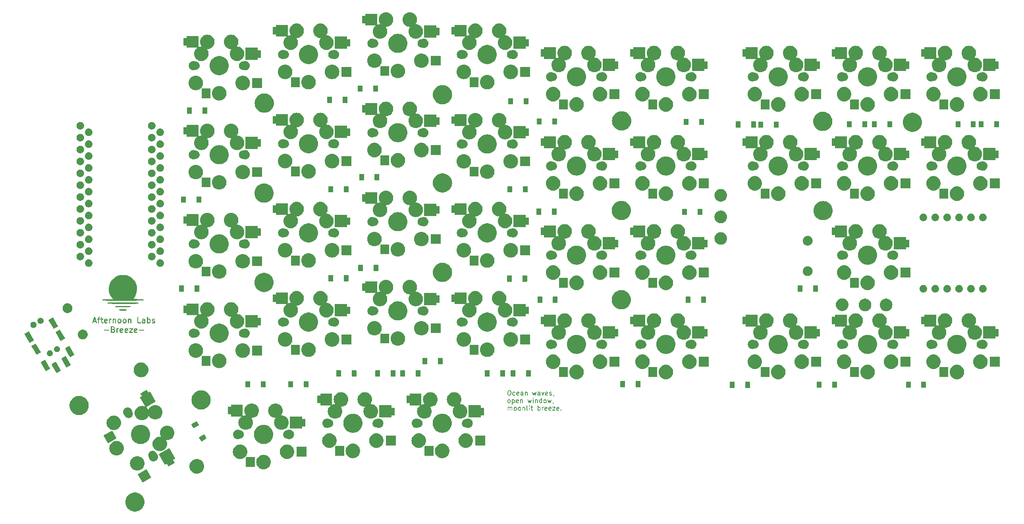
<source format=gbr>
%TF.GenerationSoftware,KiCad,Pcbnew,7.0.10*%
%TF.CreationDate,2024-03-24T21:28:29-04:00*%
%TF.ProjectId,Breeze,42726565-7a65-42e6-9b69-6361645f7063,Rev1.2*%
%TF.SameCoordinates,Original*%
%TF.FileFunction,Soldermask,Top*%
%TF.FilePolarity,Negative*%
%FSLAX46Y46*%
G04 Gerber Fmt 4.6, Leading zero omitted, Abs format (unit mm)*
G04 Created by KiCad (PCBNEW 7.0.10) date 2024-03-24 21:28:29*
%MOMM*%
%LPD*%
G01*
G04 APERTURE LIST*
G04 APERTURE END LIST*
G36*
X128779967Y-199405269D02*
G01*
X129048688Y-199480561D01*
X129304655Y-199591743D01*
X129543098Y-199736744D01*
X129759576Y-199912862D01*
X129950057Y-200116816D01*
X130110991Y-200344809D01*
X130239382Y-200592591D01*
X130332837Y-200855549D01*
X130389616Y-201128782D01*
X130408660Y-201407202D01*
X130389616Y-201685622D01*
X130332837Y-201958855D01*
X130239382Y-202221813D01*
X130110991Y-202469595D01*
X129950057Y-202697588D01*
X129759576Y-202901542D01*
X129543098Y-203077660D01*
X129304655Y-203222661D01*
X129048688Y-203333843D01*
X128779967Y-203409135D01*
X128503495Y-203447135D01*
X128224425Y-203447135D01*
X127947953Y-203409135D01*
X127679232Y-203333843D01*
X127423265Y-203222661D01*
X127184822Y-203077660D01*
X126968344Y-202901542D01*
X126777863Y-202697588D01*
X126616929Y-202469595D01*
X126488538Y-202221813D01*
X126395083Y-201958855D01*
X126338304Y-201685622D01*
X126319260Y-201407202D01*
X126338304Y-201128782D01*
X126395083Y-200855549D01*
X126488538Y-200592591D01*
X126616929Y-200344809D01*
X126777863Y-200116816D01*
X126968344Y-199912862D01*
X127184822Y-199736744D01*
X127423265Y-199591743D01*
X127679232Y-199480561D01*
X127947953Y-199405269D01*
X128224425Y-199367269D01*
X128503495Y-199367269D01*
X128779967Y-199405269D01*
G37*
G36*
X130787879Y-194423712D02*
G01*
X130805657Y-194432479D01*
X130818725Y-194447381D01*
X130821211Y-194451687D01*
X131383904Y-195426300D01*
X131818725Y-196179431D01*
X131825097Y-196198200D01*
X131823800Y-196217979D01*
X131815033Y-196235757D01*
X131800131Y-196248825D01*
X130068081Y-197248825D01*
X130049312Y-197255197D01*
X130029533Y-197253900D01*
X130011755Y-197245133D01*
X129998687Y-197230231D01*
X129996200Y-197225924D01*
X129001173Y-195502488D01*
X129001172Y-195502485D01*
X128998687Y-195498181D01*
X128992315Y-195479412D01*
X128993612Y-195459633D01*
X129002379Y-195441855D01*
X129017281Y-195428787D01*
X129021583Y-195426302D01*
X129021587Y-195426300D01*
X130745023Y-194431273D01*
X130745028Y-194431271D01*
X130749331Y-194428787D01*
X130768100Y-194422415D01*
X130787879Y-194423712D01*
G37*
G36*
X141808540Y-192231790D02*
G01*
X142048827Y-192289478D01*
X142277131Y-192384045D01*
X142487831Y-192513162D01*
X142675739Y-192673650D01*
X142836227Y-192861558D01*
X142965344Y-193072258D01*
X143059911Y-193300562D01*
X143117599Y-193540849D01*
X143136987Y-193787202D01*
X143117599Y-194033555D01*
X143059911Y-194273842D01*
X142965344Y-194502146D01*
X142836227Y-194712846D01*
X142675739Y-194900754D01*
X142487831Y-195061242D01*
X142277131Y-195190359D01*
X142048827Y-195284926D01*
X141808540Y-195342614D01*
X141562187Y-195362002D01*
X141315834Y-195342614D01*
X141075547Y-195284926D01*
X140847243Y-195190359D01*
X140636543Y-195061242D01*
X140448635Y-194900754D01*
X140288147Y-194712846D01*
X140159030Y-194502146D01*
X140064463Y-194273842D01*
X140006775Y-194033555D01*
X139987387Y-193787202D01*
X140006775Y-193540849D01*
X140064463Y-193300562D01*
X140159030Y-193072258D01*
X140288147Y-192861558D01*
X140448635Y-192673650D01*
X140636543Y-192513162D01*
X140847243Y-192384045D01*
X141075547Y-192289478D01*
X141315834Y-192231790D01*
X141562187Y-192212402D01*
X141808540Y-192231790D01*
G37*
G36*
X129101305Y-191622420D02*
G01*
X129337930Y-191679229D01*
X129562754Y-191772354D01*
X129770243Y-191899503D01*
X129955287Y-192057546D01*
X130113330Y-192242590D01*
X130240479Y-192450079D01*
X130333604Y-192674903D01*
X130390413Y-192911528D01*
X130409506Y-193154127D01*
X130390413Y-193396726D01*
X130333604Y-193633351D01*
X130240479Y-193858175D01*
X130113330Y-194065664D01*
X129955287Y-194250708D01*
X129770243Y-194408751D01*
X129562754Y-194535900D01*
X129337930Y-194629025D01*
X129101305Y-194685834D01*
X128858706Y-194704927D01*
X128616107Y-194685834D01*
X128379482Y-194629025D01*
X128154658Y-194535900D01*
X127947169Y-194408751D01*
X127762125Y-194250708D01*
X127604082Y-194065664D01*
X127476933Y-193858175D01*
X127383808Y-193633351D01*
X127326999Y-193396726D01*
X127307906Y-193154127D01*
X127326999Y-192911528D01*
X127383808Y-192674903D01*
X127476933Y-192450079D01*
X127604082Y-192242590D01*
X127762125Y-192057546D01*
X127947169Y-191899503D01*
X128154658Y-191772354D01*
X128379482Y-191679229D01*
X128616107Y-191622420D01*
X128858706Y-191603327D01*
X129101305Y-191622420D01*
G37*
G36*
X156032599Y-191342293D02*
G01*
X156269224Y-191399102D01*
X156494048Y-191492227D01*
X156701537Y-191619376D01*
X156886581Y-191777419D01*
X157044624Y-191962463D01*
X157171773Y-192169952D01*
X157264898Y-192394776D01*
X157321707Y-192631401D01*
X157340800Y-192874000D01*
X157321707Y-193116599D01*
X157264898Y-193353224D01*
X157171773Y-193578048D01*
X157044624Y-193785537D01*
X156886581Y-193970581D01*
X156701537Y-194128624D01*
X156494048Y-194255773D01*
X156269224Y-194348898D01*
X156032599Y-194405707D01*
X155790000Y-194424800D01*
X155547401Y-194405707D01*
X155310776Y-194348898D01*
X155085952Y-194255773D01*
X154878463Y-194128624D01*
X154693419Y-193970581D01*
X154535376Y-193785537D01*
X154408227Y-193578048D01*
X154315102Y-193353224D01*
X154258293Y-193116599D01*
X154239200Y-192874000D01*
X154258293Y-192631401D01*
X154315102Y-192394776D01*
X154408227Y-192169952D01*
X154535376Y-191962463D01*
X154693419Y-191777419D01*
X154878463Y-191619376D01*
X155085952Y-191492227D01*
X155310776Y-191399102D01*
X155547401Y-191342293D01*
X155790000Y-191323200D01*
X156032599Y-191342293D01*
G37*
G36*
X153909440Y-191827067D02*
G01*
X153925921Y-191838079D01*
X153936933Y-191854560D01*
X153940800Y-191874000D01*
X153940800Y-193874000D01*
X153936933Y-193893440D01*
X153925921Y-193909921D01*
X153909440Y-193920933D01*
X153890000Y-193924800D01*
X152090000Y-193924800D01*
X152070560Y-193920933D01*
X152054079Y-193909921D01*
X152043067Y-193893440D01*
X152039200Y-193874000D01*
X152039200Y-191874000D01*
X152043067Y-191854560D01*
X152054079Y-191838079D01*
X152070560Y-191827067D01*
X152090000Y-191823200D01*
X153890000Y-191823200D01*
X153909440Y-191827067D01*
G37*
G36*
X135683385Y-189922974D02*
G01*
X135701162Y-189931741D01*
X135714231Y-189946643D01*
X136596513Y-191474800D01*
X136931937Y-192055773D01*
X136964231Y-192111707D01*
X136970602Y-192130476D01*
X136969306Y-192150255D01*
X136960539Y-192168032D01*
X136945637Y-192181101D01*
X136547593Y-192410911D01*
X136536766Y-192451317D01*
X136702248Y-192737940D01*
X136844090Y-192983616D01*
X136844091Y-192983619D01*
X136846577Y-192987925D01*
X136852948Y-193006694D01*
X136851652Y-193026473D01*
X136842885Y-193044250D01*
X136827983Y-193057319D01*
X135528945Y-193807319D01*
X135510176Y-193813690D01*
X135490397Y-193812394D01*
X135472620Y-193803627D01*
X135459551Y-193788725D01*
X135149740Y-193252117D01*
X135109332Y-193241291D01*
X134780573Y-193431101D01*
X134761804Y-193437472D01*
X134742025Y-193436176D01*
X134724248Y-193427409D01*
X134711179Y-193412507D01*
X133960162Y-192111707D01*
X133463666Y-191251752D01*
X133463664Y-191251748D01*
X133461179Y-191247443D01*
X133454808Y-191228674D01*
X133456104Y-191208895D01*
X133464871Y-191191118D01*
X133479773Y-191178049D01*
X133959903Y-190900846D01*
X135640527Y-189930536D01*
X135640532Y-189930534D01*
X135644837Y-189928049D01*
X135663606Y-189921678D01*
X135683385Y-189922974D01*
G37*
G36*
X132150628Y-190477544D02*
G01*
X132197159Y-190477544D01*
X132237339Y-190486084D01*
X132278688Y-190490157D01*
X132330634Y-190505914D01*
X132381363Y-190516697D01*
X132413821Y-190531148D01*
X132447630Y-190541404D01*
X132501356Y-190570121D01*
X132553400Y-190593293D01*
X132577599Y-190610874D01*
X132603322Y-190624624D01*
X132655796Y-190667688D01*
X132705753Y-190703984D01*
X132721972Y-190721997D01*
X132739789Y-190736619D01*
X132787659Y-190794950D01*
X132831763Y-190843932D01*
X132841030Y-190859983D01*
X132851783Y-190873086D01*
X132866621Y-190900846D01*
X132872138Y-190907568D01*
X133020672Y-191029468D01*
X133145135Y-191181125D01*
X133237619Y-191354150D01*
X133294570Y-191541894D01*
X133313800Y-191737140D01*
X133294570Y-191932386D01*
X133237619Y-192120130D01*
X133145135Y-192293155D01*
X133020672Y-192444812D01*
X132869015Y-192569275D01*
X132695990Y-192661759D01*
X132508246Y-192718710D01*
X132313000Y-192737940D01*
X132117754Y-192718710D01*
X131930010Y-192661759D01*
X131756985Y-192569275D01*
X131605328Y-192444812D01*
X131480865Y-192293155D01*
X131388381Y-192120130D01*
X131331430Y-191932386D01*
X131319635Y-191812638D01*
X131317110Y-191804310D01*
X131314433Y-191799302D01*
X131280078Y-191739797D01*
X131276128Y-191727642D01*
X131270995Y-191718038D01*
X131242690Y-191624728D01*
X131221885Y-191560696D01*
X131221152Y-191553727D01*
X131219748Y-191549097D01*
X131206077Y-191410304D01*
X131202200Y-191373409D01*
X131206077Y-191336516D01*
X131219748Y-191197720D01*
X131221152Y-191193089D01*
X131221885Y-191186122D01*
X131242683Y-191122110D01*
X131270995Y-191028778D01*
X131276130Y-191019170D01*
X131280078Y-191007021D01*
X131314404Y-190947566D01*
X131354215Y-190873086D01*
X131364974Y-190859976D01*
X131374237Y-190843932D01*
X131418324Y-190794968D01*
X131466210Y-190736619D01*
X131484030Y-190721994D01*
X131500247Y-190703984D01*
X131550195Y-190667694D01*
X131602677Y-190624624D01*
X131628403Y-190610872D01*
X131652600Y-190593293D01*
X131704637Y-190570124D01*
X131758369Y-190541404D01*
X131792180Y-190531147D01*
X131824637Y-190516697D01*
X131875361Y-190505915D01*
X131927311Y-190490157D01*
X131968661Y-190486084D01*
X132008841Y-190477544D01*
X132055372Y-190477544D01*
X132103000Y-190472853D01*
X132150628Y-190477544D01*
G37*
G36*
X151032599Y-189142293D02*
G01*
X151269224Y-189199102D01*
X151494048Y-189292227D01*
X151701537Y-189419376D01*
X151886581Y-189577419D01*
X152044624Y-189762463D01*
X152171773Y-189969952D01*
X152264898Y-190194776D01*
X152321707Y-190431401D01*
X152340800Y-190674000D01*
X152321707Y-190916599D01*
X152264898Y-191153224D01*
X152171773Y-191378048D01*
X152044624Y-191585537D01*
X151886581Y-191770581D01*
X151701537Y-191928624D01*
X151494048Y-192055773D01*
X151269224Y-192148898D01*
X151032599Y-192205707D01*
X150790000Y-192224800D01*
X150547401Y-192205707D01*
X150310776Y-192148898D01*
X150085952Y-192055773D01*
X149878463Y-191928624D01*
X149693419Y-191770581D01*
X149535376Y-191585537D01*
X149408227Y-191378048D01*
X149315102Y-191153224D01*
X149258293Y-190916599D01*
X149239200Y-190674000D01*
X149258293Y-190431401D01*
X149315102Y-190194776D01*
X149408227Y-189969952D01*
X149535376Y-189762463D01*
X149693419Y-189577419D01*
X149878463Y-189419376D01*
X150085952Y-189292227D01*
X150310776Y-189199102D01*
X150547401Y-189142293D01*
X150790000Y-189123200D01*
X151032599Y-189142293D01*
G37*
G36*
X161032599Y-189142293D02*
G01*
X161269224Y-189199102D01*
X161494048Y-189292227D01*
X161701537Y-189419376D01*
X161886581Y-189577419D01*
X162044624Y-189762463D01*
X162171773Y-189969952D01*
X162264898Y-190194776D01*
X162321707Y-190431401D01*
X162340800Y-190674000D01*
X162321707Y-190916599D01*
X162264898Y-191153224D01*
X162171773Y-191378048D01*
X162044624Y-191585537D01*
X161886581Y-191770581D01*
X161701537Y-191928624D01*
X161494048Y-192055773D01*
X161269224Y-192148898D01*
X161032599Y-192205707D01*
X160790000Y-192224800D01*
X160547401Y-192205707D01*
X160310776Y-192148898D01*
X160085952Y-192055773D01*
X159878463Y-191928624D01*
X159693419Y-191770581D01*
X159535376Y-191585537D01*
X159408227Y-191378048D01*
X159315102Y-191153224D01*
X159258293Y-190916599D01*
X159239200Y-190674000D01*
X159258293Y-190431401D01*
X159315102Y-190194776D01*
X159408227Y-189969952D01*
X159535376Y-189762463D01*
X159693419Y-189577419D01*
X159878463Y-189419376D01*
X160085952Y-189292227D01*
X160310776Y-189199102D01*
X160547401Y-189142293D01*
X160790000Y-189123200D01*
X161032599Y-189142293D01*
G37*
G36*
X175082599Y-188958293D02*
G01*
X175319224Y-189015102D01*
X175544048Y-189108227D01*
X175751537Y-189235376D01*
X175936581Y-189393419D01*
X176094624Y-189578463D01*
X176221773Y-189785952D01*
X176314898Y-190010776D01*
X176371707Y-190247401D01*
X176390800Y-190490000D01*
X176371707Y-190732599D01*
X176314898Y-190969224D01*
X176221773Y-191194048D01*
X176094624Y-191401537D01*
X175936581Y-191586581D01*
X175751537Y-191744624D01*
X175544048Y-191871773D01*
X175319224Y-191964898D01*
X175082599Y-192021707D01*
X174840000Y-192040800D01*
X174597401Y-192021707D01*
X174360776Y-191964898D01*
X174135952Y-191871773D01*
X173928463Y-191744624D01*
X173743419Y-191586581D01*
X173585376Y-191401537D01*
X173458227Y-191194048D01*
X173365102Y-190969224D01*
X173308293Y-190732599D01*
X173289200Y-190490000D01*
X173308293Y-190247401D01*
X173365102Y-190010776D01*
X173458227Y-189785952D01*
X173585376Y-189578463D01*
X173743419Y-189393419D01*
X173928463Y-189235376D01*
X174135952Y-189108227D01*
X174360776Y-189015102D01*
X174597401Y-188958293D01*
X174840000Y-188939200D01*
X175082599Y-188958293D01*
G37*
G36*
X194132599Y-188958293D02*
G01*
X194369224Y-189015102D01*
X194594048Y-189108227D01*
X194801537Y-189235376D01*
X194986581Y-189393419D01*
X195144624Y-189578463D01*
X195271773Y-189785952D01*
X195364898Y-190010776D01*
X195421707Y-190247401D01*
X195440800Y-190490000D01*
X195421707Y-190732599D01*
X195364898Y-190969224D01*
X195271773Y-191194048D01*
X195144624Y-191401537D01*
X194986581Y-191586581D01*
X194801537Y-191744624D01*
X194594048Y-191871773D01*
X194369224Y-191964898D01*
X194132599Y-192021707D01*
X193890000Y-192040800D01*
X193647401Y-192021707D01*
X193410776Y-191964898D01*
X193185952Y-191871773D01*
X192978463Y-191744624D01*
X192793419Y-191586581D01*
X192635376Y-191401537D01*
X192508227Y-191194048D01*
X192415102Y-190969224D01*
X192358293Y-190732599D01*
X192339200Y-190490000D01*
X192358293Y-190247401D01*
X192415102Y-190010776D01*
X192508227Y-189785952D01*
X192635376Y-189578463D01*
X192793419Y-189393419D01*
X192978463Y-189235376D01*
X193185952Y-189108227D01*
X193410776Y-189015102D01*
X193647401Y-188958293D01*
X193890000Y-188939200D01*
X194132599Y-188958293D01*
G37*
G36*
X164909440Y-189627067D02*
G01*
X164925921Y-189638079D01*
X164936933Y-189654560D01*
X164940800Y-189674000D01*
X164940800Y-191674000D01*
X164936933Y-191693440D01*
X164925921Y-191709921D01*
X164909440Y-191720933D01*
X164890000Y-191724800D01*
X162890000Y-191724800D01*
X162870560Y-191720933D01*
X162854079Y-191709921D01*
X162843067Y-191693440D01*
X162839200Y-191674000D01*
X162839200Y-189674000D01*
X162843067Y-189654560D01*
X162854079Y-189638079D01*
X162870560Y-189627067D01*
X162890000Y-189623200D01*
X164890000Y-189623200D01*
X164909440Y-189627067D01*
G37*
G36*
X172959440Y-189443067D02*
G01*
X172975921Y-189454079D01*
X172986933Y-189470560D01*
X172990800Y-189490000D01*
X172990800Y-191490000D01*
X172986933Y-191509440D01*
X172975921Y-191525921D01*
X172959440Y-191536933D01*
X172940000Y-191540800D01*
X171140000Y-191540800D01*
X171120560Y-191536933D01*
X171104079Y-191525921D01*
X171093067Y-191509440D01*
X171089200Y-191490000D01*
X171089200Y-189490000D01*
X171093067Y-189470560D01*
X171104079Y-189454079D01*
X171120560Y-189443067D01*
X171140000Y-189439200D01*
X172940000Y-189439200D01*
X172959440Y-189443067D01*
G37*
G36*
X192009440Y-189443067D02*
G01*
X192025921Y-189454079D01*
X192036933Y-189470560D01*
X192040800Y-189490000D01*
X192040800Y-191490000D01*
X192036933Y-191509440D01*
X192025921Y-191525921D01*
X192009440Y-191536933D01*
X191990000Y-191540800D01*
X190190000Y-191540800D01*
X190170560Y-191536933D01*
X190154079Y-191525921D01*
X190143067Y-191509440D01*
X190139200Y-191490000D01*
X190139200Y-189490000D01*
X190143067Y-189470560D01*
X190154079Y-189454079D01*
X190170560Y-189443067D01*
X190190000Y-189439200D01*
X191990000Y-189439200D01*
X192009440Y-189443067D01*
G37*
G36*
X124696049Y-188392293D02*
G01*
X124932674Y-188449102D01*
X125157498Y-188542227D01*
X125364987Y-188669376D01*
X125550031Y-188827419D01*
X125708074Y-189012463D01*
X125835223Y-189219952D01*
X125928348Y-189444776D01*
X125985157Y-189681401D01*
X126004250Y-189924000D01*
X125985157Y-190166599D01*
X125928348Y-190403224D01*
X125835223Y-190628048D01*
X125708074Y-190835537D01*
X125550031Y-191020581D01*
X125364987Y-191178624D01*
X125157498Y-191305773D01*
X124932674Y-191398898D01*
X124696049Y-191455707D01*
X124453450Y-191474800D01*
X124210851Y-191455707D01*
X123974226Y-191398898D01*
X123749402Y-191305773D01*
X123541913Y-191178624D01*
X123356869Y-191020581D01*
X123198826Y-190835537D01*
X123071677Y-190628048D01*
X122978552Y-190403224D01*
X122921743Y-190166599D01*
X122902650Y-189924000D01*
X122921743Y-189681401D01*
X122978552Y-189444776D01*
X123071677Y-189219952D01*
X123198826Y-189012463D01*
X123356869Y-188827419D01*
X123541913Y-188669376D01*
X123749402Y-188542227D01*
X123974226Y-188449102D01*
X124210851Y-188392293D01*
X124453450Y-188373200D01*
X124696049Y-188392293D01*
G37*
G36*
X135475008Y-185101998D02*
G01*
X135711633Y-185158807D01*
X135936457Y-185251932D01*
X136143946Y-185379081D01*
X136328990Y-185537124D01*
X136487033Y-185722168D01*
X136614182Y-185929657D01*
X136707307Y-186154481D01*
X136764116Y-186391106D01*
X136783209Y-186633705D01*
X136764116Y-186876304D01*
X136707307Y-187112929D01*
X136614182Y-187337753D01*
X136487033Y-187545242D01*
X136328990Y-187730286D01*
X136143946Y-187888329D01*
X135936457Y-188015478D01*
X135711633Y-188108603D01*
X135475008Y-188165412D01*
X135232409Y-188184505D01*
X135033732Y-188168868D01*
X135001577Y-188221341D01*
X135049478Y-188299509D01*
X135142603Y-188524333D01*
X135199412Y-188760958D01*
X135218505Y-189003557D01*
X135199412Y-189246156D01*
X135142603Y-189482781D01*
X135049478Y-189707605D01*
X134922329Y-189915094D01*
X134764286Y-190100138D01*
X134579242Y-190258181D01*
X134371753Y-190385330D01*
X134146929Y-190478455D01*
X133910304Y-190535264D01*
X133667705Y-190554357D01*
X133425106Y-190535264D01*
X133188481Y-190478455D01*
X132963657Y-190385330D01*
X132756168Y-190258181D01*
X132571124Y-190100138D01*
X132413081Y-189915094D01*
X132285932Y-189707605D01*
X132192807Y-189482781D01*
X132135998Y-189246156D01*
X132116905Y-189003557D01*
X132135998Y-188760958D01*
X132192807Y-188524333D01*
X132285932Y-188299509D01*
X132413081Y-188092020D01*
X132571124Y-187906976D01*
X132756168Y-187748933D01*
X132963657Y-187621784D01*
X133188481Y-187528659D01*
X133425106Y-187471850D01*
X133667705Y-187452757D01*
X133866379Y-187468393D01*
X133898536Y-187415919D01*
X133850636Y-187337753D01*
X133757511Y-187112929D01*
X133700702Y-186876304D01*
X133681609Y-186633705D01*
X133700702Y-186391106D01*
X133757511Y-186154481D01*
X133850636Y-185929657D01*
X133977785Y-185722168D01*
X134135828Y-185537124D01*
X134320872Y-185379081D01*
X134528361Y-185251932D01*
X134753185Y-185158807D01*
X134989810Y-185101998D01*
X135232409Y-185082905D01*
X135475008Y-185101998D01*
G37*
G36*
X170082599Y-186758293D02*
G01*
X170319224Y-186815102D01*
X170544048Y-186908227D01*
X170751537Y-187035376D01*
X170936581Y-187193419D01*
X171094624Y-187378463D01*
X171221773Y-187585952D01*
X171314898Y-187810776D01*
X171371707Y-188047401D01*
X171390800Y-188290000D01*
X171371707Y-188532599D01*
X171314898Y-188769224D01*
X171221773Y-188994048D01*
X171094624Y-189201537D01*
X170936581Y-189386581D01*
X170751537Y-189544624D01*
X170544048Y-189671773D01*
X170319224Y-189764898D01*
X170082599Y-189821707D01*
X169840000Y-189840800D01*
X169597401Y-189821707D01*
X169360776Y-189764898D01*
X169135952Y-189671773D01*
X168928463Y-189544624D01*
X168743419Y-189386581D01*
X168585376Y-189201537D01*
X168458227Y-188994048D01*
X168365102Y-188769224D01*
X168308293Y-188532599D01*
X168289200Y-188290000D01*
X168308293Y-188047401D01*
X168365102Y-187810776D01*
X168458227Y-187585952D01*
X168585376Y-187378463D01*
X168743419Y-187193419D01*
X168928463Y-187035376D01*
X169135952Y-186908227D01*
X169360776Y-186815102D01*
X169597401Y-186758293D01*
X169840000Y-186739200D01*
X170082599Y-186758293D01*
G37*
G36*
X180082599Y-186758293D02*
G01*
X180319224Y-186815102D01*
X180544048Y-186908227D01*
X180751537Y-187035376D01*
X180936581Y-187193419D01*
X181094624Y-187378463D01*
X181221773Y-187585952D01*
X181314898Y-187810776D01*
X181371707Y-188047401D01*
X181390800Y-188290000D01*
X181371707Y-188532599D01*
X181314898Y-188769224D01*
X181221773Y-188994048D01*
X181094624Y-189201537D01*
X180936581Y-189386581D01*
X180751537Y-189544624D01*
X180544048Y-189671773D01*
X180319224Y-189764898D01*
X180082599Y-189821707D01*
X179840000Y-189840800D01*
X179597401Y-189821707D01*
X179360776Y-189764898D01*
X179135952Y-189671773D01*
X178928463Y-189544624D01*
X178743419Y-189386581D01*
X178585376Y-189201537D01*
X178458227Y-188994048D01*
X178365102Y-188769224D01*
X178308293Y-188532599D01*
X178289200Y-188290000D01*
X178308293Y-188047401D01*
X178365102Y-187810776D01*
X178458227Y-187585952D01*
X178585376Y-187378463D01*
X178743419Y-187193419D01*
X178928463Y-187035376D01*
X179135952Y-186908227D01*
X179360776Y-186815102D01*
X179597401Y-186758293D01*
X179840000Y-186739200D01*
X180082599Y-186758293D01*
G37*
G36*
X189132599Y-186758293D02*
G01*
X189369224Y-186815102D01*
X189594048Y-186908227D01*
X189801537Y-187035376D01*
X189986581Y-187193419D01*
X190144624Y-187378463D01*
X190271773Y-187585952D01*
X190364898Y-187810776D01*
X190421707Y-188047401D01*
X190440800Y-188290000D01*
X190421707Y-188532599D01*
X190364898Y-188769224D01*
X190271773Y-188994048D01*
X190144624Y-189201537D01*
X189986581Y-189386581D01*
X189801537Y-189544624D01*
X189594048Y-189671773D01*
X189369224Y-189764898D01*
X189132599Y-189821707D01*
X188890000Y-189840800D01*
X188647401Y-189821707D01*
X188410776Y-189764898D01*
X188185952Y-189671773D01*
X187978463Y-189544624D01*
X187793419Y-189386581D01*
X187635376Y-189201537D01*
X187508227Y-188994048D01*
X187415102Y-188769224D01*
X187358293Y-188532599D01*
X187339200Y-188290000D01*
X187358293Y-188047401D01*
X187415102Y-187810776D01*
X187508227Y-187585952D01*
X187635376Y-187378463D01*
X187793419Y-187193419D01*
X187978463Y-187035376D01*
X188185952Y-186908227D01*
X188410776Y-186815102D01*
X188647401Y-186758293D01*
X188890000Y-186739200D01*
X189132599Y-186758293D01*
G37*
G36*
X199132599Y-186758293D02*
G01*
X199369224Y-186815102D01*
X199594048Y-186908227D01*
X199801537Y-187035376D01*
X199986581Y-187193419D01*
X200144624Y-187378463D01*
X200271773Y-187585952D01*
X200364898Y-187810776D01*
X200421707Y-188047401D01*
X200440800Y-188290000D01*
X200421707Y-188532599D01*
X200364898Y-188769224D01*
X200271773Y-188994048D01*
X200144624Y-189201537D01*
X199986581Y-189386581D01*
X199801537Y-189544624D01*
X199594048Y-189671773D01*
X199369224Y-189764898D01*
X199132599Y-189821707D01*
X198890000Y-189840800D01*
X198647401Y-189821707D01*
X198410776Y-189764898D01*
X198185952Y-189671773D01*
X197978463Y-189544624D01*
X197793419Y-189386581D01*
X197635376Y-189201537D01*
X197508227Y-188994048D01*
X197415102Y-188769224D01*
X197358293Y-188532599D01*
X197339200Y-188290000D01*
X197358293Y-188047401D01*
X197415102Y-187810776D01*
X197508227Y-187585952D01*
X197635376Y-187378463D01*
X197793419Y-187193419D01*
X197978463Y-187035376D01*
X198185952Y-186908227D01*
X198410776Y-186815102D01*
X198647401Y-186758293D01*
X198890000Y-186739200D01*
X199132599Y-186758293D01*
G37*
G36*
X183959440Y-187243067D02*
G01*
X183975921Y-187254079D01*
X183986933Y-187270560D01*
X183990800Y-187290000D01*
X183990800Y-189290000D01*
X183986933Y-189309440D01*
X183975921Y-189325921D01*
X183959440Y-189336933D01*
X183940000Y-189340800D01*
X181940000Y-189340800D01*
X181920560Y-189336933D01*
X181904079Y-189325921D01*
X181893067Y-189309440D01*
X181889200Y-189290000D01*
X181889200Y-187290000D01*
X181893067Y-187270560D01*
X181904079Y-187254079D01*
X181920560Y-187243067D01*
X181940000Y-187239200D01*
X183940000Y-187239200D01*
X183959440Y-187243067D01*
G37*
G36*
X203009440Y-187243067D02*
G01*
X203025921Y-187254079D01*
X203036933Y-187270560D01*
X203040800Y-187290000D01*
X203040800Y-189290000D01*
X203036933Y-189309440D01*
X203025921Y-189325921D01*
X203009440Y-189336933D01*
X202990000Y-189340800D01*
X200990000Y-189340800D01*
X200970560Y-189336933D01*
X200954079Y-189325921D01*
X200943067Y-189309440D01*
X200939200Y-189290000D01*
X200939200Y-187290000D01*
X200943067Y-187270560D01*
X200954079Y-187254079D01*
X200970560Y-187243067D01*
X200990000Y-187239200D01*
X202990000Y-187239200D01*
X203009440Y-187243067D01*
G37*
G36*
X129980248Y-184966094D02*
G01*
X130249771Y-185041611D01*
X130506501Y-185153125D01*
X130745656Y-185298558D01*
X130962780Y-185475202D01*
X131153829Y-185679765D01*
X131315243Y-185908437D01*
X131444017Y-186156959D01*
X131537751Y-186420701D01*
X131594699Y-186694749D01*
X131613800Y-186974000D01*
X131594699Y-187253251D01*
X131537751Y-187527299D01*
X131444017Y-187791041D01*
X131315243Y-188039563D01*
X131153829Y-188268235D01*
X130962780Y-188472798D01*
X130745656Y-188649442D01*
X130506501Y-188794875D01*
X130249771Y-188906389D01*
X129980248Y-188981906D01*
X129702952Y-189020019D01*
X129423048Y-189020019D01*
X129145752Y-188981906D01*
X128876229Y-188906389D01*
X128619499Y-188794875D01*
X128380344Y-188649442D01*
X128163220Y-188472798D01*
X127972171Y-188268235D01*
X127810757Y-188039563D01*
X127681983Y-187791041D01*
X127588249Y-187527299D01*
X127531301Y-187253251D01*
X127512200Y-186974000D01*
X127531301Y-186694749D01*
X127588249Y-186420701D01*
X127681983Y-186156959D01*
X127810757Y-185908437D01*
X127972171Y-185679765D01*
X128163220Y-185475202D01*
X128380344Y-185298558D01*
X128619499Y-185153125D01*
X128876229Y-185041611D01*
X129145752Y-184966094D01*
X129423048Y-184927981D01*
X129702952Y-184927981D01*
X129980248Y-184966094D01*
G37*
G36*
X156207248Y-184966094D02*
G01*
X156476771Y-185041611D01*
X156733501Y-185153125D01*
X156972656Y-185298558D01*
X157189780Y-185475202D01*
X157380829Y-185679765D01*
X157542243Y-185908437D01*
X157671017Y-186156959D01*
X157764751Y-186420701D01*
X157821699Y-186694749D01*
X157840800Y-186974000D01*
X157821699Y-187253251D01*
X157764751Y-187527299D01*
X157671017Y-187791041D01*
X157542243Y-188039563D01*
X157380829Y-188268235D01*
X157189780Y-188472798D01*
X156972656Y-188649442D01*
X156733501Y-188794875D01*
X156476771Y-188906389D01*
X156207248Y-188981906D01*
X155929952Y-189020019D01*
X155650048Y-189020019D01*
X155372752Y-188981906D01*
X155103229Y-188906389D01*
X154846499Y-188794875D01*
X154607344Y-188649442D01*
X154390220Y-188472798D01*
X154199171Y-188268235D01*
X154037757Y-188039563D01*
X153908983Y-187791041D01*
X153815249Y-187527299D01*
X153758301Y-187253251D01*
X153739200Y-186974000D01*
X153758301Y-186694749D01*
X153815249Y-186420701D01*
X153908983Y-186156959D01*
X154037757Y-185908437D01*
X154199171Y-185679765D01*
X154390220Y-185475202D01*
X154607344Y-185298558D01*
X154846499Y-185153125D01*
X155103229Y-185041611D01*
X155372752Y-184966094D01*
X155650048Y-184927981D01*
X155929952Y-184927981D01*
X156207248Y-184966094D01*
G37*
G36*
X123482623Y-186170637D02*
G01*
X123500401Y-186179404D01*
X123513469Y-186194306D01*
X123767156Y-186633705D01*
X124410982Y-187748843D01*
X124410983Y-187748846D01*
X124413469Y-187753152D01*
X124419841Y-187771921D01*
X124418544Y-187791700D01*
X124409777Y-187809477D01*
X124394875Y-187822546D01*
X122662825Y-188822546D01*
X122644056Y-188828917D01*
X122624277Y-188827621D01*
X122606499Y-188818854D01*
X122593431Y-188803952D01*
X122402239Y-188472798D01*
X121695917Y-187249414D01*
X121695915Y-187249408D01*
X121693431Y-187245106D01*
X121687059Y-187226337D01*
X121688356Y-187206558D01*
X121697123Y-187188781D01*
X121712025Y-187175712D01*
X121723309Y-187169197D01*
X123439766Y-186178199D01*
X123439769Y-186178197D01*
X123444075Y-186175712D01*
X123462844Y-186169341D01*
X123482623Y-186170637D01*
G37*
G36*
X143153627Y-186979993D02*
G01*
X143171404Y-186988760D01*
X143184473Y-187003662D01*
X143472966Y-187503347D01*
X143639186Y-187791247D01*
X143639187Y-187791250D01*
X143641673Y-187795556D01*
X143648044Y-187814325D01*
X143646748Y-187834104D01*
X143637981Y-187851881D01*
X143623079Y-187864950D01*
X142567221Y-188474550D01*
X142548452Y-188480921D01*
X142528673Y-188479625D01*
X142510896Y-188470858D01*
X142497827Y-188455956D01*
X142287709Y-188092020D01*
X142043113Y-187668370D01*
X142043111Y-187668364D01*
X142040627Y-187664062D01*
X142034256Y-187645293D01*
X142035552Y-187625514D01*
X142044319Y-187607737D01*
X142059221Y-187594668D01*
X142620592Y-187270560D01*
X143110770Y-186987555D01*
X143110773Y-186987553D01*
X143115079Y-186985068D01*
X143133848Y-186978697D01*
X143153627Y-186979993D01*
G37*
G36*
X150485246Y-185992430D02*
G01*
X150672990Y-186049381D01*
X150715905Y-186072320D01*
X150724231Y-186074845D01*
X150757633Y-186078135D01*
X150804159Y-186078135D01*
X150844338Y-186086675D01*
X150885688Y-186090748D01*
X150937634Y-186106505D01*
X150988363Y-186117288D01*
X151020821Y-186131739D01*
X151054630Y-186141995D01*
X151108356Y-186170712D01*
X151160400Y-186193884D01*
X151184599Y-186211465D01*
X151210322Y-186225215D01*
X151262796Y-186268279D01*
X151312753Y-186304575D01*
X151328972Y-186322588D01*
X151346789Y-186337210D01*
X151394664Y-186395546D01*
X151438763Y-186444523D01*
X151448028Y-186460571D01*
X151458784Y-186473677D01*
X151498582Y-186548133D01*
X151532922Y-186607612D01*
X151536871Y-186619766D01*
X151542004Y-186629369D01*
X151570301Y-186722654D01*
X151591115Y-186786713D01*
X151591847Y-186793685D01*
X151593251Y-186798311D01*
X151606906Y-186936956D01*
X151610800Y-186974000D01*
X151606906Y-187011046D01*
X151593251Y-187149688D01*
X151591847Y-187154313D01*
X151591115Y-187161287D01*
X151570296Y-187225359D01*
X151542004Y-187318630D01*
X151536871Y-187328231D01*
X151532922Y-187340388D01*
X151498575Y-187399878D01*
X151458784Y-187474322D01*
X151448030Y-187487425D01*
X151438763Y-187503477D01*
X151394655Y-187552463D01*
X151346789Y-187610789D01*
X151328975Y-187625407D01*
X151312753Y-187643425D01*
X151262785Y-187679728D01*
X151210322Y-187722784D01*
X151184604Y-187736530D01*
X151160400Y-187754116D01*
X151108344Y-187777292D01*
X151054630Y-187806004D01*
X151020828Y-187816257D01*
X150988363Y-187830712D01*
X150937623Y-187841496D01*
X150885688Y-187857251D01*
X150844346Y-187861322D01*
X150804159Y-187869865D01*
X150757623Y-187869865D01*
X150724231Y-187873154D01*
X150715910Y-187875677D01*
X150672990Y-187898619D01*
X150485246Y-187955570D01*
X150290000Y-187974800D01*
X150094754Y-187955570D01*
X149907010Y-187898619D01*
X149733985Y-187806135D01*
X149582328Y-187681672D01*
X149457865Y-187530015D01*
X149365381Y-187356990D01*
X149308430Y-187169246D01*
X149289200Y-186974000D01*
X149308430Y-186778754D01*
X149365381Y-186591010D01*
X149457865Y-186417985D01*
X149582328Y-186266328D01*
X149733985Y-186141865D01*
X149907010Y-186049381D01*
X150094754Y-185992430D01*
X150290000Y-185973200D01*
X150485246Y-185992430D01*
G37*
G36*
X161485246Y-185992430D02*
G01*
X161672990Y-186049381D01*
X161846015Y-186141865D01*
X161997672Y-186266328D01*
X162122135Y-186417985D01*
X162214619Y-186591010D01*
X162271570Y-186778754D01*
X162290800Y-186974000D01*
X162271570Y-187169246D01*
X162214619Y-187356990D01*
X162122135Y-187530015D01*
X161997672Y-187681672D01*
X161846015Y-187806135D01*
X161672990Y-187898619D01*
X161485246Y-187955570D01*
X161290000Y-187974800D01*
X161094754Y-187955570D01*
X160907010Y-187898619D01*
X160864091Y-187875678D01*
X160855768Y-187873154D01*
X160822376Y-187869865D01*
X160775841Y-187869865D01*
X160735653Y-187861323D01*
X160694311Y-187857251D01*
X160642372Y-187841495D01*
X160591637Y-187830712D01*
X160559173Y-187816258D01*
X160525369Y-187806004D01*
X160471649Y-187777289D01*
X160419600Y-187754116D01*
X160395398Y-187736532D01*
X160369677Y-187722784D01*
X160317205Y-187679722D01*
X160267247Y-187643425D01*
X160251027Y-187625411D01*
X160233210Y-187610789D01*
X160185333Y-187552451D01*
X160141237Y-187503477D01*
X160131972Y-187487429D01*
X160121215Y-187474322D01*
X160081411Y-187399855D01*
X160047078Y-187340388D01*
X160043129Y-187328236D01*
X160037995Y-187318630D01*
X160009688Y-187225312D01*
X159988885Y-187161287D01*
X159988152Y-187154318D01*
X159986748Y-187149688D01*
X159973077Y-187010895D01*
X159969200Y-186974000D01*
X159973077Y-186937107D01*
X159986748Y-186798311D01*
X159988152Y-186793680D01*
X159988885Y-186786713D01*
X160009683Y-186722701D01*
X160037995Y-186629369D01*
X160043130Y-186619761D01*
X160047078Y-186607612D01*
X160081404Y-186548157D01*
X160121215Y-186473677D01*
X160131974Y-186460567D01*
X160141237Y-186444523D01*
X160185324Y-186395559D01*
X160233210Y-186337210D01*
X160251030Y-186322585D01*
X160267247Y-186304575D01*
X160317195Y-186268285D01*
X160369677Y-186225215D01*
X160395403Y-186211463D01*
X160419600Y-186193884D01*
X160471637Y-186170715D01*
X160525369Y-186141995D01*
X160559180Y-186131738D01*
X160591637Y-186117288D01*
X160642361Y-186106506D01*
X160694311Y-186090748D01*
X160735662Y-186086674D01*
X160775841Y-186078135D01*
X160822366Y-186078135D01*
X160855768Y-186074845D01*
X160864096Y-186072318D01*
X160907010Y-186049381D01*
X161094754Y-185992430D01*
X161290000Y-185973200D01*
X161485246Y-185992430D01*
G37*
G36*
X175257248Y-182582094D02*
G01*
X175526771Y-182657611D01*
X175783501Y-182769125D01*
X176022656Y-182914558D01*
X176239780Y-183091202D01*
X176430829Y-183295765D01*
X176592243Y-183524437D01*
X176721017Y-183772959D01*
X176814751Y-184036701D01*
X176871699Y-184310749D01*
X176890800Y-184590000D01*
X176871699Y-184869251D01*
X176814751Y-185143299D01*
X176721017Y-185407041D01*
X176592243Y-185655563D01*
X176430829Y-185884235D01*
X176239780Y-186088798D01*
X176022656Y-186265442D01*
X175783501Y-186410875D01*
X175526771Y-186522389D01*
X175257248Y-186597906D01*
X174979952Y-186636019D01*
X174700048Y-186636019D01*
X174422752Y-186597906D01*
X174153229Y-186522389D01*
X173896499Y-186410875D01*
X173657344Y-186265442D01*
X173440220Y-186088798D01*
X173249171Y-185884235D01*
X173087757Y-185655563D01*
X172958983Y-185407041D01*
X172865249Y-185143299D01*
X172808301Y-184869251D01*
X172789200Y-184590000D01*
X172808301Y-184310749D01*
X172865249Y-184036701D01*
X172958983Y-183772959D01*
X173087757Y-183524437D01*
X173249171Y-183295765D01*
X173440220Y-183091202D01*
X173657344Y-182914558D01*
X173896499Y-182769125D01*
X174153229Y-182657611D01*
X174422752Y-182582094D01*
X174700048Y-182543981D01*
X174979952Y-182543981D01*
X175257248Y-182582094D01*
G37*
G36*
X194307248Y-182582094D02*
G01*
X194576771Y-182657611D01*
X194833501Y-182769125D01*
X195072656Y-182914558D01*
X195289780Y-183091202D01*
X195480829Y-183295765D01*
X195642243Y-183524437D01*
X195771017Y-183772959D01*
X195864751Y-184036701D01*
X195921699Y-184310749D01*
X195940800Y-184590000D01*
X195921699Y-184869251D01*
X195864751Y-185143299D01*
X195771017Y-185407041D01*
X195642243Y-185655563D01*
X195480829Y-185884235D01*
X195289780Y-186088798D01*
X195072656Y-186265442D01*
X194833501Y-186410875D01*
X194576771Y-186522389D01*
X194307248Y-186597906D01*
X194029952Y-186636019D01*
X193750048Y-186636019D01*
X193472752Y-186597906D01*
X193203229Y-186522389D01*
X192946499Y-186410875D01*
X192707344Y-186265442D01*
X192490220Y-186088798D01*
X192299171Y-185884235D01*
X192137757Y-185655563D01*
X192008983Y-185407041D01*
X191915249Y-185143299D01*
X191858301Y-184869251D01*
X191839200Y-184590000D01*
X191858301Y-184310749D01*
X191915249Y-184036701D01*
X192008983Y-183772959D01*
X192137757Y-183524437D01*
X192299171Y-183295765D01*
X192490220Y-183091202D01*
X192707344Y-182914558D01*
X192946499Y-182769125D01*
X193203229Y-182657611D01*
X193472752Y-182582094D01*
X193750048Y-182543981D01*
X194029952Y-182543981D01*
X194307248Y-182582094D01*
G37*
G36*
X124101305Y-182962166D02*
G01*
X124337930Y-183018975D01*
X124562754Y-183112100D01*
X124770243Y-183239249D01*
X124955287Y-183397292D01*
X125113330Y-183582336D01*
X125240479Y-183789825D01*
X125333604Y-184014649D01*
X125390413Y-184251274D01*
X125409506Y-184493873D01*
X125390413Y-184736472D01*
X125333604Y-184973097D01*
X125240479Y-185197921D01*
X125113330Y-185405410D01*
X124955287Y-185590454D01*
X124770243Y-185748497D01*
X124562754Y-185875646D01*
X124337930Y-185968771D01*
X124101305Y-186025580D01*
X123858706Y-186044673D01*
X123616107Y-186025580D01*
X123379482Y-185968771D01*
X123154658Y-185875646D01*
X122947169Y-185748497D01*
X122762125Y-185590454D01*
X122604082Y-185405410D01*
X122476933Y-185197921D01*
X122383808Y-184973097D01*
X122326999Y-184736472D01*
X122307906Y-184493873D01*
X122326999Y-184251274D01*
X122383808Y-184014649D01*
X122476933Y-183789825D01*
X122604082Y-183582336D01*
X122762125Y-183397292D01*
X122947169Y-183239249D01*
X123154658Y-183112100D01*
X123379482Y-183018975D01*
X123616107Y-182962166D01*
X123858706Y-182943073D01*
X124101305Y-182962166D01*
G37*
G36*
X158572599Y-180362293D02*
G01*
X158809224Y-180419102D01*
X159034048Y-180512227D01*
X159241537Y-180639376D01*
X159426581Y-180797419D01*
X159584624Y-180982463D01*
X159711773Y-181189952D01*
X159804898Y-181414776D01*
X159861707Y-181651401D01*
X159880800Y-181894000D01*
X159861707Y-182136599D01*
X159804898Y-182373224D01*
X159711773Y-182598048D01*
X159584624Y-182805537D01*
X159583973Y-182806299D01*
X159567944Y-182832456D01*
X159593622Y-182882853D01*
X159599015Y-182883277D01*
X159600000Y-182883200D01*
X159842599Y-182902293D01*
X160079224Y-182959102D01*
X160304048Y-183052227D01*
X160511537Y-183179376D01*
X160696581Y-183337419D01*
X160854624Y-183522463D01*
X160981773Y-183729952D01*
X161074898Y-183954776D01*
X161131707Y-184191401D01*
X161150800Y-184434000D01*
X161131707Y-184676599D01*
X161074898Y-184913224D01*
X160981773Y-185138048D01*
X160854624Y-185345537D01*
X160696581Y-185530581D01*
X160511537Y-185688624D01*
X160304048Y-185815773D01*
X160079224Y-185908898D01*
X159842599Y-185965707D01*
X159600000Y-185984800D01*
X159357401Y-185965707D01*
X159120776Y-185908898D01*
X158895952Y-185815773D01*
X158688463Y-185688624D01*
X158503419Y-185530581D01*
X158345376Y-185345537D01*
X158218227Y-185138048D01*
X158125102Y-184913224D01*
X158068293Y-184676599D01*
X158049200Y-184434000D01*
X158068293Y-184191401D01*
X158125102Y-183954776D01*
X158218227Y-183729952D01*
X158345376Y-183522463D01*
X158346019Y-183521709D01*
X158362055Y-183495542D01*
X158336377Y-183445146D01*
X158330990Y-183444722D01*
X158330000Y-183444800D01*
X158087401Y-183425707D01*
X157850776Y-183368898D01*
X157625952Y-183275773D01*
X157418463Y-183148624D01*
X157233419Y-182990581D01*
X157075376Y-182805537D01*
X156948227Y-182598048D01*
X156855102Y-182373224D01*
X156798293Y-182136599D01*
X156779200Y-181894000D01*
X156798293Y-181651401D01*
X156855102Y-181414776D01*
X156948227Y-181189952D01*
X157075376Y-180982463D01*
X157233419Y-180797419D01*
X157418463Y-180639376D01*
X157625952Y-180512227D01*
X157850776Y-180419102D01*
X158087401Y-180362293D01*
X158330000Y-180343200D01*
X158572599Y-180362293D01*
G37*
G36*
X153492599Y-180362293D02*
G01*
X153729224Y-180419102D01*
X153954048Y-180512227D01*
X154161537Y-180639376D01*
X154346581Y-180797419D01*
X154504624Y-180982463D01*
X154631773Y-181189952D01*
X154724898Y-181414776D01*
X154781707Y-181651401D01*
X154800800Y-181894000D01*
X154781707Y-182136599D01*
X154724898Y-182373224D01*
X154631773Y-182598048D01*
X154504624Y-182805537D01*
X154346581Y-182990581D01*
X154161537Y-183148624D01*
X153954048Y-183275773D01*
X153729224Y-183368898D01*
X153492599Y-183425707D01*
X153250000Y-183444800D01*
X153249009Y-183444722D01*
X153243622Y-183445146D01*
X153217944Y-183495543D01*
X153233973Y-183521700D01*
X153234624Y-183522462D01*
X153361773Y-183729951D01*
X153454898Y-183954775D01*
X153511707Y-184191400D01*
X153530800Y-184433999D01*
X153511707Y-184676598D01*
X153454898Y-184913223D01*
X153361773Y-185138047D01*
X153234624Y-185345536D01*
X153076581Y-185530580D01*
X152891537Y-185688623D01*
X152684048Y-185815772D01*
X152459224Y-185908897D01*
X152222599Y-185965706D01*
X151980000Y-185984799D01*
X151737401Y-185965706D01*
X151500776Y-185908897D01*
X151275952Y-185815772D01*
X151068463Y-185688623D01*
X150883419Y-185530580D01*
X150725376Y-185345536D01*
X150598227Y-185138047D01*
X150505102Y-184913223D01*
X150448293Y-184676598D01*
X150429200Y-184433999D01*
X150448293Y-184191400D01*
X150505102Y-183954775D01*
X150598227Y-183729951D01*
X150725376Y-183522462D01*
X150883419Y-183337418D01*
X151031804Y-183210684D01*
X151007498Y-183144800D01*
X148890000Y-183144800D01*
X148870560Y-183140933D01*
X148854079Y-183129921D01*
X148843067Y-183113440D01*
X148839200Y-183094000D01*
X148839200Y-182704381D01*
X148809619Y-182674800D01*
X148240000Y-182674800D01*
X148220560Y-182670933D01*
X148204079Y-182659921D01*
X148193067Y-182643440D01*
X148189200Y-182624000D01*
X148189200Y-181124000D01*
X148193067Y-181104560D01*
X148204079Y-181088079D01*
X148220560Y-181077067D01*
X148240000Y-181073200D01*
X148809618Y-181073200D01*
X148839200Y-181043618D01*
X148839200Y-180698975D01*
X148839200Y-180698974D01*
X148839200Y-180694000D01*
X148843067Y-180674560D01*
X148854079Y-180658079D01*
X148870560Y-180647067D01*
X148890000Y-180643200D01*
X151290000Y-180643200D01*
X151309440Y-180647067D01*
X151325921Y-180658079D01*
X151336933Y-180674560D01*
X151340800Y-180694000D01*
X151340800Y-182976948D01*
X151385530Y-183006837D01*
X151500776Y-182959101D01*
X151737401Y-182902292D01*
X151980000Y-182883199D01*
X151980984Y-182883276D01*
X151986377Y-182882852D01*
X152012055Y-182832455D01*
X151996025Y-182806297D01*
X151995376Y-182805537D01*
X151868227Y-182598048D01*
X151775102Y-182373224D01*
X151718293Y-182136599D01*
X151699200Y-181894000D01*
X151718293Y-181651401D01*
X151775102Y-181414776D01*
X151868227Y-181189952D01*
X151995376Y-180982463D01*
X152153419Y-180797419D01*
X152338463Y-180639376D01*
X152545952Y-180512227D01*
X152770776Y-180419102D01*
X153007401Y-180362293D01*
X153250000Y-180343200D01*
X153492599Y-180362293D01*
G37*
G36*
X163959440Y-183137066D02*
G01*
X163975921Y-183148078D01*
X163986933Y-183164559D01*
X163990800Y-183183999D01*
X163990800Y-183643619D01*
X164020381Y-183673200D01*
X164640000Y-183673200D01*
X164659440Y-183677067D01*
X164675921Y-183688079D01*
X164686933Y-183704560D01*
X164690800Y-183724000D01*
X164690800Y-185224000D01*
X164686933Y-185243440D01*
X164675921Y-185259921D01*
X164659440Y-185270933D01*
X164640000Y-185274800D01*
X164020380Y-185274800D01*
X163990800Y-185304380D01*
X163990800Y-185683999D01*
X163986933Y-185703439D01*
X163975921Y-185719920D01*
X163959440Y-185730932D01*
X163940000Y-185734799D01*
X161440000Y-185734799D01*
X161420560Y-185730932D01*
X161404079Y-185719920D01*
X161393067Y-185703439D01*
X161389200Y-185683999D01*
X161389200Y-183183999D01*
X161393067Y-183164559D01*
X161404079Y-183148078D01*
X161420560Y-183137066D01*
X161440000Y-183133199D01*
X163940000Y-183133199D01*
X163959440Y-183137066D01*
G37*
G36*
X141515327Y-184142375D02*
G01*
X141533104Y-184151142D01*
X141546173Y-184166044D01*
X141731550Y-184487127D01*
X142000886Y-184953629D01*
X142000887Y-184953632D01*
X142003373Y-184957938D01*
X142009744Y-184976707D01*
X142008448Y-184996486D01*
X141999681Y-185014263D01*
X141984779Y-185027332D01*
X140928921Y-185636932D01*
X140910152Y-185643303D01*
X140890373Y-185642007D01*
X140872596Y-185633240D01*
X140859527Y-185618338D01*
X140594302Y-185158955D01*
X140404813Y-184830752D01*
X140404811Y-184830746D01*
X140402327Y-184826444D01*
X140395956Y-184807675D01*
X140397252Y-184787896D01*
X140406019Y-184770119D01*
X140420921Y-184757050D01*
X140980460Y-184434000D01*
X141472470Y-184149937D01*
X141472473Y-184149935D01*
X141476779Y-184147450D01*
X141495548Y-184141079D01*
X141515327Y-184142375D01*
G37*
G36*
X169535246Y-183608430D02*
G01*
X169722990Y-183665381D01*
X169765905Y-183688320D01*
X169774231Y-183690845D01*
X169807633Y-183694135D01*
X169854159Y-183694135D01*
X169894338Y-183702675D01*
X169935688Y-183706748D01*
X169987634Y-183722505D01*
X170038363Y-183733288D01*
X170070821Y-183747739D01*
X170104630Y-183757995D01*
X170158356Y-183786712D01*
X170210400Y-183809884D01*
X170234599Y-183827465D01*
X170260322Y-183841215D01*
X170312796Y-183884279D01*
X170362753Y-183920575D01*
X170378972Y-183938588D01*
X170396789Y-183953210D01*
X170444664Y-184011546D01*
X170488763Y-184060523D01*
X170498028Y-184076571D01*
X170508784Y-184089677D01*
X170548582Y-184164133D01*
X170582922Y-184223612D01*
X170586871Y-184235766D01*
X170592004Y-184245369D01*
X170620301Y-184338654D01*
X170641115Y-184402713D01*
X170641847Y-184409685D01*
X170643251Y-184414311D01*
X170656906Y-184552956D01*
X170660800Y-184590000D01*
X170656906Y-184627046D01*
X170643251Y-184765688D01*
X170641847Y-184770313D01*
X170641115Y-184777287D01*
X170620296Y-184841359D01*
X170592004Y-184934630D01*
X170586871Y-184944231D01*
X170582922Y-184956388D01*
X170548575Y-185015878D01*
X170508784Y-185090322D01*
X170498030Y-185103425D01*
X170488763Y-185119477D01*
X170444655Y-185168463D01*
X170396789Y-185226789D01*
X170378975Y-185241407D01*
X170362753Y-185259425D01*
X170312785Y-185295728D01*
X170260322Y-185338784D01*
X170234604Y-185352530D01*
X170210400Y-185370116D01*
X170158344Y-185393292D01*
X170104630Y-185422004D01*
X170070828Y-185432257D01*
X170038363Y-185446712D01*
X169987623Y-185457496D01*
X169935688Y-185473251D01*
X169894346Y-185477322D01*
X169854159Y-185485865D01*
X169807623Y-185485865D01*
X169774231Y-185489154D01*
X169765910Y-185491677D01*
X169722990Y-185514619D01*
X169535246Y-185571570D01*
X169340000Y-185590800D01*
X169144754Y-185571570D01*
X168957010Y-185514619D01*
X168783985Y-185422135D01*
X168632328Y-185297672D01*
X168507865Y-185146015D01*
X168415381Y-184972990D01*
X168358430Y-184785246D01*
X168339200Y-184590000D01*
X168358430Y-184394754D01*
X168415381Y-184207010D01*
X168507865Y-184033985D01*
X168632328Y-183882328D01*
X168783985Y-183757865D01*
X168957010Y-183665381D01*
X169144754Y-183608430D01*
X169340000Y-183589200D01*
X169535246Y-183608430D01*
G37*
G36*
X180535246Y-183608430D02*
G01*
X180722990Y-183665381D01*
X180896015Y-183757865D01*
X181047672Y-183882328D01*
X181172135Y-184033985D01*
X181264619Y-184207010D01*
X181321570Y-184394754D01*
X181340800Y-184590000D01*
X181321570Y-184785246D01*
X181264619Y-184972990D01*
X181172135Y-185146015D01*
X181047672Y-185297672D01*
X180896015Y-185422135D01*
X180722990Y-185514619D01*
X180535246Y-185571570D01*
X180340000Y-185590800D01*
X180144754Y-185571570D01*
X179957010Y-185514619D01*
X179914091Y-185491678D01*
X179905768Y-185489154D01*
X179872376Y-185485865D01*
X179825841Y-185485865D01*
X179785653Y-185477323D01*
X179744311Y-185473251D01*
X179692372Y-185457495D01*
X179641637Y-185446712D01*
X179609173Y-185432258D01*
X179575369Y-185422004D01*
X179521649Y-185393289D01*
X179469600Y-185370116D01*
X179445398Y-185352532D01*
X179419677Y-185338784D01*
X179367205Y-185295722D01*
X179317247Y-185259425D01*
X179301027Y-185241411D01*
X179283210Y-185226789D01*
X179235333Y-185168451D01*
X179191237Y-185119477D01*
X179181972Y-185103429D01*
X179171215Y-185090322D01*
X179131411Y-185015855D01*
X179097078Y-184956388D01*
X179093129Y-184944236D01*
X179087995Y-184934630D01*
X179059688Y-184841312D01*
X179038885Y-184777287D01*
X179038152Y-184770318D01*
X179036748Y-184765688D01*
X179023077Y-184626895D01*
X179019200Y-184590000D01*
X179023077Y-184553107D01*
X179036748Y-184414311D01*
X179038152Y-184409680D01*
X179038885Y-184402713D01*
X179059683Y-184338701D01*
X179087995Y-184245369D01*
X179093130Y-184235761D01*
X179097078Y-184223612D01*
X179131404Y-184164157D01*
X179171215Y-184089677D01*
X179181974Y-184076567D01*
X179191237Y-184060523D01*
X179235324Y-184011559D01*
X179283210Y-183953210D01*
X179301030Y-183938585D01*
X179317247Y-183920575D01*
X179367195Y-183884285D01*
X179419677Y-183841215D01*
X179445403Y-183827463D01*
X179469600Y-183809884D01*
X179521637Y-183786715D01*
X179575369Y-183757995D01*
X179609180Y-183747738D01*
X179641637Y-183733288D01*
X179692361Y-183722506D01*
X179744311Y-183706748D01*
X179785662Y-183702674D01*
X179825841Y-183694135D01*
X179872366Y-183694135D01*
X179905768Y-183690845D01*
X179914096Y-183688318D01*
X179957010Y-183665381D01*
X180144754Y-183608430D01*
X180340000Y-183589200D01*
X180535246Y-183608430D01*
G37*
G36*
X188585246Y-183608430D02*
G01*
X188772990Y-183665381D01*
X188815905Y-183688320D01*
X188824231Y-183690845D01*
X188857633Y-183694135D01*
X188904159Y-183694135D01*
X188944338Y-183702675D01*
X188985688Y-183706748D01*
X189037634Y-183722505D01*
X189088363Y-183733288D01*
X189120821Y-183747739D01*
X189154630Y-183757995D01*
X189208356Y-183786712D01*
X189260400Y-183809884D01*
X189284599Y-183827465D01*
X189310322Y-183841215D01*
X189362796Y-183884279D01*
X189412753Y-183920575D01*
X189428972Y-183938588D01*
X189446789Y-183953210D01*
X189494664Y-184011546D01*
X189538763Y-184060523D01*
X189548028Y-184076571D01*
X189558784Y-184089677D01*
X189598582Y-184164133D01*
X189632922Y-184223612D01*
X189636871Y-184235766D01*
X189642004Y-184245369D01*
X189670301Y-184338654D01*
X189691115Y-184402713D01*
X189691847Y-184409685D01*
X189693251Y-184414311D01*
X189706906Y-184552956D01*
X189710800Y-184590000D01*
X189706906Y-184627046D01*
X189693251Y-184765688D01*
X189691847Y-184770313D01*
X189691115Y-184777287D01*
X189670296Y-184841359D01*
X189642004Y-184934630D01*
X189636871Y-184944231D01*
X189632922Y-184956388D01*
X189598575Y-185015878D01*
X189558784Y-185090322D01*
X189548030Y-185103425D01*
X189538763Y-185119477D01*
X189494655Y-185168463D01*
X189446789Y-185226789D01*
X189428975Y-185241407D01*
X189412753Y-185259425D01*
X189362785Y-185295728D01*
X189310322Y-185338784D01*
X189284604Y-185352530D01*
X189260400Y-185370116D01*
X189208344Y-185393292D01*
X189154630Y-185422004D01*
X189120828Y-185432257D01*
X189088363Y-185446712D01*
X189037623Y-185457496D01*
X188985688Y-185473251D01*
X188944346Y-185477322D01*
X188904159Y-185485865D01*
X188857623Y-185485865D01*
X188824231Y-185489154D01*
X188815910Y-185491677D01*
X188772990Y-185514619D01*
X188585246Y-185571570D01*
X188390000Y-185590800D01*
X188194754Y-185571570D01*
X188007010Y-185514619D01*
X187833985Y-185422135D01*
X187682328Y-185297672D01*
X187557865Y-185146015D01*
X187465381Y-184972990D01*
X187408430Y-184785246D01*
X187389200Y-184590000D01*
X187408430Y-184394754D01*
X187465381Y-184207010D01*
X187557865Y-184033985D01*
X187682328Y-183882328D01*
X187833985Y-183757865D01*
X188007010Y-183665381D01*
X188194754Y-183608430D01*
X188390000Y-183589200D01*
X188585246Y-183608430D01*
G37*
G36*
X199585246Y-183608430D02*
G01*
X199772990Y-183665381D01*
X199946015Y-183757865D01*
X200097672Y-183882328D01*
X200222135Y-184033985D01*
X200314619Y-184207010D01*
X200371570Y-184394754D01*
X200390800Y-184590000D01*
X200371570Y-184785246D01*
X200314619Y-184972990D01*
X200222135Y-185146015D01*
X200097672Y-185297672D01*
X199946015Y-185422135D01*
X199772990Y-185514619D01*
X199585246Y-185571570D01*
X199390000Y-185590800D01*
X199194754Y-185571570D01*
X199007010Y-185514619D01*
X198964091Y-185491678D01*
X198955768Y-185489154D01*
X198922376Y-185485865D01*
X198875841Y-185485865D01*
X198835653Y-185477323D01*
X198794311Y-185473251D01*
X198742372Y-185457495D01*
X198691637Y-185446712D01*
X198659173Y-185432258D01*
X198625369Y-185422004D01*
X198571649Y-185393289D01*
X198519600Y-185370116D01*
X198495398Y-185352532D01*
X198469677Y-185338784D01*
X198417205Y-185295722D01*
X198367247Y-185259425D01*
X198351027Y-185241411D01*
X198333210Y-185226789D01*
X198285333Y-185168451D01*
X198241237Y-185119477D01*
X198231972Y-185103429D01*
X198221215Y-185090322D01*
X198181411Y-185015855D01*
X198147078Y-184956388D01*
X198143129Y-184944236D01*
X198137995Y-184934630D01*
X198109688Y-184841312D01*
X198088885Y-184777287D01*
X198088152Y-184770318D01*
X198086748Y-184765688D01*
X198073077Y-184626895D01*
X198069200Y-184590000D01*
X198073077Y-184553107D01*
X198086748Y-184414311D01*
X198088152Y-184409680D01*
X198088885Y-184402713D01*
X198109683Y-184338701D01*
X198137995Y-184245369D01*
X198143130Y-184235761D01*
X198147078Y-184223612D01*
X198181404Y-184164157D01*
X198221215Y-184089677D01*
X198231974Y-184076567D01*
X198241237Y-184060523D01*
X198285324Y-184011559D01*
X198333210Y-183953210D01*
X198351030Y-183938585D01*
X198367247Y-183920575D01*
X198417195Y-183884285D01*
X198469677Y-183841215D01*
X198495403Y-183827463D01*
X198519600Y-183809884D01*
X198571637Y-183786715D01*
X198625369Y-183757995D01*
X198659180Y-183747738D01*
X198691637Y-183733288D01*
X198742361Y-183722506D01*
X198794311Y-183706748D01*
X198835662Y-183702674D01*
X198875841Y-183694135D01*
X198922366Y-183694135D01*
X198955768Y-183690845D01*
X198964096Y-183688318D01*
X199007010Y-183665381D01*
X199194754Y-183608430D01*
X199390000Y-183589200D01*
X199585246Y-183608430D01*
G37*
G36*
X130867397Y-177461439D02*
G01*
X130885174Y-177470206D01*
X130898243Y-177485108D01*
X131178413Y-177970377D01*
X131183052Y-177978412D01*
X131223461Y-177989238D01*
X131333533Y-177925689D01*
X131521928Y-177816918D01*
X131521932Y-177816916D01*
X131526239Y-177814430D01*
X131545009Y-177808059D01*
X131564787Y-177809356D01*
X131582565Y-177818122D01*
X131595634Y-177833025D01*
X132795634Y-179911485D01*
X132802005Y-179930255D01*
X132800708Y-179950033D01*
X132791942Y-179967811D01*
X132777039Y-179980880D01*
X130801531Y-181121440D01*
X130796764Y-181173325D01*
X130954286Y-181307862D01*
X131112329Y-181492906D01*
X131204468Y-181643264D01*
X131265822Y-181638435D01*
X131310636Y-181530247D01*
X131437785Y-181322758D01*
X131595828Y-181137714D01*
X131780872Y-180979671D01*
X131988361Y-180852522D01*
X132213185Y-180759397D01*
X132449810Y-180702588D01*
X132692409Y-180683495D01*
X132935008Y-180702588D01*
X133171633Y-180759397D01*
X133396457Y-180852522D01*
X133603946Y-180979671D01*
X133788990Y-181137714D01*
X133947033Y-181322758D01*
X134074182Y-181530247D01*
X134167307Y-181755071D01*
X134224116Y-181991696D01*
X134243209Y-182234295D01*
X134224116Y-182476894D01*
X134167307Y-182713519D01*
X134074182Y-182938343D01*
X133947033Y-183145832D01*
X133788990Y-183330876D01*
X133603946Y-183488919D01*
X133396457Y-183616068D01*
X133171633Y-183709193D01*
X132935008Y-183766002D01*
X132692409Y-183785095D01*
X132449810Y-183766002D01*
X132213185Y-183709193D01*
X131988361Y-183616068D01*
X131780872Y-183488919D01*
X131595828Y-183330876D01*
X131437785Y-183145832D01*
X131345644Y-182995472D01*
X131284291Y-183000301D01*
X131239478Y-183108491D01*
X131112329Y-183315980D01*
X130954286Y-183501024D01*
X130769242Y-183659067D01*
X130561753Y-183786216D01*
X130336929Y-183879341D01*
X130100304Y-183936150D01*
X129857705Y-183955243D01*
X129615106Y-183936150D01*
X129378481Y-183879341D01*
X129153657Y-183786216D01*
X128946168Y-183659067D01*
X128761124Y-183501024D01*
X128603081Y-183315980D01*
X128475932Y-183108491D01*
X128382807Y-182883667D01*
X128325998Y-182647042D01*
X128306905Y-182404443D01*
X128325998Y-182161844D01*
X128382807Y-181925219D01*
X128475932Y-181700395D01*
X128603081Y-181492906D01*
X128761124Y-181307862D01*
X128946168Y-181149819D01*
X129153657Y-181022670D01*
X129378481Y-180929545D01*
X129615106Y-180872736D01*
X129857705Y-180853643D01*
X130100304Y-180872736D01*
X130336929Y-180929545D01*
X130440662Y-180972512D01*
X130488274Y-180918222D01*
X129564655Y-179318467D01*
X129431671Y-179088133D01*
X129431670Y-179088132D01*
X129429184Y-179083825D01*
X129422813Y-179065055D01*
X129424110Y-179045277D01*
X129432876Y-179027499D01*
X129447779Y-179014430D01*
X129785199Y-178819620D01*
X129796026Y-178779211D01*
X129786791Y-178763217D01*
X129703371Y-178618728D01*
X129513703Y-178290216D01*
X129513701Y-178290210D01*
X129511217Y-178285908D01*
X129504846Y-178267139D01*
X129506142Y-178247360D01*
X129514909Y-178229583D01*
X129529811Y-178216514D01*
X130121893Y-177874675D01*
X130824540Y-177469001D01*
X130824543Y-177468999D01*
X130828849Y-177466514D01*
X130847618Y-177460143D01*
X130867397Y-177461439D01*
G37*
G36*
X177622599Y-177978293D02*
G01*
X177859224Y-178035102D01*
X178084048Y-178128227D01*
X178291537Y-178255376D01*
X178476581Y-178413419D01*
X178634624Y-178598463D01*
X178761773Y-178805952D01*
X178854898Y-179030776D01*
X178911707Y-179267401D01*
X178930800Y-179510000D01*
X178911707Y-179752599D01*
X178854898Y-179989224D01*
X178761773Y-180214048D01*
X178634624Y-180421537D01*
X178633973Y-180422299D01*
X178617944Y-180448456D01*
X178643622Y-180498853D01*
X178649015Y-180499277D01*
X178650000Y-180499200D01*
X178892599Y-180518293D01*
X179129224Y-180575102D01*
X179354048Y-180668227D01*
X179561537Y-180795376D01*
X179746581Y-180953419D01*
X179904624Y-181138463D01*
X180031773Y-181345952D01*
X180124898Y-181570776D01*
X180181707Y-181807401D01*
X180200800Y-182050000D01*
X180181707Y-182292599D01*
X180124898Y-182529224D01*
X180031773Y-182754048D01*
X179904624Y-182961537D01*
X179746581Y-183146581D01*
X179561537Y-183304624D01*
X179354048Y-183431773D01*
X179129224Y-183524898D01*
X178892599Y-183581707D01*
X178650000Y-183600800D01*
X178407401Y-183581707D01*
X178170776Y-183524898D01*
X177945952Y-183431773D01*
X177738463Y-183304624D01*
X177553419Y-183146581D01*
X177395376Y-182961537D01*
X177268227Y-182754048D01*
X177175102Y-182529224D01*
X177118293Y-182292599D01*
X177099200Y-182050000D01*
X177118293Y-181807401D01*
X177175102Y-181570776D01*
X177268227Y-181345952D01*
X177395376Y-181138463D01*
X177396019Y-181137709D01*
X177412055Y-181111542D01*
X177386377Y-181061146D01*
X177380990Y-181060722D01*
X177380000Y-181060800D01*
X177137401Y-181041707D01*
X176900776Y-180984898D01*
X176675952Y-180891773D01*
X176468463Y-180764624D01*
X176283419Y-180606581D01*
X176125376Y-180421537D01*
X175998227Y-180214048D01*
X175905102Y-179989224D01*
X175848293Y-179752599D01*
X175829200Y-179510000D01*
X175848293Y-179267401D01*
X175905102Y-179030776D01*
X175998227Y-178805952D01*
X176125376Y-178598463D01*
X176283419Y-178413419D01*
X176468463Y-178255376D01*
X176675952Y-178128227D01*
X176900776Y-178035102D01*
X177137401Y-177978293D01*
X177380000Y-177959200D01*
X177622599Y-177978293D01*
G37*
G36*
X196672599Y-177978293D02*
G01*
X196909224Y-178035102D01*
X197134048Y-178128227D01*
X197341537Y-178255376D01*
X197526581Y-178413419D01*
X197684624Y-178598463D01*
X197811773Y-178805952D01*
X197904898Y-179030776D01*
X197961707Y-179267401D01*
X197980800Y-179510000D01*
X197961707Y-179752599D01*
X197904898Y-179989224D01*
X197811773Y-180214048D01*
X197684624Y-180421537D01*
X197683973Y-180422299D01*
X197667944Y-180448456D01*
X197693622Y-180498853D01*
X197699015Y-180499277D01*
X197700000Y-180499200D01*
X197942599Y-180518293D01*
X198179224Y-180575102D01*
X198404048Y-180668227D01*
X198611537Y-180795376D01*
X198796581Y-180953419D01*
X198954624Y-181138463D01*
X199081773Y-181345952D01*
X199174898Y-181570776D01*
X199231707Y-181807401D01*
X199250800Y-182050000D01*
X199231707Y-182292599D01*
X199174898Y-182529224D01*
X199081773Y-182754048D01*
X198954624Y-182961537D01*
X198796581Y-183146581D01*
X198611537Y-183304624D01*
X198404048Y-183431773D01*
X198179224Y-183524898D01*
X197942599Y-183581707D01*
X197700000Y-183600800D01*
X197457401Y-183581707D01*
X197220776Y-183524898D01*
X196995952Y-183431773D01*
X196788463Y-183304624D01*
X196603419Y-183146581D01*
X196445376Y-182961537D01*
X196318227Y-182754048D01*
X196225102Y-182529224D01*
X196168293Y-182292599D01*
X196149200Y-182050000D01*
X196168293Y-181807401D01*
X196225102Y-181570776D01*
X196318227Y-181345952D01*
X196445376Y-181138463D01*
X196446019Y-181137709D01*
X196462055Y-181111542D01*
X196436377Y-181061146D01*
X196430990Y-181060722D01*
X196430000Y-181060800D01*
X196187401Y-181041707D01*
X195950776Y-180984898D01*
X195725952Y-180891773D01*
X195518463Y-180764624D01*
X195333419Y-180606581D01*
X195175376Y-180421537D01*
X195048227Y-180214048D01*
X194955102Y-179989224D01*
X194898293Y-179752599D01*
X194879200Y-179510000D01*
X194898293Y-179267401D01*
X194955102Y-179030776D01*
X195048227Y-178805952D01*
X195175376Y-178598463D01*
X195333419Y-178413419D01*
X195518463Y-178255376D01*
X195725952Y-178128227D01*
X195950776Y-178035102D01*
X196187401Y-177978293D01*
X196430000Y-177959200D01*
X196672599Y-177978293D01*
G37*
G36*
X172542599Y-177978293D02*
G01*
X172779224Y-178035102D01*
X173004048Y-178128227D01*
X173211537Y-178255376D01*
X173396581Y-178413419D01*
X173554624Y-178598463D01*
X173681773Y-178805952D01*
X173774898Y-179030776D01*
X173831707Y-179267401D01*
X173850800Y-179510000D01*
X173831707Y-179752599D01*
X173774898Y-179989224D01*
X173681773Y-180214048D01*
X173554624Y-180421537D01*
X173396581Y-180606581D01*
X173211537Y-180764624D01*
X173004048Y-180891773D01*
X172779224Y-180984898D01*
X172542599Y-181041707D01*
X172300000Y-181060800D01*
X172299009Y-181060722D01*
X172293622Y-181061146D01*
X172267944Y-181111543D01*
X172283973Y-181137700D01*
X172284624Y-181138462D01*
X172411773Y-181345951D01*
X172504898Y-181570775D01*
X172561707Y-181807400D01*
X172580800Y-182049999D01*
X172561707Y-182292598D01*
X172504898Y-182529223D01*
X172411773Y-182754047D01*
X172284624Y-182961536D01*
X172126581Y-183146580D01*
X171941537Y-183304623D01*
X171734048Y-183431772D01*
X171509224Y-183524897D01*
X171272599Y-183581706D01*
X171030000Y-183600799D01*
X170787401Y-183581706D01*
X170550776Y-183524897D01*
X170325952Y-183431772D01*
X170118463Y-183304623D01*
X169933419Y-183146580D01*
X169775376Y-182961536D01*
X169648227Y-182754047D01*
X169555102Y-182529223D01*
X169498293Y-182292598D01*
X169479200Y-182049999D01*
X169498293Y-181807400D01*
X169555102Y-181570775D01*
X169648227Y-181345951D01*
X169775376Y-181138462D01*
X169933419Y-180953418D01*
X170081804Y-180826684D01*
X170057498Y-180760800D01*
X167940000Y-180760800D01*
X167920560Y-180756933D01*
X167904079Y-180745921D01*
X167893067Y-180729440D01*
X167889200Y-180710000D01*
X167889200Y-180320381D01*
X167859619Y-180290800D01*
X167290000Y-180290800D01*
X167270560Y-180286933D01*
X167254079Y-180275921D01*
X167243067Y-180259440D01*
X167239200Y-180240000D01*
X167239200Y-178740000D01*
X167243067Y-178720560D01*
X167254079Y-178704079D01*
X167270560Y-178693067D01*
X167290000Y-178689200D01*
X167859618Y-178689200D01*
X167889200Y-178659618D01*
X167889200Y-178314975D01*
X167889200Y-178314974D01*
X167889200Y-178310000D01*
X167893067Y-178290560D01*
X167904079Y-178274079D01*
X167920560Y-178263067D01*
X167940000Y-178259200D01*
X170340000Y-178259200D01*
X170359440Y-178263067D01*
X170375921Y-178274079D01*
X170386933Y-178290560D01*
X170390800Y-178310000D01*
X170390800Y-180592948D01*
X170435530Y-180622837D01*
X170550776Y-180575101D01*
X170787401Y-180518292D01*
X171030000Y-180499199D01*
X171030984Y-180499276D01*
X171036377Y-180498852D01*
X171062055Y-180448455D01*
X171046025Y-180422297D01*
X171045376Y-180421537D01*
X170918227Y-180214048D01*
X170825102Y-179989224D01*
X170768293Y-179752599D01*
X170749200Y-179510000D01*
X170768293Y-179267401D01*
X170825102Y-179030776D01*
X170918227Y-178805952D01*
X171045376Y-178598463D01*
X171203419Y-178413419D01*
X171388463Y-178255376D01*
X171595952Y-178128227D01*
X171820776Y-178035102D01*
X172057401Y-177978293D01*
X172300000Y-177959200D01*
X172542599Y-177978293D01*
G37*
G36*
X191592599Y-177978293D02*
G01*
X191829224Y-178035102D01*
X192054048Y-178128227D01*
X192261537Y-178255376D01*
X192446581Y-178413419D01*
X192604624Y-178598463D01*
X192731773Y-178805952D01*
X192824898Y-179030776D01*
X192881707Y-179267401D01*
X192900800Y-179510000D01*
X192881707Y-179752599D01*
X192824898Y-179989224D01*
X192731773Y-180214048D01*
X192604624Y-180421537D01*
X192446581Y-180606581D01*
X192261537Y-180764624D01*
X192054048Y-180891773D01*
X191829224Y-180984898D01*
X191592599Y-181041707D01*
X191350000Y-181060800D01*
X191349009Y-181060722D01*
X191343622Y-181061146D01*
X191317944Y-181111543D01*
X191333973Y-181137700D01*
X191334624Y-181138462D01*
X191461773Y-181345951D01*
X191554898Y-181570775D01*
X191611707Y-181807400D01*
X191630800Y-182049999D01*
X191611707Y-182292598D01*
X191554898Y-182529223D01*
X191461773Y-182754047D01*
X191334624Y-182961536D01*
X191176581Y-183146580D01*
X190991537Y-183304623D01*
X190784048Y-183431772D01*
X190559224Y-183524897D01*
X190322599Y-183581706D01*
X190080000Y-183600799D01*
X189837401Y-183581706D01*
X189600776Y-183524897D01*
X189375952Y-183431772D01*
X189168463Y-183304623D01*
X188983419Y-183146580D01*
X188825376Y-182961536D01*
X188698227Y-182754047D01*
X188605102Y-182529223D01*
X188548293Y-182292598D01*
X188529200Y-182049999D01*
X188548293Y-181807400D01*
X188605102Y-181570775D01*
X188698227Y-181345951D01*
X188825376Y-181138462D01*
X188983419Y-180953418D01*
X189131804Y-180826684D01*
X189107498Y-180760800D01*
X186990000Y-180760800D01*
X186970560Y-180756933D01*
X186954079Y-180745921D01*
X186943067Y-180729440D01*
X186939200Y-180710000D01*
X186939200Y-180320381D01*
X186909619Y-180290800D01*
X186340000Y-180290800D01*
X186320560Y-180286933D01*
X186304079Y-180275921D01*
X186293067Y-180259440D01*
X186289200Y-180240000D01*
X186289200Y-178740000D01*
X186293067Y-178720560D01*
X186304079Y-178704079D01*
X186320560Y-178693067D01*
X186340000Y-178689200D01*
X186909618Y-178689200D01*
X186939200Y-178659618D01*
X186939200Y-178314975D01*
X186939200Y-178314974D01*
X186939200Y-178310000D01*
X186943067Y-178290560D01*
X186954079Y-178274079D01*
X186970560Y-178263067D01*
X186990000Y-178259200D01*
X189390000Y-178259200D01*
X189409440Y-178263067D01*
X189425921Y-178274079D01*
X189436933Y-178290560D01*
X189440800Y-178310000D01*
X189440800Y-180592948D01*
X189485530Y-180622837D01*
X189600776Y-180575101D01*
X189837401Y-180518292D01*
X190080000Y-180499199D01*
X190080984Y-180499276D01*
X190086377Y-180498852D01*
X190112055Y-180448455D01*
X190096025Y-180422297D01*
X190095376Y-180421537D01*
X189968227Y-180214048D01*
X189875102Y-179989224D01*
X189818293Y-179752599D01*
X189799200Y-179510000D01*
X189818293Y-179267401D01*
X189875102Y-179030776D01*
X189968227Y-178805952D01*
X190095376Y-178598463D01*
X190253419Y-178413419D01*
X190438463Y-178255376D01*
X190645952Y-178128227D01*
X190870776Y-178035102D01*
X191107401Y-177978293D01*
X191350000Y-177959200D01*
X191592599Y-177978293D01*
G37*
G36*
X127008246Y-181229290D02*
G01*
X127195990Y-181286241D01*
X127369015Y-181378725D01*
X127520672Y-181503188D01*
X127645135Y-181654845D01*
X127737619Y-181827870D01*
X127794570Y-182015614D01*
X127806364Y-182135363D01*
X127808889Y-182143689D01*
X127811560Y-182148686D01*
X127845922Y-182208203D01*
X127849872Y-182220360D01*
X127855004Y-182229961D01*
X127883299Y-182323239D01*
X127904115Y-182387304D01*
X127904847Y-182394276D01*
X127906251Y-182398902D01*
X127919906Y-182537547D01*
X127923800Y-182574591D01*
X127919906Y-182611637D01*
X127906251Y-182750279D01*
X127904847Y-182754904D01*
X127904115Y-182761878D01*
X127883296Y-182825950D01*
X127855004Y-182919221D01*
X127849871Y-182928822D01*
X127845922Y-182940979D01*
X127811575Y-183000469D01*
X127771784Y-183074913D01*
X127761030Y-183088016D01*
X127751763Y-183104068D01*
X127707655Y-183153054D01*
X127659789Y-183211380D01*
X127641975Y-183225998D01*
X127625753Y-183244016D01*
X127575785Y-183280319D01*
X127523322Y-183323375D01*
X127497604Y-183337121D01*
X127473400Y-183354707D01*
X127421344Y-183377883D01*
X127367630Y-183406595D01*
X127333828Y-183416848D01*
X127301363Y-183431303D01*
X127250623Y-183442087D01*
X127198688Y-183457842D01*
X127157348Y-183461913D01*
X127117159Y-183470456D01*
X127070618Y-183470456D01*
X127023000Y-183475146D01*
X126975382Y-183470456D01*
X126928841Y-183470456D01*
X126888652Y-183461913D01*
X126847311Y-183457842D01*
X126795372Y-183442086D01*
X126744637Y-183431303D01*
X126712173Y-183416849D01*
X126678369Y-183406595D01*
X126624649Y-183377880D01*
X126572600Y-183354707D01*
X126548398Y-183337123D01*
X126522677Y-183323375D01*
X126470205Y-183280313D01*
X126420247Y-183244016D01*
X126404027Y-183226002D01*
X126386210Y-183211380D01*
X126338334Y-183153043D01*
X126294237Y-183104068D01*
X126284971Y-183088019D01*
X126274216Y-183074914D01*
X126259377Y-183047153D01*
X126253860Y-183040430D01*
X126105328Y-182918532D01*
X125980865Y-182766875D01*
X125888381Y-182593850D01*
X125831430Y-182406106D01*
X125812200Y-182210860D01*
X125831430Y-182015614D01*
X125888381Y-181827870D01*
X125980865Y-181654845D01*
X126105328Y-181503188D01*
X126256985Y-181378725D01*
X126430010Y-181286241D01*
X126617754Y-181229290D01*
X126813000Y-181210060D01*
X127008246Y-181229290D01*
G37*
G36*
X183009440Y-180753066D02*
G01*
X183025921Y-180764078D01*
X183036933Y-180780559D01*
X183040800Y-180799999D01*
X183040800Y-181259619D01*
X183070381Y-181289200D01*
X183690000Y-181289200D01*
X183709440Y-181293067D01*
X183725921Y-181304079D01*
X183736933Y-181320560D01*
X183740800Y-181340000D01*
X183740800Y-182840000D01*
X183736933Y-182859440D01*
X183725921Y-182875921D01*
X183709440Y-182886933D01*
X183690000Y-182890800D01*
X183070380Y-182890800D01*
X183040800Y-182920380D01*
X183040800Y-183299999D01*
X183036933Y-183319439D01*
X183025921Y-183335920D01*
X183009440Y-183346932D01*
X182990000Y-183350799D01*
X180490000Y-183350799D01*
X180470560Y-183346932D01*
X180454079Y-183335920D01*
X180443067Y-183319439D01*
X180439200Y-183299999D01*
X180439200Y-180799999D01*
X180443067Y-180780559D01*
X180454079Y-180764078D01*
X180470560Y-180753066D01*
X180490000Y-180749199D01*
X182990000Y-180749199D01*
X183009440Y-180753066D01*
G37*
G36*
X202059440Y-180753066D02*
G01*
X202075921Y-180764078D01*
X202086933Y-180780559D01*
X202090800Y-180799999D01*
X202090800Y-181259619D01*
X202120381Y-181289200D01*
X202740000Y-181289200D01*
X202759440Y-181293067D01*
X202775921Y-181304079D01*
X202786933Y-181320560D01*
X202790800Y-181340000D01*
X202790800Y-182840000D01*
X202786933Y-182859440D01*
X202775921Y-182875921D01*
X202759440Y-182886933D01*
X202740000Y-182890800D01*
X202120380Y-182890800D01*
X202090800Y-182920380D01*
X202090800Y-183299999D01*
X202086933Y-183319439D01*
X202075921Y-183335920D01*
X202059440Y-183346932D01*
X202040000Y-183350799D01*
X199540000Y-183350799D01*
X199520560Y-183346932D01*
X199504079Y-183335920D01*
X199493067Y-183319439D01*
X199489200Y-183299999D01*
X199489200Y-180799999D01*
X199493067Y-180780559D01*
X199504079Y-180764078D01*
X199520560Y-180753066D01*
X199540000Y-180749199D01*
X202040000Y-180749199D01*
X202059440Y-180753066D01*
G37*
G36*
X116879967Y-178793865D02*
G01*
X117148688Y-178869157D01*
X117404655Y-178980339D01*
X117643098Y-179125340D01*
X117859576Y-179301458D01*
X118050057Y-179505412D01*
X118210991Y-179733405D01*
X118339382Y-179981187D01*
X118432837Y-180244145D01*
X118489616Y-180517378D01*
X118508660Y-180795798D01*
X118489616Y-181074218D01*
X118432837Y-181347451D01*
X118339382Y-181610409D01*
X118210991Y-181858191D01*
X118050057Y-182086184D01*
X117859576Y-182290138D01*
X117643098Y-182466256D01*
X117404655Y-182611257D01*
X117148688Y-182722439D01*
X116879967Y-182797731D01*
X116603495Y-182835731D01*
X116324425Y-182835731D01*
X116047953Y-182797731D01*
X115779232Y-182722439D01*
X115523265Y-182611257D01*
X115284822Y-182466256D01*
X115068344Y-182290138D01*
X114877863Y-182086184D01*
X114716929Y-181858191D01*
X114588538Y-181610409D01*
X114495083Y-181347451D01*
X114438304Y-181074218D01*
X114419260Y-180795798D01*
X114438304Y-180517378D01*
X114495083Y-180244145D01*
X114588538Y-179981187D01*
X114716929Y-179733405D01*
X114877863Y-179505412D01*
X115068344Y-179301458D01*
X115284822Y-179125340D01*
X115523265Y-178980339D01*
X115779232Y-178869157D01*
X116047953Y-178793865D01*
X116324425Y-178755865D01*
X116603495Y-178755865D01*
X116879967Y-178793865D01*
G37*
G36*
X209537989Y-181090533D02*
G01*
X209537996Y-181090534D01*
X209556582Y-181093811D01*
X209556585Y-181093812D01*
X209561478Y-181094675D01*
X209563788Y-181096613D01*
X209566761Y-181097769D01*
X209569367Y-181098070D01*
X209573311Y-181100042D01*
X209573314Y-181100043D01*
X209618277Y-181122525D01*
X209664605Y-181145689D01*
X209682615Y-181159047D01*
X209684097Y-181159738D01*
X209731716Y-181207357D01*
X209744575Y-181225723D01*
X209745765Y-181226849D01*
X209793384Y-181322087D01*
X209800810Y-181347053D01*
X209800108Y-181349990D01*
X209800403Y-181353158D01*
X209801302Y-181355628D01*
X209801302Y-181641342D01*
X209796779Y-181666994D01*
X209794837Y-181669307D01*
X209793683Y-181672274D01*
X209793384Y-181674883D01*
X209745765Y-181770121D01*
X209732406Y-181788131D01*
X209731716Y-181789613D01*
X209684098Y-181837232D01*
X209665729Y-181850094D01*
X209664605Y-181851282D01*
X209569367Y-181898901D01*
X209544400Y-181906327D01*
X209541462Y-181905625D01*
X209538296Y-181905919D01*
X209535826Y-181906819D01*
X209531404Y-181906819D01*
X209395174Y-181906819D01*
X209392969Y-181906819D01*
X209367317Y-181902296D01*
X209365004Y-181900355D01*
X209362034Y-181899200D01*
X209359428Y-181898901D01*
X209264190Y-181851282D01*
X209246178Y-181837922D01*
X209244697Y-181837232D01*
X209220351Y-181812886D01*
X209198634Y-181791168D01*
X209197078Y-181789612D01*
X209184218Y-181771246D01*
X209183030Y-181770121D01*
X209181056Y-181766174D01*
X209181055Y-181766172D01*
X209136394Y-181676849D01*
X209135411Y-181674883D01*
X209133096Y-181667099D01*
X209129403Y-181654684D01*
X209129402Y-181654683D01*
X209127985Y-181649916D01*
X209128686Y-181646978D01*
X209128391Y-181643810D01*
X209127493Y-181641342D01*
X209127493Y-181617595D01*
X209277493Y-181617595D01*
X209280195Y-181629040D01*
X209309907Y-181688464D01*
X209314667Y-181695068D01*
X209339242Y-181719644D01*
X209345847Y-181724405D01*
X209405271Y-181754117D01*
X209416716Y-181756819D01*
X209512079Y-181756819D01*
X209523524Y-181754117D01*
X209582946Y-181724405D01*
X209589551Y-181719645D01*
X209614129Y-181695067D01*
X209618889Y-181688462D01*
X209619786Y-181686669D01*
X209648600Y-181629040D01*
X209651302Y-181617596D01*
X209651302Y-181379375D01*
X209648600Y-181367930D01*
X209618887Y-181308504D01*
X209614129Y-181301902D01*
X209589551Y-181277324D01*
X209582950Y-181272567D01*
X209523524Y-181242854D01*
X209512079Y-181240152D01*
X209416716Y-181240152D01*
X209405271Y-181242854D01*
X209345845Y-181272567D01*
X209339243Y-181277324D01*
X209314665Y-181301902D01*
X209309908Y-181308504D01*
X209280195Y-181367930D01*
X209277493Y-181379375D01*
X209277493Y-181617595D01*
X209127493Y-181617595D01*
X209127493Y-181355628D01*
X209127874Y-181353465D01*
X209127875Y-181353457D01*
X209131152Y-181334871D01*
X209131153Y-181334866D01*
X209132016Y-181329976D01*
X209133954Y-181327664D01*
X209135110Y-181324692D01*
X209135411Y-181322087D01*
X209137382Y-181318143D01*
X209137384Y-181318139D01*
X209182045Y-181228818D01*
X209182047Y-181228813D01*
X209183030Y-181226849D01*
X209196388Y-181208838D01*
X209197079Y-181207357D01*
X209200197Y-181204238D01*
X209200200Y-181204235D01*
X209243134Y-181161301D01*
X209243140Y-181161295D01*
X209244698Y-181159738D01*
X209263064Y-181146878D01*
X209264190Y-181145689D01*
X209268132Y-181143717D01*
X209268135Y-181143716D01*
X209357461Y-181099053D01*
X209357465Y-181099051D01*
X209359428Y-181098070D01*
X209361533Y-181097443D01*
X209361538Y-181097442D01*
X209379625Y-181092062D01*
X209379627Y-181092061D01*
X209384394Y-181090644D01*
X209387330Y-181091345D01*
X209390500Y-181091050D01*
X209392969Y-181090152D01*
X209535826Y-181090152D01*
X209537989Y-181090533D01*
G37*
G36*
X210442751Y-181090533D02*
G01*
X210442758Y-181090534D01*
X210461344Y-181093811D01*
X210461347Y-181093812D01*
X210466240Y-181094675D01*
X210468550Y-181096613D01*
X210471523Y-181097769D01*
X210474129Y-181098070D01*
X210478073Y-181100042D01*
X210478076Y-181100043D01*
X210523039Y-181122525D01*
X210569367Y-181145689D01*
X210587377Y-181159047D01*
X210588859Y-181159738D01*
X210636478Y-181207357D01*
X210649337Y-181225723D01*
X210650527Y-181226849D01*
X210698146Y-181322087D01*
X210705572Y-181347053D01*
X210704870Y-181349990D01*
X210705165Y-181353158D01*
X210706064Y-181355628D01*
X210706064Y-181641342D01*
X210701541Y-181666994D01*
X210699599Y-181669307D01*
X210698445Y-181672274D01*
X210698146Y-181674883D01*
X210650527Y-181770121D01*
X210637168Y-181788131D01*
X210636478Y-181789613D01*
X210588860Y-181837232D01*
X210570491Y-181850094D01*
X210569367Y-181851282D01*
X210474129Y-181898901D01*
X210449162Y-181906327D01*
X210446224Y-181905625D01*
X210443058Y-181905919D01*
X210440588Y-181906819D01*
X210436166Y-181906819D01*
X210299936Y-181906819D01*
X210297731Y-181906819D01*
X210272079Y-181902296D01*
X210269766Y-181900355D01*
X210266796Y-181899200D01*
X210264190Y-181898901D01*
X210168952Y-181851282D01*
X210150940Y-181837922D01*
X210149459Y-181837232D01*
X210125113Y-181812886D01*
X210103396Y-181791168D01*
X210101840Y-181789612D01*
X210088980Y-181771246D01*
X210087792Y-181770121D01*
X210085818Y-181766174D01*
X210085817Y-181766172D01*
X210041156Y-181676849D01*
X210040173Y-181674883D01*
X210037858Y-181667099D01*
X210034165Y-181654684D01*
X210034164Y-181654683D01*
X210032747Y-181649916D01*
X210033448Y-181646978D01*
X210033153Y-181643810D01*
X210032255Y-181641342D01*
X210032255Y-181617595D01*
X210182255Y-181617595D01*
X210184957Y-181629040D01*
X210214669Y-181688464D01*
X210219429Y-181695068D01*
X210244004Y-181719644D01*
X210250609Y-181724405D01*
X210310033Y-181754117D01*
X210321478Y-181756819D01*
X210416841Y-181756819D01*
X210428286Y-181754117D01*
X210487708Y-181724405D01*
X210494313Y-181719645D01*
X210518891Y-181695067D01*
X210523651Y-181688462D01*
X210524548Y-181686669D01*
X210553362Y-181629040D01*
X210556064Y-181617596D01*
X210556064Y-181379375D01*
X210553362Y-181367930D01*
X210523649Y-181308504D01*
X210518891Y-181301902D01*
X210494313Y-181277324D01*
X210487712Y-181272567D01*
X210428286Y-181242854D01*
X210416841Y-181240152D01*
X210321478Y-181240152D01*
X210310033Y-181242854D01*
X210250607Y-181272567D01*
X210244005Y-181277324D01*
X210219427Y-181301902D01*
X210214670Y-181308504D01*
X210184957Y-181367930D01*
X210182255Y-181379375D01*
X210182255Y-181617595D01*
X210032255Y-181617595D01*
X210032255Y-181355628D01*
X210032636Y-181353465D01*
X210032637Y-181353457D01*
X210035914Y-181334871D01*
X210035915Y-181334866D01*
X210036778Y-181329976D01*
X210038716Y-181327664D01*
X210039872Y-181324692D01*
X210040173Y-181322087D01*
X210042144Y-181318143D01*
X210042146Y-181318139D01*
X210086807Y-181228818D01*
X210086809Y-181228813D01*
X210087792Y-181226849D01*
X210101150Y-181208838D01*
X210101841Y-181207357D01*
X210104959Y-181204238D01*
X210104962Y-181204235D01*
X210147896Y-181161301D01*
X210147902Y-181161295D01*
X210149460Y-181159738D01*
X210167826Y-181146878D01*
X210168952Y-181145689D01*
X210172894Y-181143717D01*
X210172897Y-181143716D01*
X210262223Y-181099053D01*
X210262227Y-181099051D01*
X210264190Y-181098070D01*
X210266295Y-181097443D01*
X210266300Y-181097442D01*
X210284387Y-181092062D01*
X210284389Y-181092061D01*
X210289156Y-181090644D01*
X210292092Y-181091345D01*
X210295262Y-181091050D01*
X210297731Y-181090152D01*
X210440588Y-181090152D01*
X210442751Y-181090533D01*
G37*
G36*
X212980762Y-180759886D02*
G01*
X212980766Y-180759888D01*
X213017541Y-180781121D01*
X213017542Y-180781122D01*
X213021851Y-180783610D01*
X213039398Y-180831819D01*
X213039398Y-180836239D01*
X213039398Y-181060570D01*
X213068980Y-181090152D01*
X213200288Y-181090152D01*
X213202493Y-181090152D01*
X213204656Y-181090533D01*
X213204663Y-181090534D01*
X213223247Y-181093811D01*
X213223248Y-181093811D01*
X213228145Y-181094675D01*
X213230456Y-181096614D01*
X213230457Y-181096615D01*
X213262873Y-181123816D01*
X213267445Y-181127652D01*
X213276354Y-181178176D01*
X213250702Y-181222605D01*
X213202493Y-181240152D01*
X213198072Y-181240152D01*
X213068980Y-181240152D01*
X213039398Y-181269734D01*
X213039398Y-181665214D01*
X213042100Y-181676659D01*
X213045544Y-181683548D01*
X213064055Y-181720572D01*
X213075643Y-181732159D01*
X213119557Y-181754117D01*
X213131002Y-181756819D01*
X213200288Y-181756819D01*
X213202493Y-181756819D01*
X213204656Y-181757200D01*
X213204663Y-181757201D01*
X213223247Y-181760478D01*
X213223248Y-181760478D01*
X213228145Y-181761342D01*
X213230456Y-181763281D01*
X213230457Y-181763282D01*
X213263176Y-181790737D01*
X213267445Y-181794319D01*
X213276354Y-181844843D01*
X213250702Y-181889272D01*
X213202493Y-181906819D01*
X213198072Y-181906819D01*
X213109460Y-181906819D01*
X213107255Y-181906819D01*
X213081603Y-181902296D01*
X213079290Y-181900355D01*
X213076320Y-181899200D01*
X213073714Y-181898901D01*
X212978476Y-181851282D01*
X212957555Y-181835765D01*
X212956354Y-181832994D01*
X212956350Y-181832990D01*
X212955153Y-181830233D01*
X212949302Y-181821879D01*
X212948148Y-181820786D01*
X212948140Y-181820775D01*
X212944935Y-181817741D01*
X212942508Y-181812886D01*
X212898300Y-181724471D01*
X212898298Y-181724466D01*
X212897316Y-181722502D01*
X212895714Y-181717118D01*
X212891306Y-181702301D01*
X212891305Y-181702297D01*
X212889889Y-181697535D01*
X212890589Y-181694601D01*
X212890294Y-181691423D01*
X212889398Y-181688961D01*
X212889398Y-181269734D01*
X212859816Y-181240152D01*
X212821541Y-181240152D01*
X212795889Y-181235629D01*
X212756589Y-181202652D01*
X212755918Y-181198851D01*
X212755917Y-181198846D01*
X212748543Y-181157025D01*
X212748543Y-181157022D01*
X212747680Y-181152128D01*
X212749607Y-181148789D01*
X212749610Y-181148783D01*
X212770843Y-181112008D01*
X212770846Y-181112004D01*
X212773332Y-181107699D01*
X212776960Y-181106378D01*
X212776963Y-181106377D01*
X212817385Y-181091664D01*
X212817388Y-181091663D01*
X212821541Y-181090152D01*
X212859816Y-181090152D01*
X212889398Y-181060570D01*
X212889398Y-180834023D01*
X212889398Y-180831819D01*
X212889779Y-180829656D01*
X212889780Y-180829648D01*
X212893057Y-180811064D01*
X212893058Y-180811061D01*
X212893921Y-180806167D01*
X212895860Y-180803855D01*
X212895861Y-180803854D01*
X212923699Y-180770678D01*
X212923702Y-180770675D01*
X212926898Y-180766867D01*
X212930696Y-180766197D01*
X212930703Y-180766195D01*
X212972524Y-180758821D01*
X212972527Y-180758821D01*
X212977422Y-180757958D01*
X212980762Y-180759886D01*
G37*
G36*
X214314096Y-180759886D02*
G01*
X214314100Y-180759888D01*
X214350875Y-180781121D01*
X214350876Y-180781122D01*
X214355185Y-180783610D01*
X214372732Y-180831819D01*
X214372732Y-180836239D01*
X214372732Y-181060570D01*
X214402314Y-181090152D01*
X214583446Y-181090152D01*
X214585609Y-181090533D01*
X214585616Y-181090534D01*
X214604202Y-181093811D01*
X214604205Y-181093812D01*
X214609098Y-181094675D01*
X214611408Y-181096613D01*
X214614381Y-181097769D01*
X214616987Y-181098070D01*
X214620931Y-181100042D01*
X214620934Y-181100043D01*
X214665897Y-181122525D01*
X214712225Y-181145689D01*
X214730235Y-181159047D01*
X214731717Y-181159738D01*
X214779336Y-181207357D01*
X214792195Y-181225723D01*
X214793385Y-181226849D01*
X214841004Y-181322087D01*
X214848430Y-181347053D01*
X214847728Y-181349990D01*
X214848023Y-181353158D01*
X214848922Y-181355628D01*
X214848922Y-181641342D01*
X214844399Y-181666994D01*
X214842457Y-181669307D01*
X214841303Y-181672274D01*
X214841004Y-181674883D01*
X214793385Y-181770121D01*
X214780026Y-181788131D01*
X214779336Y-181789613D01*
X214731718Y-181837232D01*
X214713349Y-181850094D01*
X214712225Y-181851282D01*
X214616987Y-181898901D01*
X214592020Y-181906327D01*
X214589082Y-181905625D01*
X214585916Y-181905919D01*
X214583446Y-181906819D01*
X214579024Y-181906819D01*
X214395175Y-181906819D01*
X214392970Y-181906819D01*
X214367318Y-181902296D01*
X214365006Y-181900356D01*
X214362034Y-181899200D01*
X214359429Y-181898901D01*
X214353886Y-181896129D01*
X214336275Y-181895770D01*
X214335989Y-181895867D01*
X214335232Y-181896771D01*
X214284708Y-181905680D01*
X214281364Y-181903749D01*
X214281363Y-181903749D01*
X214244588Y-181882516D01*
X214244587Y-181882515D01*
X214240279Y-181880028D01*
X214235891Y-181867972D01*
X214224244Y-181835974D01*
X214224243Y-181835972D01*
X214222732Y-181831819D01*
X214222732Y-181727237D01*
X214372732Y-181727237D01*
X214393952Y-181748457D01*
X214410675Y-181756819D01*
X214559699Y-181756819D01*
X214571144Y-181754117D01*
X214630566Y-181724405D01*
X214637171Y-181719645D01*
X214661749Y-181695067D01*
X214666509Y-181688462D01*
X214667406Y-181686669D01*
X214696220Y-181629040D01*
X214698922Y-181617596D01*
X214698922Y-181379375D01*
X214696220Y-181367930D01*
X214666507Y-181308504D01*
X214661749Y-181301902D01*
X214637171Y-181277324D01*
X214630570Y-181272567D01*
X214571144Y-181242854D01*
X214559699Y-181240152D01*
X214410675Y-181240152D01*
X214393953Y-181248512D01*
X214372732Y-181269734D01*
X214372732Y-181727237D01*
X214222732Y-181727237D01*
X214222732Y-180831819D01*
X214223113Y-180829656D01*
X214223114Y-180829648D01*
X214226391Y-180811064D01*
X214226392Y-180811061D01*
X214227255Y-180806167D01*
X214229194Y-180803855D01*
X214229195Y-180803854D01*
X214257033Y-180770678D01*
X214257036Y-180770675D01*
X214260232Y-180766867D01*
X214264030Y-180766197D01*
X214264037Y-180766195D01*
X214305858Y-180758821D01*
X214305861Y-180758821D01*
X214310756Y-180757958D01*
X214314096Y-180759886D01*
G37*
G36*
X216109419Y-181090533D02*
G01*
X216109426Y-181090534D01*
X216128012Y-181093811D01*
X216128015Y-181093812D01*
X216132908Y-181094675D01*
X216135218Y-181096613D01*
X216138191Y-181097769D01*
X216140797Y-181098070D01*
X216144741Y-181100042D01*
X216144744Y-181100043D01*
X216189707Y-181122525D01*
X216236035Y-181145689D01*
X216256956Y-181161206D01*
X216258666Y-181165152D01*
X216259343Y-181166713D01*
X216265201Y-181175083D01*
X216266360Y-181176181D01*
X216266370Y-181176195D01*
X216269576Y-181179230D01*
X216317195Y-181274468D01*
X216324621Y-181299434D01*
X216323919Y-181302371D01*
X216324214Y-181305539D01*
X216325113Y-181308009D01*
X216325113Y-181403247D01*
X216320590Y-181428899D01*
X216315704Y-181434719D01*
X216311087Y-181442930D01*
X216308653Y-181450130D01*
X216300218Y-181455259D01*
X216293956Y-181460638D01*
X216287613Y-181468199D01*
X216280124Y-181469519D01*
X216271315Y-181472840D01*
X216264821Y-181476791D01*
X215871814Y-181555391D01*
X215848923Y-181583315D01*
X215848923Y-181665214D01*
X215851625Y-181676659D01*
X215855069Y-181683548D01*
X215873580Y-181720572D01*
X215885168Y-181732159D01*
X215929082Y-181754117D01*
X215940527Y-181756819D01*
X216083509Y-181756819D01*
X216094954Y-181754117D01*
X216166986Y-181718101D01*
X216166990Y-181718099D01*
X216168953Y-181717118D01*
X216171058Y-181716491D01*
X216171063Y-181716490D01*
X216189150Y-181711110D01*
X216189152Y-181711109D01*
X216193919Y-181709692D01*
X216196854Y-181710393D01*
X216196856Y-181710393D01*
X216238980Y-181720456D01*
X216238981Y-181720456D01*
X216243818Y-181721612D01*
X216246118Y-181724713D01*
X216246119Y-181724714D01*
X216255860Y-181737847D01*
X216274382Y-181762818D01*
X216271307Y-181814028D01*
X216236035Y-181851282D01*
X216140797Y-181898901D01*
X216115830Y-181906327D01*
X216112892Y-181905625D01*
X216109726Y-181905919D01*
X216107256Y-181906819D01*
X216102834Y-181906819D01*
X215918985Y-181906819D01*
X215916780Y-181906819D01*
X215891128Y-181902296D01*
X215888815Y-181900355D01*
X215885845Y-181899200D01*
X215883239Y-181898901D01*
X215788001Y-181851282D01*
X215767080Y-181835765D01*
X215765879Y-181832994D01*
X215765875Y-181832990D01*
X215764678Y-181830233D01*
X215758827Y-181821879D01*
X215757673Y-181820786D01*
X215757665Y-181820775D01*
X215754460Y-181817741D01*
X215752033Y-181812886D01*
X215707825Y-181724471D01*
X215707823Y-181724466D01*
X215706841Y-181722502D01*
X215705239Y-181717118D01*
X215700831Y-181702301D01*
X215700830Y-181702297D01*
X215699414Y-181697535D01*
X215700114Y-181694601D01*
X215699819Y-181691423D01*
X215698923Y-181688961D01*
X215698923Y-181369300D01*
X215848923Y-181369300D01*
X215885889Y-181399606D01*
X216150192Y-181346746D01*
X216157678Y-181290845D01*
X216146592Y-181268673D01*
X216094954Y-181242854D01*
X216083509Y-181240152D01*
X215940527Y-181240152D01*
X215929083Y-181242853D01*
X215885166Y-181264810D01*
X215873581Y-181276395D01*
X215851624Y-181320311D01*
X215848923Y-181331755D01*
X215848923Y-181369300D01*
X215698923Y-181369300D01*
X215698923Y-181308009D01*
X215699304Y-181305846D01*
X215699305Y-181305838D01*
X215702582Y-181287252D01*
X215702583Y-181287247D01*
X215703446Y-181282357D01*
X215705384Y-181280045D01*
X215706540Y-181277073D01*
X215706841Y-181274468D01*
X215708812Y-181270524D01*
X215708814Y-181270520D01*
X215753476Y-181181197D01*
X215753478Y-181181192D01*
X215754460Y-181179230D01*
X215755770Y-181177463D01*
X215755773Y-181177459D01*
X215767013Y-181162305D01*
X215767013Y-181162304D01*
X215769977Y-181158309D01*
X215772745Y-181157108D01*
X215772754Y-181157101D01*
X215775517Y-181155900D01*
X215783840Y-181150072D01*
X215784936Y-181148916D01*
X215784967Y-181148892D01*
X215788001Y-181145689D01*
X215791946Y-181143716D01*
X215791951Y-181143713D01*
X215881272Y-181099053D01*
X215881276Y-181099051D01*
X215883239Y-181098070D01*
X215885344Y-181097443D01*
X215885349Y-181097442D01*
X215903436Y-181092062D01*
X215903438Y-181092061D01*
X215908205Y-181090644D01*
X215911141Y-181091345D01*
X215914311Y-181091050D01*
X215916780Y-181090152D01*
X216107256Y-181090152D01*
X216109419Y-181090533D01*
G37*
G36*
X216966562Y-181090533D02*
G01*
X216966569Y-181090534D01*
X216985155Y-181093811D01*
X216985158Y-181093812D01*
X216990051Y-181094675D01*
X216992361Y-181096613D01*
X216995334Y-181097769D01*
X216997940Y-181098070D01*
X217001884Y-181100042D01*
X217001887Y-181100043D01*
X217046850Y-181122525D01*
X217093178Y-181145689D01*
X217114099Y-181161206D01*
X217115809Y-181165152D01*
X217116486Y-181166713D01*
X217122344Y-181175083D01*
X217123503Y-181176181D01*
X217123513Y-181176195D01*
X217126719Y-181179230D01*
X217174338Y-181274468D01*
X217181764Y-181299434D01*
X217181062Y-181302371D01*
X217181357Y-181305539D01*
X217182256Y-181308009D01*
X217182256Y-181403247D01*
X217177733Y-181428899D01*
X217172847Y-181434719D01*
X217168230Y-181442930D01*
X217165796Y-181450130D01*
X217157361Y-181455259D01*
X217151099Y-181460638D01*
X217144756Y-181468199D01*
X217137267Y-181469519D01*
X217128458Y-181472840D01*
X217121964Y-181476791D01*
X216728957Y-181555391D01*
X216706066Y-181583315D01*
X216706066Y-181665214D01*
X216708768Y-181676659D01*
X216712212Y-181683548D01*
X216730723Y-181720572D01*
X216742311Y-181732159D01*
X216786225Y-181754117D01*
X216797670Y-181756819D01*
X216940652Y-181756819D01*
X216952097Y-181754117D01*
X217024129Y-181718101D01*
X217024133Y-181718099D01*
X217026096Y-181717118D01*
X217028201Y-181716491D01*
X217028206Y-181716490D01*
X217046293Y-181711110D01*
X217046295Y-181711109D01*
X217051062Y-181709692D01*
X217053997Y-181710393D01*
X217053999Y-181710393D01*
X217096123Y-181720456D01*
X217096124Y-181720456D01*
X217100961Y-181721612D01*
X217103261Y-181724713D01*
X217103262Y-181724714D01*
X217113003Y-181737847D01*
X217131525Y-181762818D01*
X217128450Y-181814028D01*
X217093178Y-181851282D01*
X216997940Y-181898901D01*
X216972973Y-181906327D01*
X216970035Y-181905625D01*
X216966869Y-181905919D01*
X216964399Y-181906819D01*
X216959977Y-181906819D01*
X216776128Y-181906819D01*
X216773923Y-181906819D01*
X216748271Y-181902296D01*
X216745958Y-181900355D01*
X216742988Y-181899200D01*
X216740382Y-181898901D01*
X216645144Y-181851282D01*
X216624223Y-181835765D01*
X216623022Y-181832994D01*
X216623018Y-181832990D01*
X216621821Y-181830233D01*
X216615970Y-181821879D01*
X216614816Y-181820786D01*
X216614808Y-181820775D01*
X216611603Y-181817741D01*
X216609176Y-181812886D01*
X216564968Y-181724471D01*
X216564966Y-181724466D01*
X216563984Y-181722502D01*
X216562382Y-181717118D01*
X216557974Y-181702301D01*
X216557973Y-181702297D01*
X216556557Y-181697535D01*
X216557257Y-181694601D01*
X216556962Y-181691423D01*
X216556066Y-181688961D01*
X216556066Y-181369300D01*
X216706066Y-181369300D01*
X216743032Y-181399606D01*
X217007335Y-181346746D01*
X217014821Y-181290845D01*
X217003735Y-181268673D01*
X216952097Y-181242854D01*
X216940652Y-181240152D01*
X216797670Y-181240152D01*
X216786226Y-181242853D01*
X216742309Y-181264810D01*
X216730724Y-181276395D01*
X216708767Y-181320311D01*
X216706066Y-181331755D01*
X216706066Y-181369300D01*
X216556066Y-181369300D01*
X216556066Y-181308009D01*
X216556447Y-181305846D01*
X216556448Y-181305838D01*
X216559725Y-181287252D01*
X216559726Y-181287247D01*
X216560589Y-181282357D01*
X216562527Y-181280045D01*
X216563683Y-181277073D01*
X216563984Y-181274468D01*
X216565955Y-181270524D01*
X216565957Y-181270520D01*
X216610619Y-181181197D01*
X216610621Y-181181192D01*
X216611603Y-181179230D01*
X216612913Y-181177463D01*
X216612916Y-181177459D01*
X216624156Y-181162305D01*
X216624156Y-181162304D01*
X216627120Y-181158309D01*
X216629888Y-181157108D01*
X216629897Y-181157101D01*
X216632660Y-181155900D01*
X216640983Y-181150072D01*
X216642079Y-181148916D01*
X216642110Y-181148892D01*
X216645144Y-181145689D01*
X216649089Y-181143716D01*
X216649094Y-181143713D01*
X216738415Y-181099053D01*
X216738419Y-181099051D01*
X216740382Y-181098070D01*
X216742487Y-181097443D01*
X216742492Y-181097442D01*
X216760579Y-181092062D01*
X216760581Y-181092061D01*
X216765348Y-181090644D01*
X216768284Y-181091345D01*
X216771454Y-181091050D01*
X216773923Y-181090152D01*
X216964399Y-181090152D01*
X216966562Y-181090533D01*
G37*
G36*
X217966564Y-181090533D02*
G01*
X217966570Y-181090534D01*
X217971955Y-181091482D01*
X217972211Y-181091503D01*
X217975041Y-181090911D01*
X217977599Y-181092280D01*
X217979904Y-181092885D01*
X217985152Y-181093810D01*
X217985157Y-181093811D01*
X217990051Y-181094675D01*
X217992362Y-181096614D01*
X217992363Y-181096615D01*
X217994097Y-181098070D01*
X218001176Y-181104011D01*
X218002088Y-181104776D01*
X218006410Y-181107700D01*
X218020273Y-181115120D01*
X218021710Y-181118705D01*
X218022984Y-181120860D01*
X218025029Y-181123816D01*
X218025543Y-181124456D01*
X218029351Y-181127652D01*
X218032081Y-181143135D01*
X218033513Y-181148153D01*
X218035793Y-181153842D01*
X218039360Y-181162740D01*
X218038154Y-181166415D01*
X218037748Y-181168868D01*
X218037413Y-181172456D01*
X218037395Y-181173273D01*
X218038260Y-181178176D01*
X218030397Y-181191793D01*
X218028270Y-181196553D01*
X218023373Y-181211489D01*
X217639565Y-181699971D01*
X217667196Y-181756819D01*
X217962194Y-181756819D01*
X217964399Y-181756819D01*
X217966562Y-181757200D01*
X217966569Y-181757201D01*
X217985153Y-181760478D01*
X217985154Y-181760478D01*
X217990051Y-181761342D01*
X217992362Y-181763281D01*
X217992363Y-181763282D01*
X218025082Y-181790737D01*
X218029351Y-181794319D01*
X218038260Y-181844843D01*
X218012608Y-181889272D01*
X217964399Y-181906819D01*
X217959978Y-181906819D01*
X217442796Y-181906819D01*
X217440590Y-181906819D01*
X217433037Y-181905487D01*
X217432779Y-181905466D01*
X217429948Y-181906060D01*
X217427382Y-181904686D01*
X217425090Y-181904085D01*
X217414938Y-181902296D01*
X217412624Y-181900354D01*
X217412623Y-181900354D01*
X217402898Y-181892194D01*
X217398571Y-181889266D01*
X217398287Y-181889114D01*
X217384716Y-181881851D01*
X217383278Y-181878264D01*
X217382002Y-181876106D01*
X217379956Y-181873149D01*
X217379447Y-181872515D01*
X217375638Y-181869319D01*
X217372907Y-181853836D01*
X217371476Y-181848819D01*
X217365629Y-181834231D01*
X217366833Y-181830558D01*
X217367241Y-181828099D01*
X217367575Y-181824519D01*
X217367592Y-181823696D01*
X217366729Y-181818795D01*
X217369481Y-181814028D01*
X217374587Y-181805182D01*
X217376715Y-181800418D01*
X217380238Y-181789680D01*
X217380240Y-181789674D01*
X217381616Y-181785482D01*
X217384343Y-181782010D01*
X217384345Y-181782008D01*
X217550279Y-181570820D01*
X217765423Y-181296999D01*
X217737793Y-181240152D01*
X217440590Y-181240152D01*
X217414938Y-181235629D01*
X217375638Y-181202652D01*
X217374967Y-181198851D01*
X217374966Y-181198846D01*
X217367592Y-181157025D01*
X217367592Y-181157022D01*
X217366729Y-181152128D01*
X217368656Y-181148789D01*
X217368659Y-181148783D01*
X217389892Y-181112008D01*
X217389895Y-181112004D01*
X217392381Y-181107699D01*
X217396009Y-181106378D01*
X217396012Y-181106377D01*
X217436434Y-181091664D01*
X217436437Y-181091663D01*
X217440590Y-181090152D01*
X217964399Y-181090152D01*
X217966564Y-181090533D01*
G37*
G36*
X218633229Y-181090533D02*
G01*
X218633236Y-181090534D01*
X218651822Y-181093811D01*
X218651825Y-181093812D01*
X218656718Y-181094675D01*
X218659028Y-181096613D01*
X218662001Y-181097769D01*
X218664607Y-181098070D01*
X218668551Y-181100042D01*
X218668554Y-181100043D01*
X218713517Y-181122525D01*
X218759845Y-181145689D01*
X218780766Y-181161206D01*
X218782476Y-181165152D01*
X218783153Y-181166713D01*
X218789011Y-181175083D01*
X218790170Y-181176181D01*
X218790180Y-181176195D01*
X218793386Y-181179230D01*
X218841005Y-181274468D01*
X218848431Y-181299434D01*
X218847729Y-181302371D01*
X218848024Y-181305539D01*
X218848923Y-181308009D01*
X218848923Y-181403247D01*
X218844400Y-181428899D01*
X218839514Y-181434719D01*
X218834897Y-181442930D01*
X218832463Y-181450130D01*
X218824028Y-181455259D01*
X218817766Y-181460638D01*
X218811423Y-181468199D01*
X218803934Y-181469519D01*
X218795125Y-181472840D01*
X218788631Y-181476791D01*
X218395624Y-181555391D01*
X218372733Y-181583315D01*
X218372733Y-181665214D01*
X218375435Y-181676659D01*
X218378879Y-181683548D01*
X218397390Y-181720572D01*
X218408978Y-181732159D01*
X218452892Y-181754117D01*
X218464337Y-181756819D01*
X218607319Y-181756819D01*
X218618764Y-181754117D01*
X218690796Y-181718101D01*
X218690800Y-181718099D01*
X218692763Y-181717118D01*
X218694868Y-181716491D01*
X218694873Y-181716490D01*
X218712960Y-181711110D01*
X218712962Y-181711109D01*
X218717729Y-181709692D01*
X218720664Y-181710393D01*
X218720666Y-181710393D01*
X218762790Y-181720456D01*
X218762791Y-181720456D01*
X218767628Y-181721612D01*
X218769928Y-181724713D01*
X218769929Y-181724714D01*
X218779670Y-181737847D01*
X218798192Y-181762818D01*
X218795117Y-181814028D01*
X218759845Y-181851282D01*
X218664607Y-181898901D01*
X218639640Y-181906327D01*
X218636702Y-181905625D01*
X218633536Y-181905919D01*
X218631066Y-181906819D01*
X218626644Y-181906819D01*
X218442795Y-181906819D01*
X218440590Y-181906819D01*
X218414938Y-181902296D01*
X218412625Y-181900355D01*
X218409655Y-181899200D01*
X218407049Y-181898901D01*
X218311811Y-181851282D01*
X218290890Y-181835765D01*
X218289689Y-181832994D01*
X218289685Y-181832990D01*
X218288488Y-181830233D01*
X218282637Y-181821879D01*
X218281483Y-181820786D01*
X218281475Y-181820775D01*
X218278270Y-181817741D01*
X218275843Y-181812886D01*
X218231635Y-181724471D01*
X218231633Y-181724466D01*
X218230651Y-181722502D01*
X218229049Y-181717118D01*
X218224641Y-181702301D01*
X218224640Y-181702297D01*
X218223224Y-181697535D01*
X218223924Y-181694601D01*
X218223629Y-181691423D01*
X218222733Y-181688961D01*
X218222733Y-181369300D01*
X218372733Y-181369300D01*
X218409699Y-181399606D01*
X218674002Y-181346746D01*
X218681488Y-181290845D01*
X218670402Y-181268673D01*
X218618764Y-181242854D01*
X218607319Y-181240152D01*
X218464337Y-181240152D01*
X218452893Y-181242853D01*
X218408976Y-181264810D01*
X218397391Y-181276395D01*
X218375434Y-181320311D01*
X218372733Y-181331755D01*
X218372733Y-181369300D01*
X218222733Y-181369300D01*
X218222733Y-181308009D01*
X218223114Y-181305846D01*
X218223115Y-181305838D01*
X218226392Y-181287252D01*
X218226393Y-181287247D01*
X218227256Y-181282357D01*
X218229194Y-181280045D01*
X218230350Y-181277073D01*
X218230651Y-181274468D01*
X218232622Y-181270524D01*
X218232624Y-181270520D01*
X218277286Y-181181197D01*
X218277288Y-181181192D01*
X218278270Y-181179230D01*
X218279580Y-181177463D01*
X218279583Y-181177459D01*
X218290823Y-181162305D01*
X218290823Y-181162304D01*
X218293787Y-181158309D01*
X218296555Y-181157108D01*
X218296564Y-181157101D01*
X218299327Y-181155900D01*
X218307650Y-181150072D01*
X218308746Y-181148916D01*
X218308777Y-181148892D01*
X218311811Y-181145689D01*
X218315756Y-181143716D01*
X218315761Y-181143713D01*
X218405082Y-181099053D01*
X218405086Y-181099051D01*
X218407049Y-181098070D01*
X218409154Y-181097443D01*
X218409159Y-181097442D01*
X218427246Y-181092062D01*
X218427248Y-181092061D01*
X218432015Y-181090644D01*
X218434951Y-181091345D01*
X218438121Y-181091050D01*
X218440590Y-181090152D01*
X218631066Y-181090152D01*
X218633229Y-181090533D01*
G37*
G36*
X219211324Y-181662934D02*
G01*
X219212908Y-181663178D01*
X219215519Y-181662719D01*
X219217709Y-181663983D01*
X219219268Y-181664365D01*
X219221906Y-181664135D01*
X219234240Y-181672772D01*
X219236054Y-181674042D01*
X219239873Y-181676247D01*
X219251524Y-181681679D01*
X219251530Y-181681683D01*
X219255529Y-181683548D01*
X219303147Y-181731167D01*
X219308821Y-181739270D01*
X219311551Y-181741182D01*
X219312200Y-181743608D01*
X219313603Y-181746099D01*
X219318088Y-181752505D01*
X219319507Y-181768741D01*
X219319592Y-181769711D01*
X219320358Y-181774056D01*
X219324828Y-181790737D01*
X219323190Y-181794246D01*
X219322875Y-181795331D01*
X219322151Y-181798967D01*
X219322558Y-181803612D01*
X219318740Y-181809064D01*
X219312650Y-181817762D01*
X219310445Y-181821582D01*
X219308557Y-181825631D01*
X219303147Y-181837233D01*
X219255528Y-181884852D01*
X219247424Y-181890526D01*
X219245513Y-181893256D01*
X219243059Y-181893912D01*
X219241699Y-181894738D01*
X219239995Y-181896771D01*
X219238004Y-181897122D01*
X219234191Y-181899792D01*
X219216971Y-181901298D01*
X219212645Y-181902061D01*
X219195958Y-181906533D01*
X219193658Y-181905460D01*
X219192085Y-181905218D01*
X219189471Y-181905680D01*
X219187274Y-181904412D01*
X219185724Y-181904032D01*
X219183084Y-181904264D01*
X219179918Y-181902047D01*
X219179916Y-181902046D01*
X219174020Y-181897917D01*
X219168930Y-181894352D01*
X219165115Y-181892150D01*
X219161831Y-181890619D01*
X219149462Y-181884852D01*
X219101843Y-181837233D01*
X219100578Y-181835427D01*
X219096166Y-181829128D01*
X219093439Y-181827219D01*
X219092788Y-181824791D01*
X219091383Y-181822294D01*
X219089755Y-181819970D01*
X219089753Y-181819967D01*
X219086903Y-181815896D01*
X219086639Y-181812890D01*
X219086638Y-181812886D01*
X219085395Y-181798685D01*
X219084630Y-181794347D01*
X219081448Y-181782467D01*
X219081447Y-181782463D01*
X219080162Y-181777664D01*
X219081791Y-181774168D01*
X219082114Y-181773064D01*
X219082837Y-181769429D01*
X219082431Y-181764789D01*
X219084643Y-181761628D01*
X219084647Y-181761622D01*
X219092340Y-181750634D01*
X219094542Y-181746820D01*
X219099975Y-181735170D01*
X219099977Y-181735166D01*
X219101842Y-181731168D01*
X219104961Y-181728048D01*
X219104964Y-181728045D01*
X219147904Y-181685104D01*
X219147910Y-181685098D01*
X219149461Y-181683548D01*
X219151255Y-181682290D01*
X219151270Y-181682279D01*
X219157566Y-181677870D01*
X219159477Y-181675143D01*
X219161922Y-181674487D01*
X219163291Y-181673657D01*
X219164995Y-181671628D01*
X219166984Y-181671277D01*
X219170798Y-181668607D01*
X219173803Y-181668343D01*
X219173808Y-181668342D01*
X219188010Y-181667099D01*
X219192347Y-181666334D01*
X219204226Y-181663152D01*
X219204233Y-181663151D01*
X219209032Y-181661866D01*
X219211324Y-181662934D01*
G37*
G36*
X208204656Y-181090533D02*
G01*
X208204663Y-181090534D01*
X208223249Y-181093811D01*
X208223252Y-181093812D01*
X208228145Y-181094675D01*
X208230455Y-181096613D01*
X208233428Y-181097769D01*
X208236034Y-181098070D01*
X208239978Y-181100042D01*
X208239981Y-181100043D01*
X208333429Y-181146767D01*
X208357271Y-181146767D01*
X208452699Y-181099053D01*
X208452703Y-181099051D01*
X208454666Y-181098070D01*
X208456771Y-181097443D01*
X208456776Y-181097442D01*
X208474863Y-181092062D01*
X208474865Y-181092061D01*
X208479632Y-181090644D01*
X208482568Y-181091345D01*
X208485738Y-181091050D01*
X208488207Y-181090152D01*
X208631064Y-181090152D01*
X208633227Y-181090533D01*
X208633234Y-181090534D01*
X208651820Y-181093811D01*
X208651823Y-181093812D01*
X208656716Y-181094675D01*
X208659026Y-181096613D01*
X208661999Y-181097769D01*
X208664605Y-181098070D01*
X208668549Y-181100042D01*
X208668552Y-181100043D01*
X208713516Y-181122525D01*
X208759844Y-181145689D01*
X208780765Y-181161206D01*
X208782475Y-181165152D01*
X208783152Y-181166713D01*
X208789010Y-181175083D01*
X208790169Y-181176181D01*
X208790179Y-181176195D01*
X208793385Y-181179230D01*
X208841004Y-181274468D01*
X208848430Y-181299434D01*
X208847728Y-181302371D01*
X208848023Y-181305539D01*
X208848922Y-181308009D01*
X208848922Y-181831819D01*
X208844399Y-181857471D01*
X208811422Y-181896771D01*
X208760898Y-181905680D01*
X208757554Y-181903749D01*
X208757553Y-181903749D01*
X208720778Y-181882516D01*
X208720777Y-181882515D01*
X208716469Y-181880028D01*
X208712081Y-181867972D01*
X208700434Y-181835974D01*
X208700433Y-181835972D01*
X208698922Y-181831819D01*
X208698922Y-181331755D01*
X208696220Y-181320311D01*
X208674262Y-181276397D01*
X208662675Y-181264809D01*
X208633855Y-181250399D01*
X208618762Y-181242854D01*
X208607317Y-181240152D01*
X208511954Y-181240152D01*
X208500510Y-181242853D01*
X208456593Y-181264810D01*
X208445008Y-181276395D01*
X208423051Y-181320311D01*
X208420350Y-181331755D01*
X208420350Y-181831819D01*
X208415827Y-181857471D01*
X208382850Y-181896771D01*
X208332326Y-181905680D01*
X208328982Y-181903749D01*
X208328981Y-181903749D01*
X208292206Y-181882516D01*
X208292205Y-181882515D01*
X208287897Y-181880028D01*
X208283509Y-181867972D01*
X208271862Y-181835974D01*
X208271861Y-181835972D01*
X208270350Y-181831819D01*
X208270350Y-181331755D01*
X208267648Y-181320311D01*
X208245692Y-181276398D01*
X208234102Y-181264809D01*
X208190190Y-181242854D01*
X208178746Y-181240152D01*
X208083383Y-181240152D01*
X208071939Y-181242854D01*
X208020301Y-181268672D01*
X208008825Y-181274410D01*
X208005275Y-181277959D01*
X207991779Y-181299797D01*
X207991779Y-181831819D01*
X207987256Y-181857471D01*
X207954279Y-181896771D01*
X207903755Y-181905680D01*
X207900411Y-181903749D01*
X207900410Y-181903749D01*
X207863635Y-181882516D01*
X207863634Y-181882515D01*
X207859326Y-181880028D01*
X207854938Y-181867972D01*
X207843291Y-181835974D01*
X207843290Y-181835972D01*
X207841779Y-181831819D01*
X207841779Y-181165152D01*
X207842160Y-181162989D01*
X207842161Y-181162981D01*
X207845438Y-181144397D01*
X207845439Y-181144394D01*
X207846302Y-181139500D01*
X207848241Y-181137188D01*
X207848242Y-181137187D01*
X207876080Y-181104011D01*
X207876083Y-181104008D01*
X207879279Y-181100200D01*
X207883077Y-181099530D01*
X207883084Y-181099528D01*
X207924905Y-181092154D01*
X207924908Y-181092154D01*
X207929803Y-181091291D01*
X207933143Y-181093219D01*
X207933147Y-181093221D01*
X207958093Y-181107625D01*
X207965684Y-181112008D01*
X207968270Y-181113501D01*
X207993704Y-181114264D01*
X208024122Y-181099056D01*
X208024126Y-181099054D01*
X208026095Y-181098070D01*
X208028206Y-181097441D01*
X208028214Y-181097439D01*
X208046292Y-181092062D01*
X208046294Y-181092061D01*
X208051061Y-181090644D01*
X208053997Y-181091345D01*
X208057167Y-181091050D01*
X208059636Y-181090152D01*
X208202493Y-181090152D01*
X208204656Y-181090533D01*
G37*
G36*
X211347513Y-181090533D02*
G01*
X211347520Y-181090534D01*
X211366106Y-181093811D01*
X211366109Y-181093812D01*
X211371002Y-181094675D01*
X211373312Y-181096613D01*
X211376285Y-181097769D01*
X211378891Y-181098070D01*
X211382835Y-181100042D01*
X211382838Y-181100043D01*
X211427801Y-181122525D01*
X211474129Y-181145689D01*
X211495050Y-181161206D01*
X211496760Y-181165152D01*
X211497437Y-181166713D01*
X211503295Y-181175083D01*
X211504454Y-181176181D01*
X211504464Y-181176195D01*
X211507670Y-181179230D01*
X211555289Y-181274468D01*
X211562715Y-181299434D01*
X211562013Y-181302371D01*
X211562308Y-181305539D01*
X211563207Y-181308009D01*
X211563207Y-181831819D01*
X211558684Y-181857471D01*
X211525707Y-181896771D01*
X211475183Y-181905680D01*
X211471839Y-181903749D01*
X211471838Y-181903749D01*
X211435063Y-181882516D01*
X211435062Y-181882515D01*
X211430754Y-181880028D01*
X211426366Y-181867972D01*
X211414719Y-181835974D01*
X211414718Y-181835972D01*
X211413207Y-181831819D01*
X211413207Y-181331755D01*
X211410505Y-181320311D01*
X211388549Y-181276398D01*
X211376959Y-181264809D01*
X211333047Y-181242854D01*
X211321603Y-181240152D01*
X211226240Y-181240152D01*
X211214796Y-181242854D01*
X211163158Y-181268672D01*
X211151682Y-181274410D01*
X211148132Y-181277959D01*
X211134636Y-181299797D01*
X211134636Y-181831819D01*
X211130113Y-181857471D01*
X211097136Y-181896771D01*
X211046612Y-181905680D01*
X211043268Y-181903749D01*
X211043267Y-181903749D01*
X211006492Y-181882516D01*
X211006491Y-181882515D01*
X211002183Y-181880028D01*
X210997795Y-181867972D01*
X210986148Y-181835974D01*
X210986147Y-181835972D01*
X210984636Y-181831819D01*
X210984636Y-181165152D01*
X210985017Y-181162989D01*
X210985018Y-181162981D01*
X210988295Y-181144397D01*
X210988296Y-181144394D01*
X210989159Y-181139500D01*
X210991098Y-181137188D01*
X210991099Y-181137187D01*
X211018937Y-181104011D01*
X211018940Y-181104008D01*
X211022136Y-181100200D01*
X211025934Y-181099530D01*
X211025941Y-181099528D01*
X211067762Y-181092154D01*
X211067765Y-181092154D01*
X211072660Y-181091291D01*
X211076000Y-181093219D01*
X211076004Y-181093221D01*
X211100950Y-181107625D01*
X211108541Y-181112008D01*
X211111127Y-181113501D01*
X211136561Y-181114264D01*
X211166979Y-181099056D01*
X211166983Y-181099054D01*
X211168952Y-181098070D01*
X211171063Y-181097441D01*
X211171071Y-181097439D01*
X211189149Y-181092062D01*
X211189151Y-181092061D01*
X211193918Y-181090644D01*
X211196854Y-181091345D01*
X211200024Y-181091050D01*
X211202493Y-181090152D01*
X211345350Y-181090152D01*
X211347513Y-181090533D01*
G37*
G36*
X212504573Y-181093220D02*
G01*
X212504578Y-181093222D01*
X212541351Y-181114454D01*
X212541352Y-181114455D01*
X212545661Y-181116943D01*
X212563208Y-181165152D01*
X212563208Y-181831819D01*
X212558685Y-181857471D01*
X212525708Y-181896771D01*
X212475184Y-181905680D01*
X212471840Y-181903749D01*
X212471839Y-181903749D01*
X212435064Y-181882516D01*
X212435063Y-181882515D01*
X212430755Y-181880028D01*
X212426367Y-181867972D01*
X212414720Y-181835974D01*
X212414719Y-181835972D01*
X212413208Y-181831819D01*
X212413208Y-181165152D01*
X212413589Y-181162989D01*
X212413590Y-181162981D01*
X212416867Y-181144397D01*
X212416868Y-181144394D01*
X212417731Y-181139500D01*
X212419670Y-181137188D01*
X212419671Y-181137187D01*
X212447509Y-181104011D01*
X212447512Y-181104008D01*
X212450708Y-181100200D01*
X212454510Y-181099529D01*
X212454518Y-181099527D01*
X212500112Y-181091486D01*
X212500116Y-181091487D01*
X212501232Y-181091291D01*
X212504573Y-181093220D01*
G37*
G36*
X215490371Y-181090533D02*
G01*
X215490378Y-181090534D01*
X215508962Y-181093811D01*
X215508963Y-181093811D01*
X215513860Y-181094675D01*
X215516171Y-181096614D01*
X215516172Y-181096615D01*
X215548588Y-181123816D01*
X215553160Y-181127652D01*
X215562069Y-181178176D01*
X215536417Y-181222605D01*
X215488208Y-181240152D01*
X215483787Y-181240152D01*
X215416717Y-181240152D01*
X215405272Y-181242854D01*
X215345846Y-181272567D01*
X215339244Y-181277324D01*
X215314666Y-181301902D01*
X215309909Y-181308504D01*
X215280196Y-181367930D01*
X215277494Y-181379375D01*
X215277494Y-181831819D01*
X215272971Y-181857471D01*
X215239994Y-181896771D01*
X215189470Y-181905680D01*
X215186126Y-181903749D01*
X215186125Y-181903749D01*
X215149350Y-181882516D01*
X215149349Y-181882515D01*
X215145041Y-181880028D01*
X215140653Y-181867972D01*
X215129006Y-181835974D01*
X215129005Y-181835972D01*
X215127494Y-181831819D01*
X215127494Y-181165152D01*
X215127875Y-181162989D01*
X215127876Y-181162981D01*
X215131153Y-181144397D01*
X215131154Y-181144394D01*
X215132017Y-181139500D01*
X215133956Y-181137188D01*
X215133957Y-181137187D01*
X215161795Y-181104011D01*
X215161798Y-181104008D01*
X215164994Y-181100200D01*
X215168792Y-181099530D01*
X215168799Y-181099528D01*
X215210620Y-181092154D01*
X215210623Y-181092154D01*
X215215518Y-181091291D01*
X215218858Y-181093219D01*
X215218862Y-181093221D01*
X215255307Y-181114264D01*
X215259947Y-181116943D01*
X215260636Y-181118838D01*
X215267481Y-181124840D01*
X215298016Y-181128774D01*
X215357457Y-181099055D01*
X215357466Y-181099051D01*
X215359429Y-181098070D01*
X215361534Y-181097443D01*
X215361539Y-181097442D01*
X215379626Y-181092062D01*
X215379628Y-181092061D01*
X215384395Y-181090644D01*
X215387331Y-181091345D01*
X215390501Y-181091050D01*
X215392970Y-181090152D01*
X215488208Y-181090152D01*
X215490371Y-181090533D01*
G37*
G36*
X211980762Y-180759886D02*
G01*
X211980766Y-180759888D01*
X212017541Y-180781121D01*
X212017542Y-180781122D01*
X212021851Y-180783610D01*
X212039398Y-180831819D01*
X212039398Y-180836239D01*
X212039398Y-181665214D01*
X212042100Y-181676659D01*
X212064054Y-181720570D01*
X212075643Y-181732160D01*
X212108184Y-181748431D01*
X212140796Y-181764737D01*
X212161717Y-181780254D01*
X212182120Y-181827325D01*
X212167493Y-181876500D01*
X212124680Y-181904766D01*
X212073714Y-181898901D01*
X211978476Y-181851282D01*
X211957555Y-181835765D01*
X211956354Y-181832994D01*
X211956350Y-181832990D01*
X211955153Y-181830233D01*
X211949302Y-181821879D01*
X211948148Y-181820786D01*
X211948140Y-181820775D01*
X211944935Y-181817741D01*
X211942508Y-181812886D01*
X211898300Y-181724471D01*
X211898298Y-181724466D01*
X211897316Y-181722502D01*
X211895714Y-181717118D01*
X211891306Y-181702301D01*
X211891305Y-181702297D01*
X211889889Y-181697535D01*
X211890589Y-181694601D01*
X211890294Y-181691423D01*
X211889398Y-181688961D01*
X211889398Y-180831819D01*
X211889779Y-180829656D01*
X211889780Y-180829648D01*
X211893057Y-180811064D01*
X211893058Y-180811061D01*
X211893921Y-180806167D01*
X211895860Y-180803855D01*
X211895861Y-180803854D01*
X211923699Y-180770678D01*
X211923702Y-180770675D01*
X211926898Y-180766867D01*
X211930696Y-180766197D01*
X211930703Y-180766195D01*
X211972524Y-180758821D01*
X211972527Y-180758821D01*
X211977422Y-180757958D01*
X211980762Y-180759886D01*
G37*
G36*
X142891248Y-177603094D02*
G01*
X143160771Y-177678611D01*
X143417501Y-177790125D01*
X143656656Y-177935558D01*
X143873780Y-178112202D01*
X144064829Y-178316765D01*
X144226243Y-178545437D01*
X144355017Y-178793959D01*
X144448751Y-179057701D01*
X144505699Y-179331749D01*
X144524800Y-179611000D01*
X144505699Y-179890251D01*
X144448751Y-180164299D01*
X144355017Y-180428041D01*
X144226243Y-180676563D01*
X144064829Y-180905235D01*
X143873780Y-181109798D01*
X143656656Y-181286442D01*
X143417501Y-181431875D01*
X143160771Y-181543389D01*
X142891248Y-181618906D01*
X142613952Y-181657019D01*
X142334048Y-181657019D01*
X142056752Y-181618906D01*
X141787229Y-181543389D01*
X141530499Y-181431875D01*
X141291344Y-181286442D01*
X141074220Y-181109798D01*
X140883171Y-180905235D01*
X140721757Y-180676563D01*
X140592983Y-180428041D01*
X140499249Y-180164299D01*
X140442301Y-179890251D01*
X140423200Y-179611000D01*
X140442301Y-179331749D01*
X140499249Y-179057701D01*
X140592983Y-178793959D01*
X140721757Y-178545437D01*
X140883171Y-178316765D01*
X141074220Y-178112202D01*
X141291344Y-177935558D01*
X141530499Y-177790125D01*
X141787229Y-177678611D01*
X142056752Y-177603094D01*
X142334048Y-177564981D01*
X142613952Y-177564981D01*
X142891248Y-177603094D01*
G37*
G36*
X212497035Y-180758173D02*
G01*
X212498622Y-180758418D01*
X212501232Y-180757958D01*
X212503426Y-180759225D01*
X212504979Y-180759605D01*
X212507619Y-180759375D01*
X212521768Y-180769282D01*
X212525583Y-180771485D01*
X212537238Y-180776919D01*
X212537240Y-180776920D01*
X212541241Y-180778786D01*
X212588860Y-180826405D01*
X212590126Y-180828213D01*
X212594194Y-180834023D01*
X212594534Y-180834508D01*
X212597264Y-180836420D01*
X212597913Y-180838845D01*
X212599318Y-180841341D01*
X212600947Y-180843666D01*
X212600948Y-180843670D01*
X212603800Y-180847742D01*
X212605305Y-180864954D01*
X212606068Y-180869283D01*
X212610541Y-180885975D01*
X212608904Y-180889483D01*
X212608588Y-180890570D01*
X212607864Y-180894206D01*
X212608271Y-180898849D01*
X212598359Y-180913003D01*
X212596164Y-180916805D01*
X212588860Y-180932471D01*
X212541241Y-180980090D01*
X212533137Y-180985764D01*
X212531226Y-180988494D01*
X212528772Y-180989150D01*
X212527412Y-180989976D01*
X212525708Y-180992009D01*
X212523717Y-180992360D01*
X212519904Y-180995030D01*
X212500490Y-180996728D01*
X212481671Y-181001771D01*
X212478563Y-181000322D01*
X212475184Y-181000918D01*
X212472213Y-180999203D01*
X212468797Y-180999502D01*
X212465631Y-180997285D01*
X212465629Y-180997284D01*
X212458598Y-180992360D01*
X212454643Y-180989590D01*
X212450828Y-180987388D01*
X212447544Y-180985857D01*
X212435175Y-180980090D01*
X212387556Y-180932471D01*
X212386289Y-180930662D01*
X212386286Y-180930658D01*
X212381881Y-180924366D01*
X212379152Y-180922456D01*
X212378501Y-180920030D01*
X212377097Y-180917534D01*
X212375468Y-180915208D01*
X212375466Y-180915205D01*
X212372616Y-180911134D01*
X212372352Y-180908128D01*
X212372352Y-180908126D01*
X212371110Y-180893925D01*
X212370344Y-180889584D01*
X212367161Y-180877705D01*
X212367160Y-180877700D01*
X212365875Y-180872902D01*
X212367504Y-180869406D01*
X212367827Y-180868302D01*
X212368550Y-180864667D01*
X212368144Y-180860027D01*
X212370356Y-180856866D01*
X212370358Y-180856864D01*
X212378053Y-180845873D01*
X212380256Y-180842057D01*
X212385687Y-180830411D01*
X212385689Y-180830407D01*
X212387556Y-180826405D01*
X212390678Y-180823282D01*
X212390681Y-180823279D01*
X212433615Y-180780345D01*
X212433621Y-180780339D01*
X212435175Y-180778786D01*
X212436973Y-180777526D01*
X212436985Y-180777517D01*
X212443279Y-180773110D01*
X212445190Y-180770382D01*
X212447633Y-180769726D01*
X212449006Y-180768894D01*
X212450708Y-180766867D01*
X212452698Y-180766515D01*
X212456512Y-180763846D01*
X212459518Y-180763582D01*
X212459523Y-180763581D01*
X212473722Y-180762338D01*
X212478059Y-180761574D01*
X212489939Y-180758391D01*
X212489944Y-180758390D01*
X212494744Y-180757105D01*
X212497035Y-180758173D01*
G37*
G36*
X209109418Y-179480533D02*
G01*
X209109425Y-179480534D01*
X209128011Y-179483811D01*
X209128014Y-179483812D01*
X209132907Y-179484675D01*
X209135217Y-179486613D01*
X209138190Y-179487769D01*
X209140796Y-179488070D01*
X209144740Y-179490042D01*
X209144743Y-179490043D01*
X209190484Y-179512914D01*
X209236034Y-179535689D01*
X209254044Y-179549047D01*
X209255526Y-179549738D01*
X209303145Y-179597357D01*
X209316004Y-179615723D01*
X209317194Y-179616849D01*
X209364813Y-179712087D01*
X209372239Y-179737053D01*
X209371537Y-179739990D01*
X209371832Y-179743158D01*
X209372731Y-179745628D01*
X209372731Y-180031342D01*
X209368208Y-180056994D01*
X209366266Y-180059307D01*
X209365112Y-180062274D01*
X209364813Y-180064883D01*
X209317194Y-180160121D01*
X209303835Y-180178131D01*
X209303145Y-180179613D01*
X209255527Y-180227232D01*
X209237158Y-180240094D01*
X209236034Y-180241282D01*
X209140796Y-180288901D01*
X209115829Y-180296327D01*
X209112891Y-180295625D01*
X209109725Y-180295919D01*
X209107255Y-180296819D01*
X209102833Y-180296819D01*
X208926123Y-180296819D01*
X208896541Y-180326401D01*
X208896541Y-180555152D01*
X208892018Y-180580804D01*
X208859041Y-180620104D01*
X208808517Y-180629013D01*
X208805173Y-180627082D01*
X208805172Y-180627082D01*
X208768397Y-180605849D01*
X208768396Y-180605848D01*
X208764088Y-180603361D01*
X208746541Y-180555152D01*
X208746541Y-180117237D01*
X208896541Y-180117237D01*
X208917761Y-180138457D01*
X208934484Y-180146819D01*
X209083508Y-180146819D01*
X209094953Y-180144117D01*
X209154375Y-180114405D01*
X209160980Y-180109645D01*
X209185558Y-180085067D01*
X209190318Y-180078462D01*
X209195131Y-180068837D01*
X209220029Y-180019040D01*
X209222731Y-180007596D01*
X209222731Y-179769375D01*
X209220029Y-179757930D01*
X209190316Y-179698504D01*
X209185558Y-179691902D01*
X209160980Y-179667324D01*
X209154379Y-179662567D01*
X209094953Y-179632854D01*
X209083508Y-179630152D01*
X208934484Y-179630152D01*
X208917762Y-179638512D01*
X208896541Y-179659734D01*
X208896541Y-180117237D01*
X208746541Y-180117237D01*
X208746541Y-179555152D01*
X208746922Y-179552989D01*
X208746923Y-179552981D01*
X208750200Y-179534397D01*
X208750201Y-179534394D01*
X208751064Y-179529500D01*
X208753003Y-179527188D01*
X208753004Y-179527187D01*
X208780842Y-179494011D01*
X208780845Y-179494008D01*
X208784041Y-179490200D01*
X208787839Y-179489530D01*
X208787846Y-179489528D01*
X208829667Y-179482154D01*
X208829670Y-179482154D01*
X208834565Y-179481291D01*
X208837912Y-179483223D01*
X208837913Y-179483224D01*
X208850408Y-179490438D01*
X208873455Y-179492140D01*
X208881278Y-179489049D01*
X208883238Y-179488070D01*
X208885345Y-179487443D01*
X208885351Y-179487441D01*
X208903435Y-179482062D01*
X208903437Y-179482061D01*
X208908204Y-179480644D01*
X208911140Y-179481345D01*
X208914310Y-179481050D01*
X208916779Y-179480152D01*
X209107255Y-179480152D01*
X209109418Y-179480533D01*
G37*
G36*
X217599810Y-180102267D02*
G01*
X217599814Y-180102269D01*
X217636589Y-180123502D01*
X217636590Y-180123503D01*
X217640899Y-180125991D01*
X217658446Y-180174200D01*
X217658446Y-180221819D01*
X217653923Y-180247471D01*
X217651981Y-180249784D01*
X217650827Y-180252751D01*
X217650528Y-180255360D01*
X217602909Y-180350598D01*
X217589551Y-180368608D01*
X217588860Y-180370090D01*
X217541241Y-180417709D01*
X217519904Y-180432649D01*
X217468797Y-180437121D01*
X217446540Y-180421537D01*
X217430848Y-180410549D01*
X217430847Y-180410548D01*
X217426771Y-180407694D01*
X217425772Y-180403966D01*
X217414780Y-180362942D01*
X217414779Y-180362939D01*
X217413494Y-180358140D01*
X217415125Y-180354640D01*
X217415127Y-180354636D01*
X217433308Y-180315646D01*
X217433309Y-180315644D01*
X217435175Y-180311643D01*
X217438295Y-180308522D01*
X217438298Y-180308519D01*
X217462861Y-180283957D01*
X217471273Y-180275544D01*
X217476031Y-180268943D01*
X217505744Y-180209517D01*
X217508446Y-180198072D01*
X217508446Y-180176404D01*
X217508446Y-180174200D01*
X217508827Y-180172037D01*
X217508828Y-180172029D01*
X217512105Y-180153445D01*
X217512106Y-180153442D01*
X217512969Y-180148548D01*
X217514908Y-180146236D01*
X217514909Y-180146235D01*
X217542747Y-180113059D01*
X217542750Y-180113056D01*
X217545946Y-180109248D01*
X217549744Y-180108578D01*
X217549751Y-180108576D01*
X217591572Y-180101202D01*
X217591575Y-180101202D01*
X217596470Y-180100339D01*
X217599810Y-180102267D01*
G37*
G36*
X208204656Y-179480533D02*
G01*
X208204663Y-179480534D01*
X208223249Y-179483811D01*
X208223252Y-179483812D01*
X208228145Y-179484675D01*
X208230455Y-179486613D01*
X208233428Y-179487769D01*
X208236034Y-179488070D01*
X208239978Y-179490042D01*
X208239981Y-179490043D01*
X208285722Y-179512914D01*
X208331272Y-179535689D01*
X208349282Y-179549047D01*
X208350764Y-179549738D01*
X208398383Y-179597357D01*
X208411242Y-179615723D01*
X208412432Y-179616849D01*
X208460051Y-179712087D01*
X208467477Y-179737053D01*
X208466775Y-179739990D01*
X208467070Y-179743158D01*
X208467969Y-179745628D01*
X208467969Y-180031342D01*
X208463446Y-180056994D01*
X208461504Y-180059307D01*
X208460350Y-180062274D01*
X208460051Y-180064883D01*
X208412432Y-180160121D01*
X208399073Y-180178131D01*
X208398383Y-180179613D01*
X208350765Y-180227232D01*
X208332396Y-180240094D01*
X208331272Y-180241282D01*
X208236034Y-180288901D01*
X208211067Y-180296327D01*
X208208129Y-180295625D01*
X208204963Y-180295919D01*
X208202493Y-180296819D01*
X208198071Y-180296819D01*
X208061841Y-180296819D01*
X208059636Y-180296819D01*
X208033984Y-180292296D01*
X208031671Y-180290355D01*
X208028701Y-180289200D01*
X208026095Y-180288901D01*
X207930857Y-180241282D01*
X207912845Y-180227922D01*
X207911364Y-180227232D01*
X207863745Y-180179612D01*
X207850885Y-180161246D01*
X207849697Y-180160121D01*
X207847723Y-180156174D01*
X207847722Y-180156172D01*
X207803061Y-180066849D01*
X207802078Y-180064883D01*
X207800753Y-180060429D01*
X207796070Y-180044684D01*
X207796069Y-180044683D01*
X207794652Y-180039916D01*
X207795353Y-180036978D01*
X207795058Y-180033810D01*
X207794160Y-180031342D01*
X207794160Y-180007595D01*
X207944160Y-180007595D01*
X207946862Y-180019040D01*
X207976574Y-180078464D01*
X207981334Y-180085068D01*
X208005909Y-180109644D01*
X208012514Y-180114405D01*
X208071938Y-180144117D01*
X208083383Y-180146819D01*
X208178746Y-180146819D01*
X208190191Y-180144117D01*
X208249613Y-180114405D01*
X208256218Y-180109645D01*
X208280796Y-180085067D01*
X208285556Y-180078462D01*
X208290369Y-180068837D01*
X208315267Y-180019040D01*
X208317969Y-180007596D01*
X208317969Y-179769375D01*
X208315267Y-179757930D01*
X208285554Y-179698504D01*
X208280796Y-179691902D01*
X208256218Y-179667324D01*
X208249617Y-179662567D01*
X208190191Y-179632854D01*
X208178746Y-179630152D01*
X208083383Y-179630152D01*
X208071938Y-179632854D01*
X208012512Y-179662567D01*
X208005910Y-179667324D01*
X207981332Y-179691902D01*
X207976575Y-179698504D01*
X207946862Y-179757930D01*
X207944160Y-179769375D01*
X207944160Y-180007595D01*
X207794160Y-180007595D01*
X207794160Y-179745628D01*
X207794541Y-179743465D01*
X207794542Y-179743457D01*
X207797819Y-179724871D01*
X207797820Y-179724866D01*
X207798683Y-179719976D01*
X207800621Y-179717664D01*
X207801777Y-179714692D01*
X207802078Y-179712087D01*
X207804049Y-179708143D01*
X207804051Y-179708139D01*
X207848712Y-179618818D01*
X207848714Y-179618813D01*
X207849697Y-179616849D01*
X207863055Y-179598838D01*
X207863746Y-179597357D01*
X207866864Y-179594238D01*
X207866867Y-179594235D01*
X207909801Y-179551301D01*
X207909807Y-179551295D01*
X207911365Y-179549738D01*
X207929731Y-179536878D01*
X207930857Y-179535689D01*
X207934799Y-179533717D01*
X207934802Y-179533716D01*
X208024128Y-179489053D01*
X208024132Y-179489051D01*
X208026095Y-179488070D01*
X208028200Y-179487443D01*
X208028205Y-179487442D01*
X208046292Y-179482062D01*
X208046294Y-179482061D01*
X208051061Y-179480644D01*
X208053997Y-179481345D01*
X208057167Y-179481050D01*
X208059636Y-179480152D01*
X208202493Y-179480152D01*
X208204656Y-179480533D01*
G37*
G36*
X210014180Y-179480533D02*
G01*
X210014187Y-179480534D01*
X210032773Y-179483811D01*
X210032776Y-179483812D01*
X210037669Y-179484675D01*
X210039979Y-179486613D01*
X210042952Y-179487769D01*
X210045558Y-179488070D01*
X210049502Y-179490042D01*
X210049505Y-179490043D01*
X210095246Y-179512914D01*
X210140796Y-179535689D01*
X210161717Y-179551206D01*
X210163427Y-179555152D01*
X210164104Y-179556713D01*
X210169962Y-179565083D01*
X210171121Y-179566181D01*
X210171131Y-179566195D01*
X210174337Y-179569230D01*
X210221956Y-179664468D01*
X210229382Y-179689434D01*
X210228680Y-179692371D01*
X210228975Y-179695539D01*
X210229874Y-179698009D01*
X210229874Y-179793247D01*
X210225351Y-179818899D01*
X210220465Y-179824719D01*
X210215848Y-179832930D01*
X210213414Y-179840130D01*
X210204979Y-179845259D01*
X210198717Y-179850638D01*
X210192374Y-179858199D01*
X210184885Y-179859519D01*
X210176076Y-179862840D01*
X210169582Y-179866791D01*
X209776575Y-179945391D01*
X209753684Y-179973315D01*
X209753684Y-180055214D01*
X209756386Y-180066659D01*
X209760328Y-180074544D01*
X209778341Y-180110572D01*
X209789929Y-180122159D01*
X209833843Y-180144117D01*
X209845288Y-180146819D01*
X209988270Y-180146819D01*
X209999715Y-180144117D01*
X210071747Y-180108101D01*
X210071751Y-180108099D01*
X210073714Y-180107118D01*
X210075819Y-180106491D01*
X210075824Y-180106490D01*
X210093911Y-180101110D01*
X210093913Y-180101109D01*
X210098680Y-180099692D01*
X210101615Y-180100393D01*
X210101617Y-180100393D01*
X210143741Y-180110456D01*
X210143742Y-180110456D01*
X210148579Y-180111612D01*
X210150879Y-180114713D01*
X210150880Y-180114714D01*
X210160621Y-180127847D01*
X210179143Y-180152818D01*
X210176068Y-180204028D01*
X210140796Y-180241282D01*
X210045558Y-180288901D01*
X210020591Y-180296327D01*
X210017653Y-180295625D01*
X210014487Y-180295919D01*
X210012017Y-180296819D01*
X210007595Y-180296819D01*
X209823746Y-180296819D01*
X209821541Y-180296819D01*
X209795889Y-180292296D01*
X209793576Y-180290355D01*
X209790606Y-180289200D01*
X209788000Y-180288901D01*
X209692762Y-180241282D01*
X209671841Y-180225765D01*
X209670640Y-180222994D01*
X209670636Y-180222990D01*
X209669439Y-180220233D01*
X209663588Y-180211879D01*
X209662434Y-180210786D01*
X209662426Y-180210775D01*
X209659221Y-180207741D01*
X209657246Y-180203791D01*
X209612586Y-180114471D01*
X209612584Y-180114466D01*
X209611602Y-180112502D01*
X209610752Y-180109644D01*
X209605592Y-180092301D01*
X209605591Y-180092297D01*
X209604175Y-180087535D01*
X209604875Y-180084601D01*
X209604580Y-180081423D01*
X209603684Y-180078961D01*
X209603684Y-179759300D01*
X209753684Y-179759300D01*
X209790650Y-179789606D01*
X210054953Y-179736746D01*
X210062439Y-179680845D01*
X210051353Y-179658673D01*
X209999715Y-179632854D01*
X209988270Y-179630152D01*
X209845288Y-179630152D01*
X209833844Y-179632853D01*
X209789927Y-179654810D01*
X209778342Y-179666395D01*
X209756385Y-179710311D01*
X209753684Y-179721755D01*
X209753684Y-179759300D01*
X209603684Y-179759300D01*
X209603684Y-179698009D01*
X209604065Y-179695846D01*
X209604066Y-179695838D01*
X209607343Y-179677252D01*
X209607344Y-179677247D01*
X209608207Y-179672357D01*
X209610145Y-179670045D01*
X209611301Y-179667073D01*
X209611602Y-179664468D01*
X209613573Y-179660524D01*
X209613575Y-179660520D01*
X209658237Y-179571197D01*
X209658239Y-179571192D01*
X209659221Y-179569230D01*
X209660531Y-179567463D01*
X209660534Y-179567459D01*
X209671774Y-179552305D01*
X209671774Y-179552304D01*
X209674738Y-179548309D01*
X209677506Y-179547108D01*
X209677515Y-179547101D01*
X209680278Y-179545900D01*
X209688601Y-179540072D01*
X209689697Y-179538916D01*
X209689728Y-179538892D01*
X209692762Y-179535689D01*
X209696707Y-179533716D01*
X209696712Y-179533713D01*
X209786033Y-179489053D01*
X209786037Y-179489051D01*
X209788000Y-179488070D01*
X209790105Y-179487443D01*
X209790110Y-179487442D01*
X209808197Y-179482062D01*
X209808199Y-179482061D01*
X209812966Y-179480644D01*
X209815902Y-179481345D01*
X209819072Y-179481050D01*
X209821541Y-179480152D01*
X210012017Y-179480152D01*
X210014180Y-179480533D01*
G37*
G36*
X215123619Y-179149886D02*
G01*
X215123623Y-179149888D01*
X215160398Y-179171121D01*
X215160399Y-179171122D01*
X215164708Y-179173610D01*
X215182255Y-179221819D01*
X215182255Y-180221819D01*
X215177732Y-180247471D01*
X215144755Y-180286771D01*
X215094231Y-180295680D01*
X215078384Y-180286529D01*
X215055330Y-180284831D01*
X215047542Y-180287908D01*
X215045558Y-180288901D01*
X215020591Y-180296327D01*
X215017653Y-180295625D01*
X215014487Y-180295919D01*
X215012017Y-180296819D01*
X215007595Y-180296819D01*
X214823746Y-180296819D01*
X214821541Y-180296819D01*
X214795889Y-180292296D01*
X214793576Y-180290355D01*
X214790606Y-180289200D01*
X214788000Y-180288901D01*
X214692762Y-180241282D01*
X214674750Y-180227922D01*
X214673269Y-180227232D01*
X214625650Y-180179612D01*
X214612790Y-180161246D01*
X214611602Y-180160121D01*
X214609628Y-180156174D01*
X214609627Y-180156172D01*
X214564966Y-180066849D01*
X214563983Y-180064883D01*
X214562658Y-180060429D01*
X214557975Y-180044684D01*
X214557974Y-180044683D01*
X214556557Y-180039916D01*
X214557258Y-180036978D01*
X214556963Y-180033810D01*
X214556065Y-180031342D01*
X214556065Y-180007595D01*
X214706065Y-180007595D01*
X214708767Y-180019040D01*
X214738479Y-180078464D01*
X214743239Y-180085068D01*
X214767814Y-180109644D01*
X214774419Y-180114405D01*
X214833843Y-180144117D01*
X214845288Y-180146819D01*
X214994312Y-180146819D01*
X215011034Y-180138457D01*
X215032255Y-180117237D01*
X215032255Y-179659734D01*
X215011033Y-179638512D01*
X214994312Y-179630152D01*
X214845288Y-179630152D01*
X214833843Y-179632854D01*
X214774417Y-179662567D01*
X214767815Y-179667324D01*
X214743237Y-179691902D01*
X214738480Y-179698504D01*
X214708767Y-179757930D01*
X214706065Y-179769375D01*
X214706065Y-180007595D01*
X214556065Y-180007595D01*
X214556065Y-179745628D01*
X214556446Y-179743465D01*
X214556447Y-179743457D01*
X214559724Y-179724871D01*
X214559725Y-179724866D01*
X214560588Y-179719976D01*
X214562526Y-179717664D01*
X214563682Y-179714692D01*
X214563983Y-179712087D01*
X214565954Y-179708143D01*
X214565956Y-179708139D01*
X214610617Y-179618818D01*
X214610619Y-179618813D01*
X214611602Y-179616849D01*
X214624960Y-179598838D01*
X214625651Y-179597357D01*
X214628769Y-179594238D01*
X214628772Y-179594235D01*
X214671706Y-179551301D01*
X214671712Y-179551295D01*
X214673270Y-179549738D01*
X214691636Y-179536878D01*
X214692762Y-179535689D01*
X214696704Y-179533717D01*
X214696707Y-179533716D01*
X214786033Y-179489053D01*
X214786037Y-179489051D01*
X214788000Y-179488070D01*
X214790105Y-179487443D01*
X214790110Y-179487442D01*
X214808197Y-179482062D01*
X214808199Y-179482061D01*
X214812966Y-179480644D01*
X214815902Y-179481345D01*
X214819072Y-179481050D01*
X214821541Y-179480152D01*
X215002673Y-179480152D01*
X215032255Y-179450570D01*
X215032255Y-179224023D01*
X215032255Y-179221819D01*
X215032636Y-179219656D01*
X215032637Y-179219648D01*
X215035914Y-179201064D01*
X215035915Y-179201061D01*
X215036778Y-179196167D01*
X215038717Y-179193855D01*
X215038718Y-179193854D01*
X215066556Y-179160678D01*
X215066559Y-179160675D01*
X215069755Y-179156867D01*
X215073553Y-179156197D01*
X215073560Y-179156195D01*
X215115381Y-179148821D01*
X215115384Y-179148821D01*
X215120279Y-179147958D01*
X215123619Y-179149886D01*
G37*
G36*
X215871323Y-179480533D02*
G01*
X215871330Y-179480534D01*
X215889916Y-179483811D01*
X215889919Y-179483812D01*
X215894812Y-179484675D01*
X215897122Y-179486613D01*
X215900095Y-179487769D01*
X215902701Y-179488070D01*
X215906645Y-179490042D01*
X215906648Y-179490043D01*
X215952389Y-179512914D01*
X215997939Y-179535689D01*
X216015949Y-179549047D01*
X216017431Y-179549738D01*
X216065050Y-179597357D01*
X216077909Y-179615723D01*
X216079099Y-179616849D01*
X216126718Y-179712087D01*
X216134144Y-179737053D01*
X216133442Y-179739990D01*
X216133737Y-179743158D01*
X216134636Y-179745628D01*
X216134636Y-180031342D01*
X216130113Y-180056994D01*
X216128171Y-180059307D01*
X216127017Y-180062274D01*
X216126718Y-180064883D01*
X216079099Y-180160121D01*
X216065740Y-180178131D01*
X216065050Y-180179613D01*
X216017432Y-180227232D01*
X215999063Y-180240094D01*
X215997939Y-180241282D01*
X215902701Y-180288901D01*
X215877734Y-180296327D01*
X215874796Y-180295625D01*
X215871630Y-180295919D01*
X215869160Y-180296819D01*
X215864738Y-180296819D01*
X215728508Y-180296819D01*
X215726303Y-180296819D01*
X215700651Y-180292296D01*
X215698338Y-180290355D01*
X215695368Y-180289200D01*
X215692762Y-180288901D01*
X215597524Y-180241282D01*
X215579512Y-180227922D01*
X215578031Y-180227232D01*
X215530412Y-180179612D01*
X215517552Y-180161246D01*
X215516364Y-180160121D01*
X215514390Y-180156174D01*
X215514389Y-180156172D01*
X215469728Y-180066849D01*
X215468745Y-180064883D01*
X215467420Y-180060429D01*
X215462737Y-180044684D01*
X215462736Y-180044683D01*
X215461319Y-180039916D01*
X215462020Y-180036978D01*
X215461725Y-180033810D01*
X215460827Y-180031342D01*
X215460827Y-180007595D01*
X215610827Y-180007595D01*
X215613529Y-180019040D01*
X215643241Y-180078464D01*
X215648001Y-180085068D01*
X215672576Y-180109644D01*
X215679181Y-180114405D01*
X215738605Y-180144117D01*
X215750050Y-180146819D01*
X215845413Y-180146819D01*
X215856858Y-180144117D01*
X215916280Y-180114405D01*
X215922885Y-180109645D01*
X215947463Y-180085067D01*
X215952223Y-180078462D01*
X215957036Y-180068837D01*
X215981934Y-180019040D01*
X215984636Y-180007596D01*
X215984636Y-179769375D01*
X215981934Y-179757930D01*
X215952221Y-179698504D01*
X215947463Y-179691902D01*
X215922885Y-179667324D01*
X215916284Y-179662567D01*
X215856858Y-179632854D01*
X215845413Y-179630152D01*
X215750050Y-179630152D01*
X215738605Y-179632854D01*
X215679179Y-179662567D01*
X215672577Y-179667324D01*
X215647999Y-179691902D01*
X215643242Y-179698504D01*
X215613529Y-179757930D01*
X215610827Y-179769375D01*
X215610827Y-180007595D01*
X215460827Y-180007595D01*
X215460827Y-179745628D01*
X215461208Y-179743465D01*
X215461209Y-179743457D01*
X215464486Y-179724871D01*
X215464487Y-179724866D01*
X215465350Y-179719976D01*
X215467288Y-179717664D01*
X215468444Y-179714692D01*
X215468745Y-179712087D01*
X215470716Y-179708143D01*
X215470718Y-179708139D01*
X215515379Y-179618818D01*
X215515381Y-179618813D01*
X215516364Y-179616849D01*
X215529722Y-179598838D01*
X215530413Y-179597357D01*
X215533531Y-179594238D01*
X215533534Y-179594235D01*
X215576468Y-179551301D01*
X215576474Y-179551295D01*
X215578032Y-179549738D01*
X215596398Y-179536878D01*
X215597524Y-179535689D01*
X215601466Y-179533717D01*
X215601469Y-179533716D01*
X215690795Y-179489053D01*
X215690799Y-179489051D01*
X215692762Y-179488070D01*
X215694867Y-179487443D01*
X215694872Y-179487442D01*
X215712959Y-179482062D01*
X215712961Y-179482061D01*
X215717728Y-179480644D01*
X215720664Y-179481345D01*
X215723834Y-179481050D01*
X215726303Y-179480152D01*
X215869160Y-179480152D01*
X215871323Y-179480533D01*
G37*
G36*
X212163564Y-179484675D02*
G01*
X212192049Y-179491806D01*
X212192050Y-179491806D01*
X212196873Y-179493014D01*
X212226989Y-179534548D01*
X212319652Y-179858869D01*
X212326531Y-179882946D01*
X212398646Y-179886634D01*
X212465372Y-179719820D01*
X212465374Y-179719814D01*
X212466191Y-179717774D01*
X212475994Y-179701963D01*
X212476887Y-179699249D01*
X212478171Y-179698452D01*
X212479918Y-179695636D01*
X212482576Y-179694210D01*
X212482577Y-179694210D01*
X212499869Y-179684939D01*
X212501223Y-179684158D01*
X212520488Y-179672213D01*
X212522484Y-179672500D01*
X212522641Y-179672442D01*
X212523394Y-179672326D01*
X212525132Y-179671395D01*
X212528908Y-179672183D01*
X212528911Y-179672184D01*
X212547303Y-179676026D01*
X212548864Y-179676301D01*
X212566341Y-179678820D01*
X212571266Y-179679530D01*
X212572612Y-179681034D01*
X212572774Y-179681092D01*
X212573417Y-179681482D01*
X212575351Y-179681887D01*
X212589012Y-179699249D01*
X212589358Y-179699689D01*
X212590368Y-179700893D01*
X212596847Y-179708139D01*
X212602264Y-179714197D01*
X212605463Y-179717774D01*
X212673006Y-179886633D01*
X212745121Y-179882946D01*
X212844058Y-179536671D01*
X212844059Y-179536666D01*
X212844665Y-179534548D01*
X212845628Y-179532568D01*
X212845631Y-179532561D01*
X212853883Y-179515600D01*
X212853886Y-179515595D01*
X212856061Y-179511126D01*
X212858561Y-179509436D01*
X212858562Y-179509435D01*
X212894445Y-179485181D01*
X212894447Y-179485179D01*
X212898565Y-179482397D01*
X212902406Y-179482797D01*
X212902407Y-179482797D01*
X212944643Y-179487195D01*
X212944645Y-179487195D01*
X212949593Y-179487711D01*
X212985265Y-179524581D01*
X212988893Y-179575756D01*
X212798417Y-180242423D01*
X212787021Y-180265846D01*
X212785729Y-180266719D01*
X212785243Y-180268198D01*
X212764626Y-180280981D01*
X212744516Y-180294574D01*
X212742966Y-180294412D01*
X212741642Y-180295234D01*
X212717631Y-180291774D01*
X212693489Y-180289260D01*
X212692404Y-180288139D01*
X212690863Y-180287917D01*
X212688285Y-180285034D01*
X212674672Y-180269812D01*
X212661276Y-180255965D01*
X212657817Y-180252390D01*
X212657706Y-180250835D01*
X212656667Y-180249673D01*
X212654894Y-180245242D01*
X212638314Y-180203791D01*
X212570016Y-180033045D01*
X212501638Y-180033045D01*
X212414987Y-180249673D01*
X212401260Y-180271811D01*
X212399887Y-180272547D01*
X212399252Y-180273970D01*
X212377434Y-180284585D01*
X212356046Y-180296053D01*
X212354520Y-180295734D01*
X212353119Y-180296416D01*
X212334630Y-180291787D01*
X212329585Y-180290524D01*
X212322530Y-180289049D01*
X212305827Y-180285560D01*
X212304863Y-180284335D01*
X212303353Y-180283957D01*
X212301084Y-180280828D01*
X212289100Y-180264301D01*
X212277179Y-180249152D01*
X212277177Y-180249149D01*
X212274103Y-180245242D01*
X212274151Y-180243684D01*
X212273237Y-180242423D01*
X212272025Y-180238183D01*
X212272024Y-180238180D01*
X212083368Y-179577881D01*
X212083367Y-179577879D01*
X212082761Y-179575756D01*
X212082532Y-179573566D01*
X212082531Y-179573556D01*
X212080578Y-179554796D01*
X212080578Y-179554794D01*
X212080063Y-179549848D01*
X212081292Y-179547092D01*
X212081293Y-179547091D01*
X212098947Y-179507541D01*
X212098948Y-179507539D01*
X212100974Y-179503001D01*
X212104441Y-179501314D01*
X212104447Y-179501310D01*
X212142632Y-179482732D01*
X212142633Y-179482731D01*
X212147107Y-179480555D01*
X212163564Y-179484675D01*
G37*
G36*
X216401659Y-179484675D02*
G01*
X216430144Y-179491806D01*
X216430145Y-179491806D01*
X216434968Y-179493014D01*
X216465084Y-179534548D01*
X216557747Y-179858869D01*
X216564626Y-179882946D01*
X216636741Y-179886634D01*
X216703467Y-179719820D01*
X216703469Y-179719814D01*
X216704286Y-179717774D01*
X216714089Y-179701963D01*
X216714982Y-179699249D01*
X216716266Y-179698452D01*
X216718013Y-179695636D01*
X216720671Y-179694210D01*
X216720672Y-179694210D01*
X216737964Y-179684939D01*
X216739318Y-179684158D01*
X216758583Y-179672213D01*
X216760579Y-179672500D01*
X216760736Y-179672442D01*
X216761489Y-179672326D01*
X216763227Y-179671395D01*
X216767003Y-179672183D01*
X216767006Y-179672184D01*
X216785398Y-179676026D01*
X216786959Y-179676301D01*
X216804436Y-179678820D01*
X216809361Y-179679530D01*
X216810707Y-179681034D01*
X216810869Y-179681092D01*
X216811512Y-179681482D01*
X216813446Y-179681887D01*
X216827107Y-179699249D01*
X216827453Y-179699689D01*
X216828463Y-179700893D01*
X216834942Y-179708139D01*
X216840359Y-179714197D01*
X216843558Y-179717774D01*
X216911101Y-179886633D01*
X216983216Y-179882946D01*
X217082153Y-179536671D01*
X217082154Y-179536666D01*
X217082760Y-179534548D01*
X217083723Y-179532568D01*
X217083726Y-179532561D01*
X217091978Y-179515600D01*
X217091981Y-179515595D01*
X217094156Y-179511126D01*
X217096656Y-179509436D01*
X217096657Y-179509435D01*
X217132540Y-179485181D01*
X217132542Y-179485179D01*
X217136660Y-179482397D01*
X217140501Y-179482797D01*
X217140502Y-179482797D01*
X217182738Y-179487195D01*
X217182740Y-179487195D01*
X217187688Y-179487711D01*
X217223360Y-179524581D01*
X217226988Y-179575756D01*
X217036512Y-180242423D01*
X217025116Y-180265846D01*
X217023824Y-180266719D01*
X217023338Y-180268198D01*
X217002721Y-180280981D01*
X216982611Y-180294574D01*
X216981061Y-180294412D01*
X216979737Y-180295234D01*
X216955726Y-180291774D01*
X216931584Y-180289260D01*
X216930499Y-180288139D01*
X216928958Y-180287917D01*
X216926380Y-180285034D01*
X216912767Y-180269812D01*
X216899371Y-180255965D01*
X216895912Y-180252390D01*
X216895801Y-180250835D01*
X216894762Y-180249673D01*
X216892989Y-180245242D01*
X216876409Y-180203791D01*
X216808111Y-180033045D01*
X216739733Y-180033045D01*
X216653082Y-180249673D01*
X216639355Y-180271811D01*
X216637982Y-180272547D01*
X216637347Y-180273970D01*
X216615529Y-180284585D01*
X216594141Y-180296053D01*
X216592615Y-180295734D01*
X216591214Y-180296416D01*
X216572725Y-180291787D01*
X216567680Y-180290524D01*
X216560625Y-180289049D01*
X216543922Y-180285560D01*
X216542958Y-180284335D01*
X216541448Y-180283957D01*
X216539179Y-180280828D01*
X216527195Y-180264301D01*
X216515274Y-180249152D01*
X216515272Y-180249149D01*
X216512198Y-180245242D01*
X216512246Y-180243684D01*
X216511332Y-180242423D01*
X216510120Y-180238183D01*
X216510119Y-180238180D01*
X216321463Y-179577881D01*
X216321462Y-179577879D01*
X216320856Y-179575756D01*
X216320627Y-179573566D01*
X216320626Y-179573556D01*
X216318673Y-179554796D01*
X216318673Y-179554794D01*
X216318158Y-179549848D01*
X216319387Y-179547092D01*
X216319388Y-179547091D01*
X216337042Y-179507541D01*
X216337043Y-179507539D01*
X216339069Y-179503001D01*
X216342536Y-179501314D01*
X216342542Y-179501310D01*
X216380727Y-179482732D01*
X216380728Y-179482731D01*
X216385202Y-179480555D01*
X216401659Y-179484675D01*
G37*
G36*
X210871323Y-179480533D02*
G01*
X210871330Y-179480534D01*
X210889916Y-179483811D01*
X210889919Y-179483812D01*
X210894812Y-179484675D01*
X210897122Y-179486613D01*
X210900095Y-179487769D01*
X210902701Y-179488070D01*
X210906645Y-179490042D01*
X210906648Y-179490043D01*
X210952389Y-179512914D01*
X210997939Y-179535689D01*
X211018860Y-179551206D01*
X211020570Y-179555152D01*
X211021247Y-179556713D01*
X211027105Y-179565083D01*
X211028264Y-179566181D01*
X211028274Y-179566195D01*
X211031480Y-179569230D01*
X211079099Y-179664468D01*
X211086525Y-179689434D01*
X211085823Y-179692371D01*
X211086118Y-179695539D01*
X211087017Y-179698009D01*
X211087017Y-180221819D01*
X211082494Y-180247471D01*
X211049517Y-180286771D01*
X210998993Y-180295680D01*
X210995649Y-180293749D01*
X210995648Y-180293749D01*
X210958873Y-180272516D01*
X210958872Y-180272515D01*
X210954564Y-180270028D01*
X210950573Y-180259062D01*
X210938529Y-180225974D01*
X210938528Y-180225972D01*
X210937017Y-180221819D01*
X210937017Y-179721755D01*
X210934315Y-179710311D01*
X210912359Y-179666398D01*
X210900769Y-179654809D01*
X210856857Y-179632854D01*
X210845413Y-179630152D01*
X210750050Y-179630152D01*
X210738606Y-179632854D01*
X210686968Y-179658672D01*
X210675492Y-179664410D01*
X210671942Y-179667959D01*
X210658446Y-179689797D01*
X210658446Y-180221819D01*
X210653923Y-180247471D01*
X210620946Y-180286771D01*
X210570422Y-180295680D01*
X210567078Y-180293749D01*
X210567077Y-180293749D01*
X210530302Y-180272516D01*
X210530301Y-180272515D01*
X210525993Y-180270028D01*
X210522002Y-180259062D01*
X210509958Y-180225974D01*
X210509957Y-180225972D01*
X210508446Y-180221819D01*
X210508446Y-179555152D01*
X210508827Y-179552989D01*
X210508828Y-179552981D01*
X210512105Y-179534397D01*
X210512106Y-179534394D01*
X210512969Y-179529500D01*
X210514908Y-179527188D01*
X210514909Y-179527187D01*
X210542747Y-179494011D01*
X210542750Y-179494008D01*
X210545946Y-179490200D01*
X210549744Y-179489530D01*
X210549751Y-179489528D01*
X210591572Y-179482154D01*
X210591575Y-179482154D01*
X210596470Y-179481291D01*
X210599810Y-179483219D01*
X210599814Y-179483221D01*
X210618501Y-179494011D01*
X210633702Y-179502788D01*
X210634937Y-179503501D01*
X210660371Y-179504264D01*
X210690789Y-179489056D01*
X210690793Y-179489054D01*
X210692762Y-179488070D01*
X210694873Y-179487441D01*
X210694881Y-179487439D01*
X210712959Y-179482062D01*
X210712961Y-179482061D01*
X210717728Y-179480644D01*
X210720664Y-179481345D01*
X210723834Y-179481050D01*
X210726303Y-179480152D01*
X210869160Y-179480152D01*
X210871323Y-179480533D01*
G37*
G36*
X213314097Y-179483220D02*
G01*
X213314102Y-179483222D01*
X213350875Y-179504454D01*
X213350876Y-179504455D01*
X213355185Y-179506943D01*
X213372732Y-179555152D01*
X213372732Y-180221819D01*
X213368209Y-180247471D01*
X213335232Y-180286771D01*
X213284708Y-180295680D01*
X213281364Y-180293749D01*
X213281363Y-180293749D01*
X213244588Y-180272516D01*
X213244587Y-180272515D01*
X213240279Y-180270028D01*
X213236288Y-180259062D01*
X213224244Y-180225974D01*
X213224243Y-180225972D01*
X213222732Y-180221819D01*
X213222732Y-179555152D01*
X213223113Y-179552989D01*
X213223114Y-179552981D01*
X213226391Y-179534397D01*
X213226392Y-179534394D01*
X213227255Y-179529500D01*
X213229194Y-179527188D01*
X213229195Y-179527187D01*
X213257033Y-179494011D01*
X213257036Y-179494008D01*
X213260232Y-179490200D01*
X213264034Y-179489529D01*
X213264042Y-179489527D01*
X213309636Y-179481486D01*
X213309640Y-179481487D01*
X213310756Y-179481291D01*
X213314097Y-179483220D01*
G37*
G36*
X214061799Y-179480533D02*
G01*
X214061806Y-179480534D01*
X214080392Y-179483811D01*
X214080395Y-179483812D01*
X214085288Y-179484675D01*
X214087598Y-179486613D01*
X214090571Y-179487769D01*
X214093177Y-179488070D01*
X214097121Y-179490042D01*
X214097124Y-179490043D01*
X214142865Y-179512914D01*
X214188415Y-179535689D01*
X214209336Y-179551206D01*
X214211046Y-179555152D01*
X214211723Y-179556713D01*
X214217581Y-179565083D01*
X214218740Y-179566181D01*
X214218750Y-179566195D01*
X214221956Y-179569230D01*
X214269575Y-179664468D01*
X214277001Y-179689434D01*
X214276299Y-179692371D01*
X214276594Y-179695539D01*
X214277493Y-179698009D01*
X214277493Y-180221819D01*
X214272970Y-180247471D01*
X214239993Y-180286771D01*
X214189469Y-180295680D01*
X214186125Y-180293749D01*
X214186124Y-180293749D01*
X214149349Y-180272516D01*
X214149348Y-180272515D01*
X214145040Y-180270028D01*
X214141049Y-180259062D01*
X214129005Y-180225974D01*
X214129004Y-180225972D01*
X214127493Y-180221819D01*
X214127493Y-179721755D01*
X214124791Y-179710311D01*
X214102835Y-179666398D01*
X214091245Y-179654809D01*
X214047333Y-179632854D01*
X214035889Y-179630152D01*
X213940526Y-179630152D01*
X213929082Y-179632854D01*
X213877444Y-179658672D01*
X213865968Y-179664410D01*
X213862418Y-179667959D01*
X213848922Y-179689797D01*
X213848922Y-180221819D01*
X213844399Y-180247471D01*
X213811422Y-180286771D01*
X213760898Y-180295680D01*
X213757554Y-180293749D01*
X213757553Y-180293749D01*
X213720778Y-180272516D01*
X213720777Y-180272515D01*
X213716469Y-180270028D01*
X213712478Y-180259062D01*
X213700434Y-180225974D01*
X213700433Y-180225972D01*
X213698922Y-180221819D01*
X213698922Y-179555152D01*
X213699303Y-179552989D01*
X213699304Y-179552981D01*
X213702581Y-179534397D01*
X213702582Y-179534394D01*
X213703445Y-179529500D01*
X213705384Y-179527188D01*
X213705385Y-179527187D01*
X213733223Y-179494011D01*
X213733226Y-179494008D01*
X213736422Y-179490200D01*
X213740220Y-179489530D01*
X213740227Y-179489528D01*
X213782048Y-179482154D01*
X213782051Y-179482154D01*
X213786946Y-179481291D01*
X213790286Y-179483219D01*
X213790290Y-179483221D01*
X213808977Y-179494011D01*
X213824178Y-179502788D01*
X213825413Y-179503501D01*
X213850847Y-179504264D01*
X213881265Y-179489056D01*
X213881269Y-179489054D01*
X213883238Y-179488070D01*
X213885349Y-179487441D01*
X213885357Y-179487439D01*
X213903435Y-179482062D01*
X213903437Y-179482061D01*
X213908204Y-179480644D01*
X213911140Y-179481345D01*
X213914310Y-179481050D01*
X213916779Y-179480152D01*
X214059636Y-179480152D01*
X214061799Y-179480533D01*
G37*
G36*
X213306559Y-179148173D02*
G01*
X213308146Y-179148418D01*
X213310756Y-179147958D01*
X213312950Y-179149225D01*
X213314503Y-179149605D01*
X213317143Y-179149375D01*
X213331292Y-179159282D01*
X213335107Y-179161485D01*
X213346762Y-179166919D01*
X213346764Y-179166920D01*
X213350765Y-179168786D01*
X213398384Y-179216405D01*
X213399650Y-179218213D01*
X213403718Y-179224023D01*
X213404058Y-179224508D01*
X213406788Y-179226420D01*
X213407437Y-179228845D01*
X213408842Y-179231341D01*
X213410471Y-179233666D01*
X213410472Y-179233670D01*
X213413324Y-179237742D01*
X213414829Y-179254954D01*
X213415592Y-179259283D01*
X213420065Y-179275975D01*
X213418428Y-179279483D01*
X213418112Y-179280570D01*
X213417388Y-179284206D01*
X213417795Y-179288849D01*
X213407883Y-179303003D01*
X213405688Y-179306805D01*
X213398384Y-179322471D01*
X213350765Y-179370090D01*
X213342661Y-179375764D01*
X213340750Y-179378494D01*
X213338296Y-179379150D01*
X213336936Y-179379976D01*
X213335232Y-179382009D01*
X213333241Y-179382360D01*
X213329428Y-179385030D01*
X213310014Y-179386728D01*
X213291195Y-179391771D01*
X213288087Y-179390322D01*
X213284708Y-179390918D01*
X213281737Y-179389203D01*
X213278321Y-179389502D01*
X213275155Y-179387285D01*
X213275153Y-179387284D01*
X213268122Y-179382360D01*
X213264167Y-179379590D01*
X213260352Y-179377388D01*
X213257068Y-179375857D01*
X213244699Y-179370090D01*
X213197080Y-179322471D01*
X213195813Y-179320662D01*
X213195810Y-179320658D01*
X213191405Y-179314366D01*
X213188676Y-179312456D01*
X213188025Y-179310030D01*
X213186621Y-179307534D01*
X213184992Y-179305208D01*
X213184990Y-179305205D01*
X213182140Y-179301134D01*
X213181876Y-179298128D01*
X213181876Y-179298126D01*
X213180634Y-179283925D01*
X213179868Y-179279584D01*
X213176685Y-179267705D01*
X213176684Y-179267700D01*
X213175399Y-179262902D01*
X213177028Y-179259406D01*
X213177351Y-179258302D01*
X213178074Y-179254667D01*
X213177668Y-179250027D01*
X213179880Y-179246866D01*
X213179882Y-179246864D01*
X213187577Y-179235873D01*
X213189780Y-179232057D01*
X213195211Y-179220411D01*
X213195213Y-179220407D01*
X213197080Y-179216405D01*
X213200202Y-179213282D01*
X213200205Y-179213279D01*
X213243139Y-179170345D01*
X213243145Y-179170339D01*
X213244699Y-179168786D01*
X213246497Y-179167526D01*
X213246509Y-179167517D01*
X213252803Y-179163110D01*
X213254714Y-179160382D01*
X213257157Y-179159726D01*
X213258530Y-179158894D01*
X213260232Y-179156867D01*
X213262222Y-179156515D01*
X213266036Y-179153846D01*
X213269042Y-179153582D01*
X213269047Y-179153581D01*
X213283246Y-179152338D01*
X213287583Y-179151574D01*
X213299463Y-179148391D01*
X213299468Y-179148390D01*
X213304268Y-179147105D01*
X213306559Y-179148173D01*
G37*
G36*
X217695049Y-178492267D02*
G01*
X217695053Y-178492269D01*
X217731828Y-178513502D01*
X217731829Y-178513503D01*
X217736138Y-178515991D01*
X217753685Y-178564200D01*
X217753685Y-178611819D01*
X217749162Y-178637471D01*
X217747220Y-178639784D01*
X217746066Y-178642751D01*
X217745767Y-178645360D01*
X217698148Y-178740598D01*
X217684790Y-178758608D01*
X217684099Y-178760090D01*
X217636480Y-178807709D01*
X217615143Y-178822649D01*
X217564036Y-178827121D01*
X217533900Y-178806020D01*
X217526087Y-178800549D01*
X217526086Y-178800548D01*
X217522010Y-178797694D01*
X217517058Y-178779211D01*
X217510019Y-178752942D01*
X217510018Y-178752939D01*
X217508733Y-178748140D01*
X217510364Y-178744640D01*
X217510366Y-178744636D01*
X217528547Y-178705646D01*
X217528548Y-178705644D01*
X217530414Y-178701643D01*
X217533534Y-178698522D01*
X217533537Y-178698519D01*
X217558100Y-178673957D01*
X217566512Y-178665544D01*
X217571270Y-178658943D01*
X217600983Y-178599517D01*
X217603685Y-178588072D01*
X217603685Y-178566404D01*
X217603685Y-178564200D01*
X217604066Y-178562037D01*
X217604067Y-178562029D01*
X217607344Y-178543445D01*
X217607345Y-178543442D01*
X217608208Y-178538548D01*
X217610147Y-178536236D01*
X217610148Y-178536235D01*
X217637986Y-178503059D01*
X217637989Y-178503056D01*
X217641185Y-178499248D01*
X217644983Y-178498578D01*
X217644990Y-178498576D01*
X217686811Y-178491202D01*
X217686814Y-178491202D01*
X217691709Y-178490339D01*
X217695049Y-178492267D01*
G37*
G36*
X208299894Y-177537200D02*
G01*
X208299901Y-177537201D01*
X208318487Y-177540478D01*
X208318490Y-177540479D01*
X208323383Y-177541342D01*
X208325693Y-177543280D01*
X208328666Y-177544436D01*
X208331272Y-177544737D01*
X208335216Y-177546709D01*
X208335219Y-177546710D01*
X208422568Y-177590385D01*
X208426510Y-177592356D01*
X208444520Y-177605714D01*
X208446002Y-177606405D01*
X208541240Y-177701643D01*
X208556181Y-177722980D01*
X208556443Y-177725985D01*
X208556581Y-177726297D01*
X208556588Y-177726343D01*
X208558492Y-177732820D01*
X208560968Y-177736486D01*
X208608587Y-177926962D01*
X208608742Y-177929161D01*
X208609591Y-177941206D01*
X208609640Y-177941894D01*
X208610826Y-177945152D01*
X208610826Y-178278485D01*
X208608226Y-178293226D01*
X208608587Y-178296675D01*
X208560968Y-178487151D01*
X208550358Y-178510940D01*
X208547912Y-178512713D01*
X208547720Y-178512986D01*
X208547688Y-178513014D01*
X208543109Y-178517983D01*
X208541241Y-178521993D01*
X208446002Y-178617233D01*
X208427635Y-178630092D01*
X208426510Y-178631282D01*
X208331272Y-178678901D01*
X208306305Y-178686327D01*
X208303367Y-178685625D01*
X208300201Y-178685919D01*
X208297731Y-178686819D01*
X208293309Y-178686819D01*
X208109460Y-178686819D01*
X208107255Y-178686819D01*
X208081603Y-178682296D01*
X208079290Y-178680355D01*
X208076320Y-178679200D01*
X208073714Y-178678901D01*
X207978476Y-178631282D01*
X207960466Y-178617924D01*
X207958984Y-178617233D01*
X207911363Y-178569612D01*
X207865305Y-178523553D01*
X207863746Y-178521994D01*
X207859048Y-178515285D01*
X207851657Y-178504730D01*
X207851656Y-178504729D01*
X207848805Y-178500657D01*
X207848542Y-178497652D01*
X207848402Y-178497334D01*
X207848395Y-178497284D01*
X207846491Y-178490813D01*
X207844018Y-178487151D01*
X207842946Y-178482865D01*
X207842945Y-178482862D01*
X207796934Y-178298816D01*
X207796933Y-178298813D01*
X207796399Y-178296675D01*
X207796244Y-178294483D01*
X207796243Y-178294475D01*
X207795344Y-178281739D01*
X207794160Y-178278485D01*
X207794160Y-178266132D01*
X207944160Y-178266132D01*
X207944917Y-178272278D01*
X207950466Y-178294475D01*
X207980201Y-178413419D01*
X207982773Y-178423706D01*
X207989537Y-178435653D01*
X208053526Y-178499643D01*
X208060131Y-178504404D01*
X208119557Y-178534117D01*
X208131002Y-178536819D01*
X208273984Y-178536819D01*
X208285429Y-178534117D01*
X208344853Y-178504404D01*
X208351458Y-178499643D01*
X208415447Y-178435653D01*
X208422211Y-178423706D01*
X208460069Y-178272278D01*
X208460826Y-178266131D01*
X208460826Y-177957505D01*
X208460069Y-177951358D01*
X208422211Y-177799929D01*
X208415447Y-177787982D01*
X208351456Y-177723991D01*
X208344855Y-177719234D01*
X208285429Y-177689521D01*
X208273984Y-177686819D01*
X208131002Y-177686819D01*
X208119557Y-177689521D01*
X208060130Y-177719234D01*
X208053529Y-177723991D01*
X207989535Y-177787984D01*
X207982773Y-177799927D01*
X207952256Y-177922000D01*
X207944917Y-177951358D01*
X207944160Y-177957504D01*
X207944160Y-178266132D01*
X207794160Y-178266132D01*
X207794160Y-177945152D01*
X207794541Y-177942986D01*
X207794543Y-177942972D01*
X207796758Y-177930406D01*
X207796399Y-177926962D01*
X207797468Y-177922683D01*
X207797469Y-177922678D01*
X207843483Y-177738625D01*
X207843483Y-177738622D01*
X207844018Y-177736486D01*
X207850042Y-177722980D01*
X207852602Y-177717239D01*
X207852602Y-177717238D01*
X207854628Y-177712697D01*
X207857070Y-177710924D01*
X207857274Y-177710637D01*
X207857312Y-177710606D01*
X207861877Y-177705648D01*
X207861880Y-177705643D01*
X207863746Y-177701643D01*
X207866865Y-177698523D01*
X207866868Y-177698520D01*
X207957423Y-177607965D01*
X207957429Y-177607959D01*
X207958984Y-177606405D01*
X207977352Y-177593542D01*
X207978476Y-177592356D01*
X207982414Y-177590386D01*
X207982417Y-177590385D01*
X208071747Y-177545720D01*
X208071751Y-177545718D01*
X208073714Y-177544737D01*
X208075819Y-177544110D01*
X208075824Y-177544109D01*
X208093911Y-177538729D01*
X208093913Y-177538728D01*
X208098680Y-177537311D01*
X208101616Y-177538012D01*
X208104786Y-177537717D01*
X208107255Y-177536819D01*
X208297731Y-177536819D01*
X208299894Y-177537200D01*
G37*
G36*
X209299894Y-177870533D02*
G01*
X209299901Y-177870534D01*
X209318487Y-177873811D01*
X209318490Y-177873812D01*
X209323383Y-177874675D01*
X209325693Y-177876613D01*
X209328666Y-177877769D01*
X209331272Y-177878070D01*
X209335216Y-177880042D01*
X209335219Y-177880043D01*
X209380960Y-177902914D01*
X209426510Y-177925689D01*
X209447431Y-177941206D01*
X209467834Y-177988277D01*
X209453207Y-178037452D01*
X209410394Y-178065718D01*
X209359428Y-178059853D01*
X209329336Y-178044807D01*
X209285429Y-178022854D01*
X209273984Y-178020152D01*
X209131002Y-178020152D01*
X209119557Y-178022854D01*
X209060131Y-178052567D01*
X209053529Y-178057324D01*
X209028951Y-178081902D01*
X209024194Y-178088504D01*
X208994481Y-178147930D01*
X208991779Y-178159375D01*
X208991779Y-178397595D01*
X208994481Y-178409040D01*
X209024193Y-178468464D01*
X209028953Y-178475068D01*
X209053528Y-178499644D01*
X209060133Y-178504405D01*
X209119557Y-178534117D01*
X209131002Y-178536819D01*
X209273984Y-178536819D01*
X209285429Y-178534117D01*
X209357461Y-178498101D01*
X209357465Y-178498099D01*
X209359428Y-178497118D01*
X209361533Y-178496491D01*
X209361538Y-178496490D01*
X209379625Y-178491110D01*
X209379627Y-178491109D01*
X209384394Y-178489692D01*
X209387329Y-178490393D01*
X209387331Y-178490393D01*
X209429455Y-178500456D01*
X209429456Y-178500456D01*
X209434293Y-178501612D01*
X209436593Y-178504713D01*
X209436594Y-178504714D01*
X209458403Y-178534117D01*
X209464857Y-178542818D01*
X209461782Y-178594028D01*
X209426510Y-178631282D01*
X209331272Y-178678901D01*
X209306305Y-178686327D01*
X209303367Y-178685625D01*
X209300201Y-178685919D01*
X209297731Y-178686819D01*
X209293309Y-178686819D01*
X209109460Y-178686819D01*
X209107255Y-178686819D01*
X209081603Y-178682296D01*
X209079290Y-178680355D01*
X209076320Y-178679200D01*
X209073714Y-178678901D01*
X208978476Y-178631282D01*
X208960464Y-178617922D01*
X208958983Y-178617232D01*
X208911364Y-178569612D01*
X208898504Y-178551246D01*
X208897316Y-178550121D01*
X208895342Y-178546174D01*
X208895341Y-178546172D01*
X208850680Y-178456849D01*
X208849697Y-178454883D01*
X208842271Y-178429916D01*
X208842972Y-178426978D01*
X208842677Y-178423810D01*
X208841779Y-178421342D01*
X208841779Y-178135628D01*
X208842160Y-178133465D01*
X208842161Y-178133457D01*
X208845438Y-178114871D01*
X208845439Y-178114866D01*
X208846302Y-178109976D01*
X208848240Y-178107664D01*
X208849396Y-178104692D01*
X208849697Y-178102087D01*
X208851668Y-178098143D01*
X208851670Y-178098139D01*
X208896331Y-178008818D01*
X208896333Y-178008813D01*
X208897316Y-178006849D01*
X208910674Y-177988838D01*
X208911365Y-177987357D01*
X208914483Y-177984238D01*
X208914486Y-177984235D01*
X208957420Y-177941301D01*
X208957426Y-177941295D01*
X208958984Y-177939738D01*
X208977350Y-177926878D01*
X208978476Y-177925689D01*
X208982418Y-177923717D01*
X208982421Y-177923716D01*
X209071747Y-177879053D01*
X209071751Y-177879051D01*
X209073714Y-177878070D01*
X209075819Y-177877443D01*
X209075824Y-177877442D01*
X209093911Y-177872062D01*
X209093913Y-177872061D01*
X209098680Y-177870644D01*
X209101616Y-177871345D01*
X209104786Y-177871050D01*
X209107255Y-177870152D01*
X209297731Y-177870152D01*
X209299894Y-177870533D01*
G37*
G36*
X210109418Y-177870533D02*
G01*
X210109425Y-177870534D01*
X210128011Y-177873811D01*
X210128014Y-177873812D01*
X210132907Y-177874675D01*
X210135217Y-177876613D01*
X210138190Y-177877769D01*
X210140796Y-177878070D01*
X210144740Y-177880042D01*
X210144743Y-177880043D01*
X210190484Y-177902914D01*
X210236034Y-177925689D01*
X210256955Y-177941206D01*
X210258665Y-177945152D01*
X210259342Y-177946713D01*
X210265200Y-177955083D01*
X210266359Y-177956181D01*
X210266369Y-177956195D01*
X210269575Y-177959230D01*
X210317194Y-178054468D01*
X210324620Y-178079434D01*
X210323918Y-178082371D01*
X210324213Y-178085539D01*
X210325112Y-178088009D01*
X210325112Y-178183247D01*
X210320589Y-178208899D01*
X210315703Y-178214719D01*
X210311086Y-178222930D01*
X210308652Y-178230130D01*
X210300217Y-178235259D01*
X210293955Y-178240638D01*
X210287612Y-178248199D01*
X210280123Y-178249519D01*
X210271314Y-178252840D01*
X210264820Y-178256791D01*
X209871813Y-178335391D01*
X209848922Y-178363315D01*
X209848922Y-178445214D01*
X209851624Y-178456659D01*
X209855566Y-178464544D01*
X209873579Y-178500572D01*
X209885167Y-178512159D01*
X209929081Y-178534117D01*
X209940526Y-178536819D01*
X210083508Y-178536819D01*
X210094953Y-178534117D01*
X210166985Y-178498101D01*
X210166989Y-178498099D01*
X210168952Y-178497118D01*
X210171057Y-178496491D01*
X210171062Y-178496490D01*
X210189149Y-178491110D01*
X210189151Y-178491109D01*
X210193918Y-178489692D01*
X210196853Y-178490393D01*
X210196855Y-178490393D01*
X210238979Y-178500456D01*
X210238980Y-178500456D01*
X210243817Y-178501612D01*
X210246117Y-178504713D01*
X210246118Y-178504714D01*
X210267927Y-178534117D01*
X210274381Y-178542818D01*
X210271306Y-178594028D01*
X210236034Y-178631282D01*
X210140796Y-178678901D01*
X210115829Y-178686327D01*
X210112891Y-178685625D01*
X210109725Y-178685919D01*
X210107255Y-178686819D01*
X210102833Y-178686819D01*
X209918984Y-178686819D01*
X209916779Y-178686819D01*
X209891127Y-178682296D01*
X209888814Y-178680355D01*
X209885844Y-178679200D01*
X209883238Y-178678901D01*
X209788000Y-178631282D01*
X209767079Y-178615765D01*
X209765878Y-178612994D01*
X209765874Y-178612990D01*
X209764677Y-178610233D01*
X209758826Y-178601879D01*
X209757672Y-178600786D01*
X209757664Y-178600775D01*
X209754459Y-178597741D01*
X209752484Y-178593791D01*
X209707824Y-178504471D01*
X209707822Y-178504466D01*
X209706840Y-178502502D01*
X209705990Y-178499644D01*
X209700830Y-178482301D01*
X209700829Y-178482297D01*
X209699413Y-178477535D01*
X209700113Y-178474601D01*
X209699818Y-178471423D01*
X209698922Y-178468961D01*
X209698922Y-178149300D01*
X209848922Y-178149300D01*
X209885888Y-178179606D01*
X209938074Y-178169169D01*
X210004589Y-178155866D01*
X210150191Y-178126746D01*
X210157677Y-178070845D01*
X210146591Y-178048673D01*
X210094953Y-178022854D01*
X210083508Y-178020152D01*
X209940526Y-178020152D01*
X209929082Y-178022853D01*
X209885165Y-178044810D01*
X209873580Y-178056395D01*
X209851623Y-178100311D01*
X209848922Y-178111755D01*
X209848922Y-178149300D01*
X209698922Y-178149300D01*
X209698922Y-178088009D01*
X209699303Y-178085846D01*
X209699304Y-178085838D01*
X209702581Y-178067252D01*
X209702582Y-178067247D01*
X209703445Y-178062357D01*
X209705383Y-178060045D01*
X209706539Y-178057073D01*
X209706840Y-178054468D01*
X209708811Y-178050524D01*
X209708813Y-178050520D01*
X209753475Y-177961197D01*
X209753477Y-177961192D01*
X209754459Y-177959230D01*
X209755769Y-177957463D01*
X209755772Y-177957459D01*
X209767012Y-177942305D01*
X209767012Y-177942304D01*
X209769976Y-177938309D01*
X209772744Y-177937108D01*
X209772753Y-177937101D01*
X209775516Y-177935900D01*
X209783839Y-177930072D01*
X209784935Y-177928916D01*
X209784966Y-177928892D01*
X209788000Y-177925689D01*
X209791945Y-177923716D01*
X209791950Y-177923713D01*
X209881271Y-177879053D01*
X209881275Y-177879051D01*
X209883238Y-177878070D01*
X209885343Y-177877443D01*
X209885348Y-177877442D01*
X209903435Y-177872062D01*
X209903437Y-177872061D01*
X209908204Y-177870644D01*
X209911140Y-177871345D01*
X209914310Y-177871050D01*
X209916779Y-177870152D01*
X210107255Y-177870152D01*
X210109418Y-177870533D01*
G37*
G36*
X210966561Y-177870533D02*
G01*
X210966568Y-177870534D01*
X210985154Y-177873811D01*
X210985157Y-177873812D01*
X210990050Y-177874675D01*
X210992360Y-177876613D01*
X210995333Y-177877769D01*
X210997939Y-177878070D01*
X211001883Y-177880042D01*
X211001886Y-177880043D01*
X211047627Y-177902914D01*
X211093177Y-177925689D01*
X211114098Y-177941206D01*
X211115808Y-177945152D01*
X211116485Y-177946713D01*
X211122343Y-177955083D01*
X211123502Y-177956181D01*
X211123512Y-177956195D01*
X211126718Y-177959230D01*
X211174337Y-178054468D01*
X211181763Y-178079434D01*
X211181061Y-178082371D01*
X211181356Y-178085539D01*
X211182255Y-178088009D01*
X211182255Y-178611819D01*
X211177732Y-178637471D01*
X211144755Y-178676771D01*
X211094231Y-178685680D01*
X211078384Y-178676529D01*
X211055330Y-178674831D01*
X211047542Y-178677908D01*
X211045558Y-178678901D01*
X211020591Y-178686327D01*
X211017653Y-178685625D01*
X211014487Y-178685919D01*
X211012017Y-178686819D01*
X211007595Y-178686819D01*
X210776127Y-178686819D01*
X210773922Y-178686819D01*
X210748270Y-178682296D01*
X210745957Y-178680355D01*
X210742987Y-178679200D01*
X210740381Y-178678901D01*
X210645143Y-178631282D01*
X210624222Y-178615765D01*
X210623021Y-178612994D01*
X210623017Y-178612990D01*
X210621820Y-178610233D01*
X210615969Y-178601879D01*
X210614815Y-178600786D01*
X210614807Y-178600775D01*
X210611602Y-178597741D01*
X210609627Y-178593791D01*
X210564967Y-178504471D01*
X210564965Y-178504466D01*
X210563983Y-178502502D01*
X210563133Y-178499644D01*
X210557973Y-178482301D01*
X210557972Y-178482297D01*
X210556556Y-178477535D01*
X210557256Y-178474601D01*
X210556961Y-178471423D01*
X210556065Y-178468961D01*
X210556065Y-178445214D01*
X210706065Y-178445214D01*
X210708767Y-178456659D01*
X210712709Y-178464544D01*
X210730722Y-178500572D01*
X210742310Y-178512159D01*
X210786224Y-178534117D01*
X210797669Y-178536819D01*
X210994312Y-178536819D01*
X211011034Y-178528457D01*
X211032255Y-178507237D01*
X211032255Y-178335448D01*
X211002673Y-178305866D01*
X210797669Y-178305866D01*
X210786225Y-178308567D01*
X210742308Y-178330524D01*
X210730723Y-178342109D01*
X210708766Y-178386025D01*
X210706065Y-178397469D01*
X210706065Y-178445214D01*
X210556065Y-178445214D01*
X210556065Y-178373723D01*
X210556446Y-178371560D01*
X210556447Y-178371552D01*
X210559724Y-178352966D01*
X210559725Y-178352961D01*
X210560588Y-178348071D01*
X210562526Y-178345759D01*
X210563682Y-178342787D01*
X210563983Y-178340182D01*
X210565954Y-178336238D01*
X210565956Y-178336234D01*
X210610618Y-178246911D01*
X210610620Y-178246906D01*
X210611602Y-178244944D01*
X210612912Y-178243177D01*
X210612915Y-178243173D01*
X210624155Y-178228019D01*
X210624155Y-178228018D01*
X210627119Y-178224023D01*
X210629887Y-178222822D01*
X210629896Y-178222815D01*
X210632659Y-178221614D01*
X210640982Y-178215786D01*
X210642078Y-178214630D01*
X210642109Y-178214606D01*
X210645143Y-178211403D01*
X210649088Y-178209430D01*
X210649093Y-178209427D01*
X210738414Y-178164767D01*
X210738418Y-178164765D01*
X210740381Y-178163784D01*
X210742486Y-178163157D01*
X210742491Y-178163156D01*
X210760578Y-178157776D01*
X210760580Y-178157775D01*
X210765347Y-178156358D01*
X210768283Y-178157059D01*
X210771453Y-178156764D01*
X210773922Y-178155866D01*
X210994312Y-178155866D01*
X211008008Y-178149017D01*
X211032255Y-178109787D01*
X211032255Y-178105716D01*
X211007597Y-178056399D01*
X210996007Y-178044809D01*
X210952095Y-178022854D01*
X210940651Y-178020152D01*
X210797669Y-178020152D01*
X210786224Y-178022854D01*
X210766567Y-178032682D01*
X210712225Y-178059853D01*
X210687258Y-178067279D01*
X210637360Y-178055359D01*
X210613249Y-178022854D01*
X210609759Y-178018149D01*
X210609758Y-178018147D01*
X210606796Y-178014154D01*
X210607027Y-178010300D01*
X210607027Y-178010296D01*
X210609572Y-177967906D01*
X210609573Y-177967901D01*
X210609871Y-177962943D01*
X210612526Y-177960138D01*
X210612528Y-177960136D01*
X210642105Y-177928897D01*
X210642107Y-177928895D01*
X210645143Y-177925689D01*
X210649089Y-177923715D01*
X210649092Y-177923714D01*
X210738414Y-177879053D01*
X210738418Y-177879051D01*
X210740381Y-177878070D01*
X210742486Y-177877443D01*
X210742491Y-177877442D01*
X210760578Y-177872062D01*
X210760580Y-177872061D01*
X210765347Y-177870644D01*
X210768283Y-177871345D01*
X210771453Y-177871050D01*
X210773922Y-177870152D01*
X210964398Y-177870152D01*
X210966561Y-177870533D01*
G37*
G36*
X214585609Y-177870533D02*
G01*
X214585616Y-177870534D01*
X214604202Y-177873811D01*
X214604205Y-177873812D01*
X214609098Y-177874675D01*
X214611408Y-177876613D01*
X214614381Y-177877769D01*
X214616987Y-177878070D01*
X214620931Y-177880042D01*
X214620934Y-177880043D01*
X214666675Y-177902914D01*
X214712225Y-177925689D01*
X214733146Y-177941206D01*
X214734856Y-177945152D01*
X214735533Y-177946713D01*
X214741391Y-177955083D01*
X214742550Y-177956181D01*
X214742560Y-177956195D01*
X214745766Y-177959230D01*
X214793385Y-178054468D01*
X214800811Y-178079434D01*
X214800109Y-178082371D01*
X214800404Y-178085539D01*
X214801303Y-178088009D01*
X214801303Y-178611819D01*
X214796780Y-178637471D01*
X214763803Y-178676771D01*
X214713279Y-178685680D01*
X214697432Y-178676529D01*
X214674378Y-178674831D01*
X214666590Y-178677908D01*
X214664606Y-178678901D01*
X214639639Y-178686327D01*
X214636701Y-178685625D01*
X214633535Y-178685919D01*
X214631065Y-178686819D01*
X214626643Y-178686819D01*
X214395175Y-178686819D01*
X214392970Y-178686819D01*
X214367318Y-178682296D01*
X214365005Y-178680355D01*
X214362035Y-178679200D01*
X214359429Y-178678901D01*
X214264191Y-178631282D01*
X214243270Y-178615765D01*
X214242069Y-178612994D01*
X214242065Y-178612990D01*
X214240868Y-178610233D01*
X214235017Y-178601879D01*
X214233863Y-178600786D01*
X214233855Y-178600775D01*
X214230650Y-178597741D01*
X214228675Y-178593791D01*
X214184015Y-178504471D01*
X214184013Y-178504466D01*
X214183031Y-178502502D01*
X214182181Y-178499644D01*
X214177021Y-178482301D01*
X214177020Y-178482297D01*
X214175604Y-178477535D01*
X214176304Y-178474601D01*
X214176009Y-178471423D01*
X214175113Y-178468961D01*
X214175113Y-178445214D01*
X214325113Y-178445214D01*
X214327815Y-178456659D01*
X214331757Y-178464544D01*
X214349770Y-178500572D01*
X214361358Y-178512159D01*
X214405272Y-178534117D01*
X214416717Y-178536819D01*
X214613360Y-178536819D01*
X214630082Y-178528457D01*
X214651303Y-178507237D01*
X214651303Y-178335448D01*
X214621721Y-178305866D01*
X214416717Y-178305866D01*
X214405273Y-178308567D01*
X214361356Y-178330524D01*
X214349771Y-178342109D01*
X214327814Y-178386025D01*
X214325113Y-178397469D01*
X214325113Y-178445214D01*
X214175113Y-178445214D01*
X214175113Y-178373723D01*
X214175494Y-178371560D01*
X214175495Y-178371552D01*
X214178772Y-178352966D01*
X214178773Y-178352961D01*
X214179636Y-178348071D01*
X214181574Y-178345759D01*
X214182730Y-178342787D01*
X214183031Y-178340182D01*
X214185002Y-178336238D01*
X214185004Y-178336234D01*
X214229666Y-178246911D01*
X214229668Y-178246906D01*
X214230650Y-178244944D01*
X214231960Y-178243177D01*
X214231963Y-178243173D01*
X214243203Y-178228019D01*
X214243203Y-178228018D01*
X214246167Y-178224023D01*
X214248935Y-178222822D01*
X214248944Y-178222815D01*
X214251707Y-178221614D01*
X214260030Y-178215786D01*
X214261126Y-178214630D01*
X214261157Y-178214606D01*
X214264191Y-178211403D01*
X214268136Y-178209430D01*
X214268141Y-178209427D01*
X214357462Y-178164767D01*
X214357466Y-178164765D01*
X214359429Y-178163784D01*
X214361534Y-178163157D01*
X214361539Y-178163156D01*
X214379626Y-178157776D01*
X214379628Y-178157775D01*
X214384395Y-178156358D01*
X214387331Y-178157059D01*
X214390501Y-178156764D01*
X214392970Y-178155866D01*
X214613360Y-178155866D01*
X214627056Y-178149017D01*
X214651303Y-178109787D01*
X214651303Y-178105716D01*
X214626645Y-178056399D01*
X214615055Y-178044809D01*
X214571143Y-178022854D01*
X214559699Y-178020152D01*
X214416717Y-178020152D01*
X214405272Y-178022854D01*
X214385615Y-178032682D01*
X214331273Y-178059853D01*
X214306306Y-178067279D01*
X214256408Y-178055359D01*
X214232297Y-178022854D01*
X214228807Y-178018149D01*
X214228806Y-178018147D01*
X214225844Y-178014154D01*
X214226075Y-178010300D01*
X214226075Y-178010296D01*
X214228620Y-177967906D01*
X214228621Y-177967901D01*
X214228919Y-177962943D01*
X214231574Y-177960138D01*
X214231576Y-177960136D01*
X214261153Y-177928897D01*
X214261155Y-177928895D01*
X214264191Y-177925689D01*
X214268137Y-177923715D01*
X214268140Y-177923714D01*
X214357462Y-177879053D01*
X214357466Y-177879051D01*
X214359429Y-177878070D01*
X214361534Y-177877443D01*
X214361539Y-177877442D01*
X214379626Y-177872062D01*
X214379628Y-177872061D01*
X214384395Y-177870644D01*
X214387331Y-177871345D01*
X214390501Y-177871050D01*
X214392970Y-177870152D01*
X214583446Y-177870152D01*
X214585609Y-177870533D01*
G37*
G36*
X216252276Y-177870533D02*
G01*
X216252283Y-177870534D01*
X216270869Y-177873811D01*
X216270872Y-177873812D01*
X216275765Y-177874675D01*
X216278075Y-177876613D01*
X216281048Y-177877769D01*
X216283654Y-177878070D01*
X216287598Y-177880042D01*
X216287601Y-177880043D01*
X216333342Y-177902914D01*
X216378892Y-177925689D01*
X216399813Y-177941206D01*
X216401523Y-177945152D01*
X216402200Y-177946713D01*
X216408058Y-177955083D01*
X216409217Y-177956181D01*
X216409227Y-177956195D01*
X216412433Y-177959230D01*
X216460052Y-178054468D01*
X216467478Y-178079434D01*
X216466776Y-178082371D01*
X216467071Y-178085539D01*
X216467970Y-178088009D01*
X216467970Y-178183247D01*
X216463447Y-178208899D01*
X216458561Y-178214719D01*
X216453944Y-178222930D01*
X216451510Y-178230130D01*
X216443075Y-178235259D01*
X216436813Y-178240638D01*
X216430470Y-178248199D01*
X216422981Y-178249519D01*
X216414172Y-178252840D01*
X216407678Y-178256791D01*
X216014671Y-178335391D01*
X215991780Y-178363315D01*
X215991780Y-178445214D01*
X215994482Y-178456659D01*
X215998424Y-178464544D01*
X216016437Y-178500572D01*
X216028025Y-178512159D01*
X216071939Y-178534117D01*
X216083384Y-178536819D01*
X216226366Y-178536819D01*
X216237811Y-178534117D01*
X216309843Y-178498101D01*
X216309847Y-178498099D01*
X216311810Y-178497118D01*
X216313915Y-178496491D01*
X216313920Y-178496490D01*
X216332007Y-178491110D01*
X216332009Y-178491109D01*
X216336776Y-178489692D01*
X216339711Y-178490393D01*
X216339713Y-178490393D01*
X216381837Y-178500456D01*
X216381838Y-178500456D01*
X216386675Y-178501612D01*
X216388975Y-178504713D01*
X216388976Y-178504714D01*
X216410785Y-178534117D01*
X216417239Y-178542818D01*
X216414164Y-178594028D01*
X216378892Y-178631282D01*
X216283654Y-178678901D01*
X216258687Y-178686327D01*
X216255749Y-178685625D01*
X216252583Y-178685919D01*
X216250113Y-178686819D01*
X216245691Y-178686819D01*
X216061842Y-178686819D01*
X216059637Y-178686819D01*
X216033985Y-178682296D01*
X216031672Y-178680355D01*
X216028702Y-178679200D01*
X216026096Y-178678901D01*
X215930858Y-178631282D01*
X215909937Y-178615765D01*
X215908736Y-178612994D01*
X215908732Y-178612990D01*
X215907535Y-178610233D01*
X215901684Y-178601879D01*
X215900530Y-178600786D01*
X215900522Y-178600775D01*
X215897317Y-178597741D01*
X215895342Y-178593791D01*
X215850682Y-178504471D01*
X215850680Y-178504466D01*
X215849698Y-178502502D01*
X215848848Y-178499644D01*
X215843688Y-178482301D01*
X215843687Y-178482297D01*
X215842271Y-178477535D01*
X215842971Y-178474601D01*
X215842676Y-178471423D01*
X215841780Y-178468961D01*
X215841780Y-178149300D01*
X215991780Y-178149300D01*
X216028746Y-178179606D01*
X216080932Y-178169169D01*
X216147447Y-178155866D01*
X216293049Y-178126746D01*
X216300535Y-178070845D01*
X216289449Y-178048673D01*
X216237811Y-178022854D01*
X216226366Y-178020152D01*
X216083384Y-178020152D01*
X216071940Y-178022853D01*
X216028023Y-178044810D01*
X216016438Y-178056395D01*
X215994481Y-178100311D01*
X215991780Y-178111755D01*
X215991780Y-178149300D01*
X215841780Y-178149300D01*
X215841780Y-178088009D01*
X215842161Y-178085846D01*
X215842162Y-178085838D01*
X215845439Y-178067252D01*
X215845440Y-178067247D01*
X215846303Y-178062357D01*
X215848241Y-178060045D01*
X215849397Y-178057073D01*
X215849698Y-178054468D01*
X215851669Y-178050524D01*
X215851671Y-178050520D01*
X215896333Y-177961197D01*
X215896335Y-177961192D01*
X215897317Y-177959230D01*
X215898627Y-177957463D01*
X215898630Y-177957459D01*
X215909870Y-177942305D01*
X215909870Y-177942304D01*
X215912834Y-177938309D01*
X215915602Y-177937108D01*
X215915611Y-177937101D01*
X215918374Y-177935900D01*
X215926697Y-177930072D01*
X215927793Y-177928916D01*
X215927824Y-177928892D01*
X215930858Y-177925689D01*
X215934803Y-177923716D01*
X215934808Y-177923713D01*
X216024129Y-177879053D01*
X216024133Y-177879051D01*
X216026096Y-177878070D01*
X216028201Y-177877443D01*
X216028206Y-177877442D01*
X216046293Y-177872062D01*
X216046295Y-177872061D01*
X216051062Y-177870644D01*
X216053998Y-177871345D01*
X216057168Y-177871050D01*
X216059637Y-177870152D01*
X216250113Y-177870152D01*
X216252276Y-177870533D01*
G37*
G36*
X217061800Y-177870533D02*
G01*
X217061807Y-177870534D01*
X217080393Y-177873811D01*
X217080396Y-177873812D01*
X217085289Y-177874675D01*
X217087599Y-177876613D01*
X217090572Y-177877769D01*
X217093178Y-177878070D01*
X217097122Y-177880042D01*
X217097125Y-177880043D01*
X217142866Y-177902914D01*
X217188416Y-177925689D01*
X217209337Y-177941206D01*
X217229740Y-177988277D01*
X217215113Y-178037452D01*
X217172300Y-178065718D01*
X217121334Y-178059853D01*
X217091242Y-178044807D01*
X217047335Y-178022854D01*
X217035890Y-178020152D01*
X216940527Y-178020152D01*
X216929083Y-178022853D01*
X216885166Y-178044810D01*
X216873581Y-178056395D01*
X216852710Y-178098139D01*
X216851831Y-178099897D01*
X216851831Y-178123738D01*
X216873580Y-178167237D01*
X216885169Y-178178827D01*
X216929082Y-178200783D01*
X216940527Y-178203485D01*
X217057432Y-178203485D01*
X217059637Y-178203485D01*
X217061800Y-178203866D01*
X217061807Y-178203867D01*
X217080393Y-178207144D01*
X217080396Y-178207145D01*
X217085289Y-178208008D01*
X217087599Y-178209946D01*
X217090572Y-178211102D01*
X217093178Y-178211403D01*
X217097122Y-178213375D01*
X217097125Y-178213376D01*
X217145236Y-178237432D01*
X217188416Y-178259022D01*
X217209337Y-178274539D01*
X217211555Y-178279656D01*
X217211724Y-178280046D01*
X217217582Y-178288416D01*
X217218741Y-178289514D01*
X217218751Y-178289528D01*
X217221957Y-178292563D01*
X217269576Y-178387801D01*
X217277002Y-178412767D01*
X217276300Y-178415704D01*
X217276595Y-178418872D01*
X217277494Y-178421342D01*
X217277494Y-178468961D01*
X217272971Y-178494613D01*
X217271029Y-178496926D01*
X217269875Y-178499893D01*
X217269576Y-178502502D01*
X217221957Y-178597741D01*
X217206440Y-178618662D01*
X217200925Y-178621051D01*
X217192544Y-178626920D01*
X217188416Y-178631282D01*
X217093178Y-178678901D01*
X217068211Y-178686327D01*
X217065273Y-178685625D01*
X217062107Y-178685919D01*
X217059637Y-178686819D01*
X217055215Y-178686819D01*
X216871366Y-178686819D01*
X216869161Y-178686819D01*
X216843509Y-178682296D01*
X216841196Y-178680355D01*
X216838226Y-178679200D01*
X216835620Y-178678901D01*
X216740382Y-178631282D01*
X216719461Y-178615765D01*
X216699058Y-178568694D01*
X216700158Y-178564995D01*
X216700159Y-178564989D01*
X216712266Y-178524285D01*
X216712267Y-178524282D01*
X216713684Y-178519519D01*
X216716906Y-178517391D01*
X216716908Y-178517390D01*
X216752348Y-178493992D01*
X216752349Y-178493991D01*
X216756497Y-178491253D01*
X216760330Y-178491694D01*
X216760333Y-178491694D01*
X216803078Y-178496613D01*
X216803079Y-178496613D01*
X216807464Y-178497118D01*
X216811408Y-178499090D01*
X216811411Y-178499091D01*
X216881463Y-178534117D01*
X216892908Y-178536819D01*
X217035890Y-178536819D01*
X217047336Y-178534117D01*
X217091246Y-178512160D01*
X217102835Y-178500572D01*
X217124585Y-178457073D01*
X217124585Y-178433230D01*
X217102836Y-178389731D01*
X217091246Y-178378142D01*
X217047334Y-178356187D01*
X217035890Y-178353485D01*
X216916780Y-178353485D01*
X216891128Y-178348962D01*
X216888815Y-178347021D01*
X216885845Y-178345866D01*
X216883239Y-178345567D01*
X216788001Y-178297948D01*
X216767080Y-178282431D01*
X216765879Y-178279660D01*
X216765875Y-178279656D01*
X216764678Y-178276899D01*
X216758827Y-178268545D01*
X216757673Y-178267452D01*
X216757665Y-178267441D01*
X216754460Y-178264407D01*
X216751768Y-178259022D01*
X216750007Y-178255500D01*
X216747016Y-178249518D01*
X216745937Y-178247360D01*
X216737490Y-178230466D01*
X216733725Y-178222936D01*
X216733064Y-178221614D01*
X216732035Y-178219556D01*
X216730514Y-178216514D01*
X216729615Y-178214716D01*
X216729572Y-178214630D01*
X216729271Y-178214028D01*
X216728646Y-178212778D01*
X216726261Y-178208008D01*
X216712778Y-178181042D01*
X216709739Y-178174964D01*
X216706841Y-178169169D01*
X216705239Y-178163784D01*
X216700833Y-178148970D01*
X216700832Y-178148969D01*
X216699415Y-178144202D01*
X216700116Y-178141264D01*
X216699821Y-178138096D01*
X216698923Y-178135628D01*
X216698923Y-178088009D01*
X216699304Y-178085846D01*
X216699305Y-178085838D01*
X216702582Y-178067252D01*
X216702583Y-178067247D01*
X216703446Y-178062357D01*
X216705384Y-178060045D01*
X216706540Y-178057073D01*
X216706841Y-178054468D01*
X216708812Y-178050524D01*
X216708814Y-178050520D01*
X216753476Y-177961197D01*
X216753478Y-177961192D01*
X216754460Y-177959230D01*
X216755770Y-177957463D01*
X216755773Y-177957459D01*
X216767013Y-177942305D01*
X216767013Y-177942304D01*
X216769977Y-177938309D01*
X216772745Y-177937108D01*
X216772754Y-177937101D01*
X216775517Y-177935900D01*
X216783840Y-177930072D01*
X216784936Y-177928916D01*
X216784967Y-177928892D01*
X216788001Y-177925689D01*
X216791946Y-177923716D01*
X216791951Y-177923713D01*
X216881272Y-177879053D01*
X216881276Y-177879051D01*
X216883239Y-177878070D01*
X216885344Y-177877443D01*
X216885349Y-177877442D01*
X216903436Y-177872062D01*
X216903438Y-177872061D01*
X216908205Y-177870644D01*
X216911141Y-177871345D01*
X216914311Y-177871050D01*
X216916780Y-177870152D01*
X217059637Y-177870152D01*
X217061800Y-177870533D01*
G37*
G36*
X213160404Y-177873884D02*
G01*
X213192049Y-177881806D01*
X213192050Y-177881806D01*
X213196873Y-177883014D01*
X213226989Y-177924548D01*
X213323970Y-178263981D01*
X213326531Y-178272946D01*
X213398646Y-178276634D01*
X213465372Y-178109820D01*
X213465374Y-178109814D01*
X213466191Y-178107774D01*
X213475994Y-178091963D01*
X213476887Y-178089249D01*
X213478171Y-178088452D01*
X213479918Y-178085636D01*
X213482576Y-178084210D01*
X213482577Y-178084210D01*
X213499869Y-178074939D01*
X213501223Y-178074158D01*
X213520488Y-178062213D01*
X213522484Y-178062500D01*
X213522641Y-178062442D01*
X213523394Y-178062326D01*
X213525132Y-178061395D01*
X213528908Y-178062183D01*
X213528911Y-178062184D01*
X213547303Y-178066026D01*
X213548864Y-178066301D01*
X213566341Y-178068820D01*
X213571266Y-178069530D01*
X213572612Y-178071034D01*
X213572774Y-178071092D01*
X213573417Y-178071482D01*
X213575351Y-178071887D01*
X213589012Y-178089249D01*
X213589358Y-178089689D01*
X213590368Y-178090893D01*
X213605463Y-178107774D01*
X213673006Y-178276633D01*
X213745121Y-178272946D01*
X213844058Y-177926671D01*
X213844059Y-177926666D01*
X213844665Y-177924548D01*
X213845628Y-177922568D01*
X213845631Y-177922561D01*
X213853883Y-177905600D01*
X213853886Y-177905595D01*
X213856061Y-177901126D01*
X213858561Y-177899436D01*
X213858562Y-177899435D01*
X213894445Y-177875181D01*
X213894447Y-177875179D01*
X213898565Y-177872397D01*
X213902406Y-177872797D01*
X213902407Y-177872797D01*
X213944643Y-177877195D01*
X213944645Y-177877195D01*
X213949593Y-177877711D01*
X213952278Y-177880486D01*
X213952279Y-177880487D01*
X213967062Y-177895767D01*
X213985265Y-177914581D01*
X213988893Y-177965756D01*
X213798417Y-178632423D01*
X213787021Y-178655846D01*
X213785729Y-178656719D01*
X213785243Y-178658198D01*
X213764626Y-178670981D01*
X213744516Y-178684574D01*
X213742966Y-178684412D01*
X213741642Y-178685234D01*
X213717631Y-178681774D01*
X213693489Y-178679260D01*
X213692404Y-178678139D01*
X213690863Y-178677917D01*
X213688285Y-178675034D01*
X213674672Y-178659812D01*
X213661276Y-178645965D01*
X213657817Y-178642390D01*
X213657706Y-178640835D01*
X213656667Y-178639673D01*
X213654894Y-178635242D01*
X213638314Y-178593791D01*
X213570016Y-178423045D01*
X213501638Y-178423045D01*
X213414987Y-178639673D01*
X213401260Y-178661811D01*
X213399887Y-178662547D01*
X213399252Y-178663970D01*
X213377434Y-178674585D01*
X213356046Y-178686053D01*
X213354520Y-178685734D01*
X213353119Y-178686416D01*
X213334630Y-178681787D01*
X213329585Y-178680524D01*
X213322530Y-178679049D01*
X213305827Y-178675560D01*
X213304863Y-178674335D01*
X213303353Y-178673957D01*
X213301084Y-178670828D01*
X213289100Y-178654301D01*
X213277179Y-178639152D01*
X213277177Y-178639149D01*
X213274103Y-178635242D01*
X213274151Y-178633684D01*
X213273237Y-178632423D01*
X213272025Y-178628183D01*
X213272024Y-178628180D01*
X213083368Y-177967881D01*
X213083367Y-177967879D01*
X213082761Y-177965756D01*
X213082532Y-177963566D01*
X213082531Y-177963556D01*
X213080578Y-177944796D01*
X213080578Y-177944794D01*
X213080063Y-177939848D01*
X213081292Y-177937092D01*
X213081293Y-177937091D01*
X213098947Y-177897541D01*
X213098948Y-177897539D01*
X213100974Y-177893001D01*
X213104441Y-177891314D01*
X213104447Y-177891310D01*
X213142632Y-177872732D01*
X213142633Y-177872731D01*
X213147107Y-177870555D01*
X213160404Y-177873884D01*
G37*
G36*
X215098474Y-177871906D02*
G01*
X215098476Y-177871907D01*
X215140255Y-177879534D01*
X215140259Y-177879535D01*
X215145147Y-177880428D01*
X215147613Y-177883403D01*
X215147615Y-177883405D01*
X215156965Y-177894686D01*
X215177887Y-177919927D01*
X215308594Y-178285908D01*
X215309763Y-178289180D01*
X215380939Y-178289180D01*
X215382108Y-178285908D01*
X215427869Y-178157776D01*
X215512074Y-177922000D01*
X215512076Y-177921993D01*
X215512815Y-177919927D01*
X215513898Y-177918023D01*
X215513904Y-177918012D01*
X215523243Y-177901610D01*
X215523243Y-177901609D01*
X215525702Y-177897291D01*
X215528302Y-177895768D01*
X215528304Y-177895767D01*
X215565684Y-177873884D01*
X215565686Y-177873883D01*
X215569976Y-177871372D01*
X215573785Y-177872019D01*
X215573786Y-177872020D01*
X215615652Y-177879141D01*
X215615653Y-177879141D01*
X215620553Y-177879975D01*
X215653766Y-177919075D01*
X215654077Y-177970377D01*
X215415982Y-178637044D01*
X215403094Y-178659681D01*
X215402678Y-178659924D01*
X215402512Y-178660374D01*
X215380639Y-178672826D01*
X215358821Y-178685600D01*
X215358345Y-178685519D01*
X215357928Y-178685757D01*
X215333157Y-178681234D01*
X215308244Y-178676997D01*
X215307931Y-178676629D01*
X215307459Y-178676543D01*
X215294463Y-178660863D01*
X215291385Y-178657150D01*
X215278251Y-178641687D01*
X215278250Y-178641686D01*
X215275031Y-178637896D01*
X215275028Y-178637415D01*
X215274720Y-178637044D01*
X215273123Y-178632573D01*
X215037364Y-177972448D01*
X215037362Y-177972441D01*
X215036625Y-177970377D01*
X215035465Y-177963556D01*
X215033090Y-177949598D01*
X215033090Y-177949595D01*
X215032257Y-177944698D01*
X215033552Y-177941206D01*
X215048366Y-177901258D01*
X215048367Y-177901255D01*
X215050095Y-177896597D01*
X215053445Y-177894689D01*
X215053450Y-177894686D01*
X215090356Y-177873674D01*
X215090361Y-177873672D01*
X215094679Y-177871214D01*
X215098474Y-177871906D01*
G37*
G36*
X211871323Y-177870533D02*
G01*
X211871330Y-177870534D01*
X211889916Y-177873811D01*
X211889919Y-177873812D01*
X211894812Y-177874675D01*
X211897122Y-177876613D01*
X211900095Y-177877769D01*
X211902701Y-177878070D01*
X211906645Y-177880042D01*
X211906648Y-177880043D01*
X211952389Y-177902914D01*
X211997939Y-177925689D01*
X212018860Y-177941206D01*
X212020570Y-177945152D01*
X212021247Y-177946713D01*
X212027105Y-177955083D01*
X212028264Y-177956181D01*
X212028274Y-177956195D01*
X212031480Y-177959230D01*
X212079099Y-178054468D01*
X212086525Y-178079434D01*
X212085823Y-178082371D01*
X212086118Y-178085539D01*
X212087017Y-178088009D01*
X212087017Y-178611819D01*
X212082494Y-178637471D01*
X212049517Y-178676771D01*
X211998993Y-178685680D01*
X211995649Y-178683749D01*
X211995648Y-178683749D01*
X211958873Y-178662516D01*
X211958872Y-178662515D01*
X211954564Y-178660028D01*
X211950664Y-178649314D01*
X211938529Y-178615974D01*
X211938528Y-178615972D01*
X211937017Y-178611819D01*
X211937017Y-178111755D01*
X211934315Y-178100311D01*
X211912359Y-178056398D01*
X211900769Y-178044809D01*
X211856857Y-178022854D01*
X211845413Y-178020152D01*
X211750050Y-178020152D01*
X211738606Y-178022854D01*
X211686968Y-178048672D01*
X211675492Y-178054410D01*
X211671942Y-178057959D01*
X211658446Y-178079797D01*
X211658446Y-178611819D01*
X211653923Y-178637471D01*
X211620946Y-178676771D01*
X211570422Y-178685680D01*
X211567078Y-178683749D01*
X211567077Y-178683749D01*
X211530302Y-178662516D01*
X211530301Y-178662515D01*
X211525993Y-178660028D01*
X211522093Y-178649314D01*
X211509958Y-178615974D01*
X211509957Y-178615972D01*
X211508446Y-178611819D01*
X211508446Y-177945152D01*
X211508827Y-177942989D01*
X211508828Y-177942981D01*
X211512105Y-177924397D01*
X211512106Y-177924394D01*
X211512969Y-177919500D01*
X211514908Y-177917188D01*
X211514909Y-177917187D01*
X211542747Y-177884011D01*
X211542750Y-177884008D01*
X211545946Y-177880200D01*
X211549744Y-177879530D01*
X211549751Y-177879528D01*
X211591572Y-177872154D01*
X211591575Y-177872154D01*
X211596470Y-177871291D01*
X211599810Y-177873219D01*
X211599814Y-177873221D01*
X211618501Y-177884011D01*
X211633702Y-177892788D01*
X211634937Y-177893501D01*
X211660371Y-177894264D01*
X211690789Y-177879056D01*
X211690793Y-177879054D01*
X211692762Y-177878070D01*
X211694873Y-177877441D01*
X211694881Y-177877439D01*
X211712959Y-177872062D01*
X211712961Y-177872061D01*
X211717728Y-177870644D01*
X211720664Y-177871345D01*
X211723834Y-177871050D01*
X211726303Y-177870152D01*
X211869160Y-177870152D01*
X211871323Y-177870533D01*
G37*
G36*
X256186500Y-175743387D02*
G01*
X256202981Y-175754399D01*
X256213993Y-175770880D01*
X256217860Y-175790320D01*
X256217860Y-177009520D01*
X256213993Y-177028960D01*
X256202981Y-177045441D01*
X256186500Y-177056453D01*
X256167060Y-177060320D01*
X255252660Y-177060320D01*
X255233220Y-177056453D01*
X255216739Y-177045441D01*
X255205727Y-177028960D01*
X255201860Y-177009520D01*
X255201860Y-175790320D01*
X255205727Y-175770880D01*
X255216739Y-175754399D01*
X255233220Y-175743387D01*
X255252660Y-175739520D01*
X256167060Y-175739520D01*
X256186500Y-175743387D01*
G37*
G36*
X259463100Y-175743387D02*
G01*
X259479581Y-175754399D01*
X259490593Y-175770880D01*
X259494460Y-175790320D01*
X259494460Y-177009520D01*
X259490593Y-177028960D01*
X259479581Y-177045441D01*
X259463100Y-177056453D01*
X259443660Y-177060320D01*
X258529260Y-177060320D01*
X258509820Y-177056453D01*
X258493339Y-177045441D01*
X258482327Y-177028960D01*
X258478460Y-177009520D01*
X258478460Y-175790320D01*
X258482327Y-175770880D01*
X258493339Y-175754399D01*
X258509820Y-175743387D01*
X258529260Y-175739520D01*
X259443660Y-175739520D01*
X259463100Y-175743387D01*
G37*
G36*
X274718340Y-175707827D02*
G01*
X274734821Y-175718839D01*
X274745833Y-175735320D01*
X274749700Y-175754760D01*
X274749700Y-176973960D01*
X274745833Y-176993400D01*
X274734821Y-177009881D01*
X274718340Y-177020893D01*
X274698900Y-177024760D01*
X273784500Y-177024760D01*
X273765060Y-177020893D01*
X273748579Y-177009881D01*
X273737567Y-176993400D01*
X273733700Y-176973960D01*
X273733700Y-175754760D01*
X273737567Y-175735320D01*
X273748579Y-175718839D01*
X273765060Y-175707827D01*
X273784500Y-175703960D01*
X274698900Y-175703960D01*
X274718340Y-175707827D01*
G37*
G36*
X277994940Y-175707827D02*
G01*
X278011421Y-175718839D01*
X278022433Y-175735320D01*
X278026300Y-175754760D01*
X278026300Y-176973960D01*
X278022433Y-176993400D01*
X278011421Y-177009881D01*
X277994940Y-177020893D01*
X277975500Y-177024760D01*
X277061100Y-177024760D01*
X277041660Y-177020893D01*
X277025179Y-177009881D01*
X277014167Y-176993400D01*
X277010300Y-176973960D01*
X277010300Y-175754760D01*
X277014167Y-175735320D01*
X277025179Y-175718839D01*
X277041660Y-175707827D01*
X277061100Y-175703960D01*
X277975500Y-175703960D01*
X277994940Y-175707827D01*
G37*
G36*
X293763260Y-175707827D02*
G01*
X293779741Y-175718839D01*
X293790753Y-175735320D01*
X293794620Y-175754760D01*
X293794620Y-176973960D01*
X293790753Y-176993400D01*
X293779741Y-177009881D01*
X293763260Y-177020893D01*
X293743820Y-177024760D01*
X292829420Y-177024760D01*
X292809980Y-177020893D01*
X292793499Y-177009881D01*
X292782487Y-176993400D01*
X292778620Y-176973960D01*
X292778620Y-175754760D01*
X292782487Y-175735320D01*
X292793499Y-175718839D01*
X292809980Y-175707827D01*
X292829420Y-175703960D01*
X293743820Y-175703960D01*
X293763260Y-175707827D01*
G37*
G36*
X297039860Y-175707827D02*
G01*
X297056341Y-175718839D01*
X297067353Y-175735320D01*
X297071220Y-175754760D01*
X297071220Y-176973960D01*
X297067353Y-176993400D01*
X297056341Y-177009881D01*
X297039860Y-177020893D01*
X297020420Y-177024760D01*
X296106020Y-177024760D01*
X296086580Y-177020893D01*
X296070099Y-177009881D01*
X296059087Y-176993400D01*
X296055220Y-176973960D01*
X296055220Y-175754760D01*
X296059087Y-175735320D01*
X296070099Y-175718839D01*
X296086580Y-175707827D01*
X296106020Y-175703960D01*
X297020420Y-175703960D01*
X297039860Y-175707827D01*
G37*
G36*
X152928340Y-175621467D02*
G01*
X152944821Y-175632479D01*
X152955833Y-175648960D01*
X152959700Y-175668400D01*
X152959700Y-176887600D01*
X152955833Y-176907040D01*
X152944821Y-176923521D01*
X152928340Y-176934533D01*
X152908900Y-176938400D01*
X151994500Y-176938400D01*
X151975060Y-176934533D01*
X151958579Y-176923521D01*
X151947567Y-176907040D01*
X151943700Y-176887600D01*
X151943700Y-175668400D01*
X151947567Y-175648960D01*
X151958579Y-175632479D01*
X151975060Y-175621467D01*
X151994500Y-175617600D01*
X152908900Y-175617600D01*
X152928340Y-175621467D01*
G37*
G36*
X156204940Y-175621467D02*
G01*
X156221421Y-175632479D01*
X156232433Y-175648960D01*
X156236300Y-175668400D01*
X156236300Y-176887600D01*
X156232433Y-176907040D01*
X156221421Y-176923521D01*
X156204940Y-176934533D01*
X156185500Y-176938400D01*
X155271100Y-176938400D01*
X155251660Y-176934533D01*
X155235179Y-176923521D01*
X155224167Y-176907040D01*
X155220300Y-176887600D01*
X155220300Y-175668400D01*
X155224167Y-175648960D01*
X155235179Y-175632479D01*
X155251660Y-175621467D01*
X155271100Y-175617600D01*
X156185500Y-175617600D01*
X156204940Y-175621467D01*
G37*
G36*
X162069340Y-175621467D02*
G01*
X162085821Y-175632479D01*
X162096833Y-175648960D01*
X162100700Y-175668400D01*
X162100700Y-176887600D01*
X162096833Y-176907040D01*
X162085821Y-176923521D01*
X162069340Y-176934533D01*
X162049900Y-176938400D01*
X161135500Y-176938400D01*
X161116060Y-176934533D01*
X161099579Y-176923521D01*
X161088567Y-176907040D01*
X161084700Y-176887600D01*
X161084700Y-175668400D01*
X161088567Y-175648960D01*
X161099579Y-175632479D01*
X161116060Y-175621467D01*
X161135500Y-175617600D01*
X162049900Y-175617600D01*
X162069340Y-175621467D01*
G37*
G36*
X165345940Y-175621467D02*
G01*
X165362421Y-175632479D01*
X165373433Y-175648960D01*
X165377300Y-175668400D01*
X165377300Y-176887600D01*
X165373433Y-176907040D01*
X165362421Y-176923521D01*
X165345940Y-176934533D01*
X165326500Y-176938400D01*
X164412100Y-176938400D01*
X164392660Y-176934533D01*
X164376179Y-176923521D01*
X164365167Y-176907040D01*
X164361300Y-176887600D01*
X164361300Y-175668400D01*
X164365167Y-175648960D01*
X164376179Y-175632479D01*
X164392660Y-175621467D01*
X164412100Y-175617600D01*
X165326500Y-175617600D01*
X165345940Y-175621467D01*
G37*
G36*
X232866340Y-175563467D02*
G01*
X232882821Y-175574479D01*
X232893833Y-175590960D01*
X232897700Y-175610400D01*
X232897700Y-176829600D01*
X232893833Y-176849040D01*
X232882821Y-176865521D01*
X232866340Y-176876533D01*
X232846900Y-176880400D01*
X231932500Y-176880400D01*
X231913060Y-176876533D01*
X231896579Y-176865521D01*
X231885567Y-176849040D01*
X231881700Y-176829600D01*
X231881700Y-175610400D01*
X231885567Y-175590960D01*
X231896579Y-175574479D01*
X231913060Y-175563467D01*
X231932500Y-175559600D01*
X232846900Y-175559600D01*
X232866340Y-175563467D01*
G37*
G36*
X236142940Y-175563467D02*
G01*
X236159421Y-175574479D01*
X236170433Y-175590960D01*
X236174300Y-175610400D01*
X236174300Y-176829600D01*
X236170433Y-176849040D01*
X236159421Y-176865521D01*
X236142940Y-176876533D01*
X236123500Y-176880400D01*
X235209100Y-176880400D01*
X235189660Y-176876533D01*
X235173179Y-176865521D01*
X235162167Y-176849040D01*
X235158300Y-176829600D01*
X235158300Y-175610400D01*
X235162167Y-175590960D01*
X235173179Y-175574479D01*
X235189660Y-175563467D01*
X235209100Y-175559600D01*
X236123500Y-175559600D01*
X236142940Y-175563467D01*
G37*
G36*
X222782599Y-172108293D02*
G01*
X223019224Y-172165102D01*
X223244048Y-172258227D01*
X223451537Y-172385376D01*
X223636581Y-172543419D01*
X223794624Y-172728463D01*
X223921773Y-172935952D01*
X224014898Y-173160776D01*
X224071707Y-173397401D01*
X224090800Y-173640000D01*
X224071707Y-173882599D01*
X224014898Y-174119224D01*
X223921773Y-174344048D01*
X223794624Y-174551537D01*
X223636581Y-174736581D01*
X223451537Y-174894624D01*
X223244048Y-175021773D01*
X223019224Y-175114898D01*
X222782599Y-175171707D01*
X222540000Y-175190800D01*
X222297401Y-175171707D01*
X222060776Y-175114898D01*
X221835952Y-175021773D01*
X221628463Y-174894624D01*
X221443419Y-174736581D01*
X221285376Y-174551537D01*
X221158227Y-174344048D01*
X221065102Y-174119224D01*
X221008293Y-173882599D01*
X220989200Y-173640000D01*
X221008293Y-173397401D01*
X221065102Y-173160776D01*
X221158227Y-172935952D01*
X221285376Y-172728463D01*
X221443419Y-172543419D01*
X221628463Y-172385376D01*
X221835952Y-172258227D01*
X222060776Y-172165102D01*
X222297401Y-172108293D01*
X222540000Y-172089200D01*
X222782599Y-172108293D01*
G37*
G36*
X241832599Y-172108293D02*
G01*
X242069224Y-172165102D01*
X242294048Y-172258227D01*
X242501537Y-172385376D01*
X242686581Y-172543419D01*
X242844624Y-172728463D01*
X242971773Y-172935952D01*
X243064898Y-173160776D01*
X243121707Y-173397401D01*
X243140800Y-173640000D01*
X243121707Y-173882599D01*
X243064898Y-174119224D01*
X242971773Y-174344048D01*
X242844624Y-174551537D01*
X242686581Y-174736581D01*
X242501537Y-174894624D01*
X242294048Y-175021773D01*
X242069224Y-175114898D01*
X241832599Y-175171707D01*
X241590000Y-175190800D01*
X241347401Y-175171707D01*
X241110776Y-175114898D01*
X240885952Y-175021773D01*
X240678463Y-174894624D01*
X240493419Y-174736581D01*
X240335376Y-174551537D01*
X240208227Y-174344048D01*
X240115102Y-174119224D01*
X240058293Y-173882599D01*
X240039200Y-173640000D01*
X240058293Y-173397401D01*
X240115102Y-173160776D01*
X240208227Y-172935952D01*
X240335376Y-172728463D01*
X240493419Y-172543419D01*
X240678463Y-172385376D01*
X240885952Y-172258227D01*
X241110776Y-172165102D01*
X241347401Y-172108293D01*
X241590000Y-172089200D01*
X241832599Y-172108293D01*
G37*
G36*
X265790599Y-172108293D02*
G01*
X266027224Y-172165102D01*
X266252048Y-172258227D01*
X266459537Y-172385376D01*
X266644581Y-172543419D01*
X266802624Y-172728463D01*
X266929773Y-172935952D01*
X267022898Y-173160776D01*
X267079707Y-173397401D01*
X267098800Y-173640000D01*
X267079707Y-173882599D01*
X267022898Y-174119224D01*
X266929773Y-174344048D01*
X266802624Y-174551537D01*
X266644581Y-174736581D01*
X266459537Y-174894624D01*
X266252048Y-175021773D01*
X266027224Y-175114898D01*
X265790599Y-175171707D01*
X265548000Y-175190800D01*
X265305401Y-175171707D01*
X265068776Y-175114898D01*
X264843952Y-175021773D01*
X264636463Y-174894624D01*
X264451419Y-174736581D01*
X264293376Y-174551537D01*
X264166227Y-174344048D01*
X264073102Y-174119224D01*
X264016293Y-173882599D01*
X263997200Y-173640000D01*
X264016293Y-173397401D01*
X264073102Y-173160776D01*
X264166227Y-172935952D01*
X264293376Y-172728463D01*
X264451419Y-172543419D01*
X264636463Y-172385376D01*
X264843952Y-172258227D01*
X265068776Y-172165102D01*
X265305401Y-172108293D01*
X265548000Y-172089200D01*
X265790599Y-172108293D01*
G37*
G36*
X284840599Y-172108293D02*
G01*
X285077224Y-172165102D01*
X285302048Y-172258227D01*
X285509537Y-172385376D01*
X285694581Y-172543419D01*
X285852624Y-172728463D01*
X285979773Y-172935952D01*
X286072898Y-173160776D01*
X286129707Y-173397401D01*
X286148800Y-173640000D01*
X286129707Y-173882599D01*
X286072898Y-174119224D01*
X285979773Y-174344048D01*
X285852624Y-174551537D01*
X285694581Y-174736581D01*
X285509537Y-174894624D01*
X285302048Y-175021773D01*
X285077224Y-175114898D01*
X284840599Y-175171707D01*
X284598000Y-175190800D01*
X284355401Y-175171707D01*
X284118776Y-175114898D01*
X283893952Y-175021773D01*
X283686463Y-174894624D01*
X283501419Y-174736581D01*
X283343376Y-174551537D01*
X283216227Y-174344048D01*
X283123102Y-174119224D01*
X283066293Y-173882599D01*
X283047200Y-173640000D01*
X283066293Y-173397401D01*
X283123102Y-173160776D01*
X283216227Y-172935952D01*
X283343376Y-172728463D01*
X283501419Y-172543419D01*
X283686463Y-172385376D01*
X283893952Y-172258227D01*
X284118776Y-172165102D01*
X284355401Y-172108293D01*
X284598000Y-172089200D01*
X284840599Y-172108293D01*
G37*
G36*
X303890599Y-172108293D02*
G01*
X304127224Y-172165102D01*
X304352048Y-172258227D01*
X304559537Y-172385376D01*
X304744581Y-172543419D01*
X304902624Y-172728463D01*
X305029773Y-172935952D01*
X305122898Y-173160776D01*
X305179707Y-173397401D01*
X305198800Y-173640000D01*
X305179707Y-173882599D01*
X305122898Y-174119224D01*
X305029773Y-174344048D01*
X304902624Y-174551537D01*
X304744581Y-174736581D01*
X304559537Y-174894624D01*
X304352048Y-175021773D01*
X304127224Y-175114898D01*
X303890599Y-175171707D01*
X303648000Y-175190800D01*
X303405401Y-175171707D01*
X303168776Y-175114898D01*
X302943952Y-175021773D01*
X302736463Y-174894624D01*
X302551419Y-174736581D01*
X302393376Y-174551537D01*
X302266227Y-174344048D01*
X302173102Y-174119224D01*
X302116293Y-173882599D01*
X302097200Y-173640000D01*
X302116293Y-173397401D01*
X302173102Y-173160776D01*
X302266227Y-172935952D01*
X302393376Y-172728463D01*
X302551419Y-172543419D01*
X302736463Y-172385376D01*
X302943952Y-172258227D01*
X303168776Y-172165102D01*
X303405401Y-172108293D01*
X303648000Y-172089200D01*
X303890599Y-172108293D01*
G37*
G36*
X129908540Y-171620386D02*
G01*
X130148827Y-171678074D01*
X130377131Y-171772641D01*
X130587831Y-171901758D01*
X130775739Y-172062246D01*
X130936227Y-172250154D01*
X131065344Y-172460854D01*
X131159911Y-172689158D01*
X131217599Y-172929445D01*
X131236987Y-173175798D01*
X131217599Y-173422151D01*
X131159911Y-173662438D01*
X131065344Y-173890742D01
... [874169 chars truncated]
</source>
